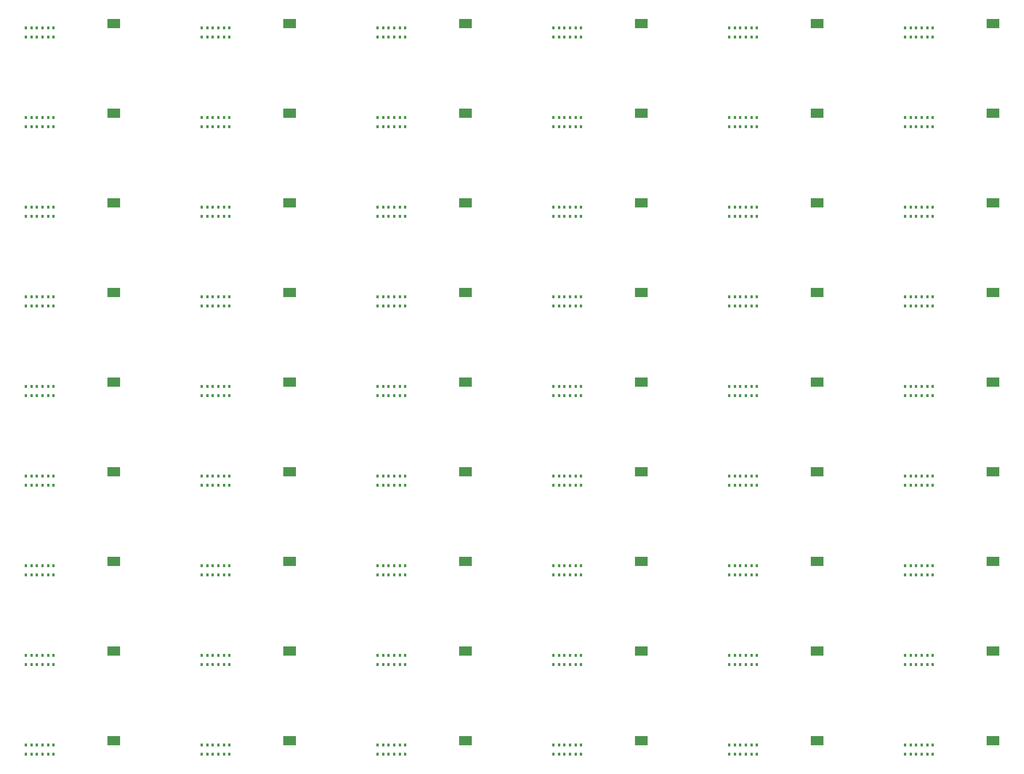
<source format=gbp>
G04 EAGLE Gerber RS-274X export*
G75*
%MOMM*%
%FSLAX34Y34*%
%LPD*%
%INSolderpaste Bottom*%
%IPPOS*%
%AMOC8*
5,1,8,0,0,1.08239X$1,22.5*%
G01*
%ADD10C,0.101500*%
%ADD11R,1.879600X1.473200*%


D10*
X148563Y58635D02*
X148563Y54649D01*
X146077Y54649D01*
X146077Y58635D01*
X148563Y58635D01*
X148563Y55613D02*
X146077Y55613D01*
X146077Y56577D02*
X148563Y56577D01*
X148563Y57541D02*
X146077Y57541D01*
X146077Y58505D02*
X148563Y58505D01*
X140363Y58635D02*
X140363Y54649D01*
X137877Y54649D01*
X137877Y58635D01*
X140363Y58635D01*
X140363Y55613D02*
X137877Y55613D01*
X137877Y56577D02*
X140363Y56577D01*
X140363Y57541D02*
X137877Y57541D01*
X137877Y58505D02*
X140363Y58505D01*
X132163Y58635D02*
X132163Y54649D01*
X129677Y54649D01*
X129677Y58635D01*
X132163Y58635D01*
X132163Y55613D02*
X129677Y55613D01*
X129677Y56577D02*
X132163Y56577D01*
X132163Y57541D02*
X129677Y57541D01*
X129677Y58505D02*
X132163Y58505D01*
X123963Y58635D02*
X123963Y54649D01*
X121477Y54649D01*
X121477Y58635D01*
X123963Y58635D01*
X123963Y55613D02*
X121477Y55613D01*
X121477Y56577D02*
X123963Y56577D01*
X123963Y57541D02*
X121477Y57541D01*
X121477Y58505D02*
X123963Y58505D01*
X115763Y58635D02*
X115763Y54649D01*
X113277Y54649D01*
X113277Y58635D01*
X115763Y58635D01*
X115763Y55613D02*
X113277Y55613D01*
X113277Y56577D02*
X115763Y56577D01*
X115763Y57541D02*
X113277Y57541D01*
X113277Y58505D02*
X115763Y58505D01*
X107563Y58635D02*
X107563Y54649D01*
X105077Y54649D01*
X105077Y58635D01*
X107563Y58635D01*
X107563Y55613D02*
X105077Y55613D01*
X105077Y56577D02*
X107563Y56577D01*
X107563Y57541D02*
X105077Y57541D01*
X105077Y58505D02*
X107563Y58505D01*
X107563Y68149D02*
X107563Y72135D01*
X107563Y68149D02*
X105077Y68149D01*
X105077Y72135D01*
X107563Y72135D01*
X107563Y69113D02*
X105077Y69113D01*
X105077Y70077D02*
X107563Y70077D01*
X107563Y71041D02*
X105077Y71041D01*
X105077Y72005D02*
X107563Y72005D01*
X115763Y72135D02*
X115763Y68149D01*
X113277Y68149D01*
X113277Y72135D01*
X115763Y72135D01*
X115763Y69113D02*
X113277Y69113D01*
X113277Y70077D02*
X115763Y70077D01*
X115763Y71041D02*
X113277Y71041D01*
X113277Y72005D02*
X115763Y72005D01*
X123963Y72135D02*
X123963Y68149D01*
X121477Y68149D01*
X121477Y72135D01*
X123963Y72135D01*
X123963Y69113D02*
X121477Y69113D01*
X121477Y70077D02*
X123963Y70077D01*
X123963Y71041D02*
X121477Y71041D01*
X121477Y72005D02*
X123963Y72005D01*
X132163Y72135D02*
X132163Y68149D01*
X129677Y68149D01*
X129677Y72135D01*
X132163Y72135D01*
X132163Y69113D02*
X129677Y69113D01*
X129677Y70077D02*
X132163Y70077D01*
X132163Y71041D02*
X129677Y71041D01*
X129677Y72005D02*
X132163Y72005D01*
X140363Y72135D02*
X140363Y68149D01*
X137877Y68149D01*
X137877Y72135D01*
X140363Y72135D01*
X140363Y69113D02*
X137877Y69113D01*
X137877Y70077D02*
X140363Y70077D01*
X140363Y71041D02*
X137877Y71041D01*
X137877Y72005D02*
X140363Y72005D01*
X148563Y72135D02*
X148563Y68149D01*
X146077Y68149D01*
X146077Y72135D01*
X148563Y72135D01*
X148563Y69113D02*
X146077Y69113D01*
X146077Y70077D02*
X148563Y70077D01*
X148563Y71041D02*
X146077Y71041D01*
X146077Y72005D02*
X148563Y72005D01*
D11*
X236474Y76200D03*
D10*
X407643Y58635D02*
X407643Y54649D01*
X405157Y54649D01*
X405157Y58635D01*
X407643Y58635D01*
X407643Y55613D02*
X405157Y55613D01*
X405157Y56577D02*
X407643Y56577D01*
X407643Y57541D02*
X405157Y57541D01*
X405157Y58505D02*
X407643Y58505D01*
X399443Y58635D02*
X399443Y54649D01*
X396957Y54649D01*
X396957Y58635D01*
X399443Y58635D01*
X399443Y55613D02*
X396957Y55613D01*
X396957Y56577D02*
X399443Y56577D01*
X399443Y57541D02*
X396957Y57541D01*
X396957Y58505D02*
X399443Y58505D01*
X391243Y58635D02*
X391243Y54649D01*
X388757Y54649D01*
X388757Y58635D01*
X391243Y58635D01*
X391243Y55613D02*
X388757Y55613D01*
X388757Y56577D02*
X391243Y56577D01*
X391243Y57541D02*
X388757Y57541D01*
X388757Y58505D02*
X391243Y58505D01*
X383043Y58635D02*
X383043Y54649D01*
X380557Y54649D01*
X380557Y58635D01*
X383043Y58635D01*
X383043Y55613D02*
X380557Y55613D01*
X380557Y56577D02*
X383043Y56577D01*
X383043Y57541D02*
X380557Y57541D01*
X380557Y58505D02*
X383043Y58505D01*
X374843Y58635D02*
X374843Y54649D01*
X372357Y54649D01*
X372357Y58635D01*
X374843Y58635D01*
X374843Y55613D02*
X372357Y55613D01*
X372357Y56577D02*
X374843Y56577D01*
X374843Y57541D02*
X372357Y57541D01*
X372357Y58505D02*
X374843Y58505D01*
X366643Y58635D02*
X366643Y54649D01*
X364157Y54649D01*
X364157Y58635D01*
X366643Y58635D01*
X366643Y55613D02*
X364157Y55613D01*
X364157Y56577D02*
X366643Y56577D01*
X366643Y57541D02*
X364157Y57541D01*
X364157Y58505D02*
X366643Y58505D01*
X366643Y68149D02*
X366643Y72135D01*
X366643Y68149D02*
X364157Y68149D01*
X364157Y72135D01*
X366643Y72135D01*
X366643Y69113D02*
X364157Y69113D01*
X364157Y70077D02*
X366643Y70077D01*
X366643Y71041D02*
X364157Y71041D01*
X364157Y72005D02*
X366643Y72005D01*
X374843Y72135D02*
X374843Y68149D01*
X372357Y68149D01*
X372357Y72135D01*
X374843Y72135D01*
X374843Y69113D02*
X372357Y69113D01*
X372357Y70077D02*
X374843Y70077D01*
X374843Y71041D02*
X372357Y71041D01*
X372357Y72005D02*
X374843Y72005D01*
X383043Y72135D02*
X383043Y68149D01*
X380557Y68149D01*
X380557Y72135D01*
X383043Y72135D01*
X383043Y69113D02*
X380557Y69113D01*
X380557Y70077D02*
X383043Y70077D01*
X383043Y71041D02*
X380557Y71041D01*
X380557Y72005D02*
X383043Y72005D01*
X391243Y72135D02*
X391243Y68149D01*
X388757Y68149D01*
X388757Y72135D01*
X391243Y72135D01*
X391243Y69113D02*
X388757Y69113D01*
X388757Y70077D02*
X391243Y70077D01*
X391243Y71041D02*
X388757Y71041D01*
X388757Y72005D02*
X391243Y72005D01*
X399443Y72135D02*
X399443Y68149D01*
X396957Y68149D01*
X396957Y72135D01*
X399443Y72135D01*
X399443Y69113D02*
X396957Y69113D01*
X396957Y70077D02*
X399443Y70077D01*
X399443Y71041D02*
X396957Y71041D01*
X396957Y72005D02*
X399443Y72005D01*
X407643Y72135D02*
X407643Y68149D01*
X405157Y68149D01*
X405157Y72135D01*
X407643Y72135D01*
X407643Y69113D02*
X405157Y69113D01*
X405157Y70077D02*
X407643Y70077D01*
X407643Y71041D02*
X405157Y71041D01*
X405157Y72005D02*
X407643Y72005D01*
D11*
X495554Y76200D03*
D10*
X666723Y58635D02*
X666723Y54649D01*
X664237Y54649D01*
X664237Y58635D01*
X666723Y58635D01*
X666723Y55613D02*
X664237Y55613D01*
X664237Y56577D02*
X666723Y56577D01*
X666723Y57541D02*
X664237Y57541D01*
X664237Y58505D02*
X666723Y58505D01*
X658523Y58635D02*
X658523Y54649D01*
X656037Y54649D01*
X656037Y58635D01*
X658523Y58635D01*
X658523Y55613D02*
X656037Y55613D01*
X656037Y56577D02*
X658523Y56577D01*
X658523Y57541D02*
X656037Y57541D01*
X656037Y58505D02*
X658523Y58505D01*
X650323Y58635D02*
X650323Y54649D01*
X647837Y54649D01*
X647837Y58635D01*
X650323Y58635D01*
X650323Y55613D02*
X647837Y55613D01*
X647837Y56577D02*
X650323Y56577D01*
X650323Y57541D02*
X647837Y57541D01*
X647837Y58505D02*
X650323Y58505D01*
X642123Y58635D02*
X642123Y54649D01*
X639637Y54649D01*
X639637Y58635D01*
X642123Y58635D01*
X642123Y55613D02*
X639637Y55613D01*
X639637Y56577D02*
X642123Y56577D01*
X642123Y57541D02*
X639637Y57541D01*
X639637Y58505D02*
X642123Y58505D01*
X633923Y58635D02*
X633923Y54649D01*
X631437Y54649D01*
X631437Y58635D01*
X633923Y58635D01*
X633923Y55613D02*
X631437Y55613D01*
X631437Y56577D02*
X633923Y56577D01*
X633923Y57541D02*
X631437Y57541D01*
X631437Y58505D02*
X633923Y58505D01*
X625723Y58635D02*
X625723Y54649D01*
X623237Y54649D01*
X623237Y58635D01*
X625723Y58635D01*
X625723Y55613D02*
X623237Y55613D01*
X623237Y56577D02*
X625723Y56577D01*
X625723Y57541D02*
X623237Y57541D01*
X623237Y58505D02*
X625723Y58505D01*
X625723Y68149D02*
X625723Y72135D01*
X625723Y68149D02*
X623237Y68149D01*
X623237Y72135D01*
X625723Y72135D01*
X625723Y69113D02*
X623237Y69113D01*
X623237Y70077D02*
X625723Y70077D01*
X625723Y71041D02*
X623237Y71041D01*
X623237Y72005D02*
X625723Y72005D01*
X633923Y72135D02*
X633923Y68149D01*
X631437Y68149D01*
X631437Y72135D01*
X633923Y72135D01*
X633923Y69113D02*
X631437Y69113D01*
X631437Y70077D02*
X633923Y70077D01*
X633923Y71041D02*
X631437Y71041D01*
X631437Y72005D02*
X633923Y72005D01*
X642123Y72135D02*
X642123Y68149D01*
X639637Y68149D01*
X639637Y72135D01*
X642123Y72135D01*
X642123Y69113D02*
X639637Y69113D01*
X639637Y70077D02*
X642123Y70077D01*
X642123Y71041D02*
X639637Y71041D01*
X639637Y72005D02*
X642123Y72005D01*
X650323Y72135D02*
X650323Y68149D01*
X647837Y68149D01*
X647837Y72135D01*
X650323Y72135D01*
X650323Y69113D02*
X647837Y69113D01*
X647837Y70077D02*
X650323Y70077D01*
X650323Y71041D02*
X647837Y71041D01*
X647837Y72005D02*
X650323Y72005D01*
X658523Y72135D02*
X658523Y68149D01*
X656037Y68149D01*
X656037Y72135D01*
X658523Y72135D01*
X658523Y69113D02*
X656037Y69113D01*
X656037Y70077D02*
X658523Y70077D01*
X658523Y71041D02*
X656037Y71041D01*
X656037Y72005D02*
X658523Y72005D01*
X666723Y72135D02*
X666723Y68149D01*
X664237Y68149D01*
X664237Y72135D01*
X666723Y72135D01*
X666723Y69113D02*
X664237Y69113D01*
X664237Y70077D02*
X666723Y70077D01*
X666723Y71041D02*
X664237Y71041D01*
X664237Y72005D02*
X666723Y72005D01*
D11*
X754634Y76200D03*
D10*
X925803Y58635D02*
X925803Y54649D01*
X923317Y54649D01*
X923317Y58635D01*
X925803Y58635D01*
X925803Y55613D02*
X923317Y55613D01*
X923317Y56577D02*
X925803Y56577D01*
X925803Y57541D02*
X923317Y57541D01*
X923317Y58505D02*
X925803Y58505D01*
X917603Y58635D02*
X917603Y54649D01*
X915117Y54649D01*
X915117Y58635D01*
X917603Y58635D01*
X917603Y55613D02*
X915117Y55613D01*
X915117Y56577D02*
X917603Y56577D01*
X917603Y57541D02*
X915117Y57541D01*
X915117Y58505D02*
X917603Y58505D01*
X909403Y58635D02*
X909403Y54649D01*
X906917Y54649D01*
X906917Y58635D01*
X909403Y58635D01*
X909403Y55613D02*
X906917Y55613D01*
X906917Y56577D02*
X909403Y56577D01*
X909403Y57541D02*
X906917Y57541D01*
X906917Y58505D02*
X909403Y58505D01*
X901203Y58635D02*
X901203Y54649D01*
X898717Y54649D01*
X898717Y58635D01*
X901203Y58635D01*
X901203Y55613D02*
X898717Y55613D01*
X898717Y56577D02*
X901203Y56577D01*
X901203Y57541D02*
X898717Y57541D01*
X898717Y58505D02*
X901203Y58505D01*
X893003Y58635D02*
X893003Y54649D01*
X890517Y54649D01*
X890517Y58635D01*
X893003Y58635D01*
X893003Y55613D02*
X890517Y55613D01*
X890517Y56577D02*
X893003Y56577D01*
X893003Y57541D02*
X890517Y57541D01*
X890517Y58505D02*
X893003Y58505D01*
X884803Y58635D02*
X884803Y54649D01*
X882317Y54649D01*
X882317Y58635D01*
X884803Y58635D01*
X884803Y55613D02*
X882317Y55613D01*
X882317Y56577D02*
X884803Y56577D01*
X884803Y57541D02*
X882317Y57541D01*
X882317Y58505D02*
X884803Y58505D01*
X884803Y68149D02*
X884803Y72135D01*
X884803Y68149D02*
X882317Y68149D01*
X882317Y72135D01*
X884803Y72135D01*
X884803Y69113D02*
X882317Y69113D01*
X882317Y70077D02*
X884803Y70077D01*
X884803Y71041D02*
X882317Y71041D01*
X882317Y72005D02*
X884803Y72005D01*
X893003Y72135D02*
X893003Y68149D01*
X890517Y68149D01*
X890517Y72135D01*
X893003Y72135D01*
X893003Y69113D02*
X890517Y69113D01*
X890517Y70077D02*
X893003Y70077D01*
X893003Y71041D02*
X890517Y71041D01*
X890517Y72005D02*
X893003Y72005D01*
X901203Y72135D02*
X901203Y68149D01*
X898717Y68149D01*
X898717Y72135D01*
X901203Y72135D01*
X901203Y69113D02*
X898717Y69113D01*
X898717Y70077D02*
X901203Y70077D01*
X901203Y71041D02*
X898717Y71041D01*
X898717Y72005D02*
X901203Y72005D01*
X909403Y72135D02*
X909403Y68149D01*
X906917Y68149D01*
X906917Y72135D01*
X909403Y72135D01*
X909403Y69113D02*
X906917Y69113D01*
X906917Y70077D02*
X909403Y70077D01*
X909403Y71041D02*
X906917Y71041D01*
X906917Y72005D02*
X909403Y72005D01*
X917603Y72135D02*
X917603Y68149D01*
X915117Y68149D01*
X915117Y72135D01*
X917603Y72135D01*
X917603Y69113D02*
X915117Y69113D01*
X915117Y70077D02*
X917603Y70077D01*
X917603Y71041D02*
X915117Y71041D01*
X915117Y72005D02*
X917603Y72005D01*
X925803Y72135D02*
X925803Y68149D01*
X923317Y68149D01*
X923317Y72135D01*
X925803Y72135D01*
X925803Y69113D02*
X923317Y69113D01*
X923317Y70077D02*
X925803Y70077D01*
X925803Y71041D02*
X923317Y71041D01*
X923317Y72005D02*
X925803Y72005D01*
D11*
X1013714Y76200D03*
D10*
X1184883Y58635D02*
X1184883Y54649D01*
X1182397Y54649D01*
X1182397Y58635D01*
X1184883Y58635D01*
X1184883Y55613D02*
X1182397Y55613D01*
X1182397Y56577D02*
X1184883Y56577D01*
X1184883Y57541D02*
X1182397Y57541D01*
X1182397Y58505D02*
X1184883Y58505D01*
X1176683Y58635D02*
X1176683Y54649D01*
X1174197Y54649D01*
X1174197Y58635D01*
X1176683Y58635D01*
X1176683Y55613D02*
X1174197Y55613D01*
X1174197Y56577D02*
X1176683Y56577D01*
X1176683Y57541D02*
X1174197Y57541D01*
X1174197Y58505D02*
X1176683Y58505D01*
X1168483Y58635D02*
X1168483Y54649D01*
X1165997Y54649D01*
X1165997Y58635D01*
X1168483Y58635D01*
X1168483Y55613D02*
X1165997Y55613D01*
X1165997Y56577D02*
X1168483Y56577D01*
X1168483Y57541D02*
X1165997Y57541D01*
X1165997Y58505D02*
X1168483Y58505D01*
X1160283Y58635D02*
X1160283Y54649D01*
X1157797Y54649D01*
X1157797Y58635D01*
X1160283Y58635D01*
X1160283Y55613D02*
X1157797Y55613D01*
X1157797Y56577D02*
X1160283Y56577D01*
X1160283Y57541D02*
X1157797Y57541D01*
X1157797Y58505D02*
X1160283Y58505D01*
X1152083Y58635D02*
X1152083Y54649D01*
X1149597Y54649D01*
X1149597Y58635D01*
X1152083Y58635D01*
X1152083Y55613D02*
X1149597Y55613D01*
X1149597Y56577D02*
X1152083Y56577D01*
X1152083Y57541D02*
X1149597Y57541D01*
X1149597Y58505D02*
X1152083Y58505D01*
X1143883Y58635D02*
X1143883Y54649D01*
X1141397Y54649D01*
X1141397Y58635D01*
X1143883Y58635D01*
X1143883Y55613D02*
X1141397Y55613D01*
X1141397Y56577D02*
X1143883Y56577D01*
X1143883Y57541D02*
X1141397Y57541D01*
X1141397Y58505D02*
X1143883Y58505D01*
X1143883Y68149D02*
X1143883Y72135D01*
X1143883Y68149D02*
X1141397Y68149D01*
X1141397Y72135D01*
X1143883Y72135D01*
X1143883Y69113D02*
X1141397Y69113D01*
X1141397Y70077D02*
X1143883Y70077D01*
X1143883Y71041D02*
X1141397Y71041D01*
X1141397Y72005D02*
X1143883Y72005D01*
X1152083Y72135D02*
X1152083Y68149D01*
X1149597Y68149D01*
X1149597Y72135D01*
X1152083Y72135D01*
X1152083Y69113D02*
X1149597Y69113D01*
X1149597Y70077D02*
X1152083Y70077D01*
X1152083Y71041D02*
X1149597Y71041D01*
X1149597Y72005D02*
X1152083Y72005D01*
X1160283Y72135D02*
X1160283Y68149D01*
X1157797Y68149D01*
X1157797Y72135D01*
X1160283Y72135D01*
X1160283Y69113D02*
X1157797Y69113D01*
X1157797Y70077D02*
X1160283Y70077D01*
X1160283Y71041D02*
X1157797Y71041D01*
X1157797Y72005D02*
X1160283Y72005D01*
X1168483Y72135D02*
X1168483Y68149D01*
X1165997Y68149D01*
X1165997Y72135D01*
X1168483Y72135D01*
X1168483Y69113D02*
X1165997Y69113D01*
X1165997Y70077D02*
X1168483Y70077D01*
X1168483Y71041D02*
X1165997Y71041D01*
X1165997Y72005D02*
X1168483Y72005D01*
X1176683Y72135D02*
X1176683Y68149D01*
X1174197Y68149D01*
X1174197Y72135D01*
X1176683Y72135D01*
X1176683Y69113D02*
X1174197Y69113D01*
X1174197Y70077D02*
X1176683Y70077D01*
X1176683Y71041D02*
X1174197Y71041D01*
X1174197Y72005D02*
X1176683Y72005D01*
X1184883Y72135D02*
X1184883Y68149D01*
X1182397Y68149D01*
X1182397Y72135D01*
X1184883Y72135D01*
X1184883Y69113D02*
X1182397Y69113D01*
X1182397Y70077D02*
X1184883Y70077D01*
X1184883Y71041D02*
X1182397Y71041D01*
X1182397Y72005D02*
X1184883Y72005D01*
D11*
X1272794Y76200D03*
D10*
X1443963Y58635D02*
X1443963Y54649D01*
X1441477Y54649D01*
X1441477Y58635D01*
X1443963Y58635D01*
X1443963Y55613D02*
X1441477Y55613D01*
X1441477Y56577D02*
X1443963Y56577D01*
X1443963Y57541D02*
X1441477Y57541D01*
X1441477Y58505D02*
X1443963Y58505D01*
X1435763Y58635D02*
X1435763Y54649D01*
X1433277Y54649D01*
X1433277Y58635D01*
X1435763Y58635D01*
X1435763Y55613D02*
X1433277Y55613D01*
X1433277Y56577D02*
X1435763Y56577D01*
X1435763Y57541D02*
X1433277Y57541D01*
X1433277Y58505D02*
X1435763Y58505D01*
X1427563Y58635D02*
X1427563Y54649D01*
X1425077Y54649D01*
X1425077Y58635D01*
X1427563Y58635D01*
X1427563Y55613D02*
X1425077Y55613D01*
X1425077Y56577D02*
X1427563Y56577D01*
X1427563Y57541D02*
X1425077Y57541D01*
X1425077Y58505D02*
X1427563Y58505D01*
X1419363Y58635D02*
X1419363Y54649D01*
X1416877Y54649D01*
X1416877Y58635D01*
X1419363Y58635D01*
X1419363Y55613D02*
X1416877Y55613D01*
X1416877Y56577D02*
X1419363Y56577D01*
X1419363Y57541D02*
X1416877Y57541D01*
X1416877Y58505D02*
X1419363Y58505D01*
X1411163Y58635D02*
X1411163Y54649D01*
X1408677Y54649D01*
X1408677Y58635D01*
X1411163Y58635D01*
X1411163Y55613D02*
X1408677Y55613D01*
X1408677Y56577D02*
X1411163Y56577D01*
X1411163Y57541D02*
X1408677Y57541D01*
X1408677Y58505D02*
X1411163Y58505D01*
X1402963Y58635D02*
X1402963Y54649D01*
X1400477Y54649D01*
X1400477Y58635D01*
X1402963Y58635D01*
X1402963Y55613D02*
X1400477Y55613D01*
X1400477Y56577D02*
X1402963Y56577D01*
X1402963Y57541D02*
X1400477Y57541D01*
X1400477Y58505D02*
X1402963Y58505D01*
X1402963Y68149D02*
X1402963Y72135D01*
X1402963Y68149D02*
X1400477Y68149D01*
X1400477Y72135D01*
X1402963Y72135D01*
X1402963Y69113D02*
X1400477Y69113D01*
X1400477Y70077D02*
X1402963Y70077D01*
X1402963Y71041D02*
X1400477Y71041D01*
X1400477Y72005D02*
X1402963Y72005D01*
X1411163Y72135D02*
X1411163Y68149D01*
X1408677Y68149D01*
X1408677Y72135D01*
X1411163Y72135D01*
X1411163Y69113D02*
X1408677Y69113D01*
X1408677Y70077D02*
X1411163Y70077D01*
X1411163Y71041D02*
X1408677Y71041D01*
X1408677Y72005D02*
X1411163Y72005D01*
X1419363Y72135D02*
X1419363Y68149D01*
X1416877Y68149D01*
X1416877Y72135D01*
X1419363Y72135D01*
X1419363Y69113D02*
X1416877Y69113D01*
X1416877Y70077D02*
X1419363Y70077D01*
X1419363Y71041D02*
X1416877Y71041D01*
X1416877Y72005D02*
X1419363Y72005D01*
X1427563Y72135D02*
X1427563Y68149D01*
X1425077Y68149D01*
X1425077Y72135D01*
X1427563Y72135D01*
X1427563Y69113D02*
X1425077Y69113D01*
X1425077Y70077D02*
X1427563Y70077D01*
X1427563Y71041D02*
X1425077Y71041D01*
X1425077Y72005D02*
X1427563Y72005D01*
X1435763Y72135D02*
X1435763Y68149D01*
X1433277Y68149D01*
X1433277Y72135D01*
X1435763Y72135D01*
X1435763Y69113D02*
X1433277Y69113D01*
X1433277Y70077D02*
X1435763Y70077D01*
X1435763Y71041D02*
X1433277Y71041D01*
X1433277Y72005D02*
X1435763Y72005D01*
X1443963Y72135D02*
X1443963Y68149D01*
X1441477Y68149D01*
X1441477Y72135D01*
X1443963Y72135D01*
X1443963Y69113D02*
X1441477Y69113D01*
X1441477Y70077D02*
X1443963Y70077D01*
X1443963Y71041D02*
X1441477Y71041D01*
X1441477Y72005D02*
X1443963Y72005D01*
D11*
X1531874Y76200D03*
D10*
X148563Y186729D02*
X148563Y190715D01*
X148563Y186729D02*
X146077Y186729D01*
X146077Y190715D01*
X148563Y190715D01*
X148563Y187693D02*
X146077Y187693D01*
X146077Y188657D02*
X148563Y188657D01*
X148563Y189621D02*
X146077Y189621D01*
X146077Y190585D02*
X148563Y190585D01*
X140363Y190715D02*
X140363Y186729D01*
X137877Y186729D01*
X137877Y190715D01*
X140363Y190715D01*
X140363Y187693D02*
X137877Y187693D01*
X137877Y188657D02*
X140363Y188657D01*
X140363Y189621D02*
X137877Y189621D01*
X137877Y190585D02*
X140363Y190585D01*
X132163Y190715D02*
X132163Y186729D01*
X129677Y186729D01*
X129677Y190715D01*
X132163Y190715D01*
X132163Y187693D02*
X129677Y187693D01*
X129677Y188657D02*
X132163Y188657D01*
X132163Y189621D02*
X129677Y189621D01*
X129677Y190585D02*
X132163Y190585D01*
X123963Y190715D02*
X123963Y186729D01*
X121477Y186729D01*
X121477Y190715D01*
X123963Y190715D01*
X123963Y187693D02*
X121477Y187693D01*
X121477Y188657D02*
X123963Y188657D01*
X123963Y189621D02*
X121477Y189621D01*
X121477Y190585D02*
X123963Y190585D01*
X115763Y190715D02*
X115763Y186729D01*
X113277Y186729D01*
X113277Y190715D01*
X115763Y190715D01*
X115763Y187693D02*
X113277Y187693D01*
X113277Y188657D02*
X115763Y188657D01*
X115763Y189621D02*
X113277Y189621D01*
X113277Y190585D02*
X115763Y190585D01*
X107563Y190715D02*
X107563Y186729D01*
X105077Y186729D01*
X105077Y190715D01*
X107563Y190715D01*
X107563Y187693D02*
X105077Y187693D01*
X105077Y188657D02*
X107563Y188657D01*
X107563Y189621D02*
X105077Y189621D01*
X105077Y190585D02*
X107563Y190585D01*
X107563Y200229D02*
X107563Y204215D01*
X107563Y200229D02*
X105077Y200229D01*
X105077Y204215D01*
X107563Y204215D01*
X107563Y201193D02*
X105077Y201193D01*
X105077Y202157D02*
X107563Y202157D01*
X107563Y203121D02*
X105077Y203121D01*
X105077Y204085D02*
X107563Y204085D01*
X115763Y204215D02*
X115763Y200229D01*
X113277Y200229D01*
X113277Y204215D01*
X115763Y204215D01*
X115763Y201193D02*
X113277Y201193D01*
X113277Y202157D02*
X115763Y202157D01*
X115763Y203121D02*
X113277Y203121D01*
X113277Y204085D02*
X115763Y204085D01*
X123963Y204215D02*
X123963Y200229D01*
X121477Y200229D01*
X121477Y204215D01*
X123963Y204215D01*
X123963Y201193D02*
X121477Y201193D01*
X121477Y202157D02*
X123963Y202157D01*
X123963Y203121D02*
X121477Y203121D01*
X121477Y204085D02*
X123963Y204085D01*
X132163Y204215D02*
X132163Y200229D01*
X129677Y200229D01*
X129677Y204215D01*
X132163Y204215D01*
X132163Y201193D02*
X129677Y201193D01*
X129677Y202157D02*
X132163Y202157D01*
X132163Y203121D02*
X129677Y203121D01*
X129677Y204085D02*
X132163Y204085D01*
X140363Y204215D02*
X140363Y200229D01*
X137877Y200229D01*
X137877Y204215D01*
X140363Y204215D01*
X140363Y201193D02*
X137877Y201193D01*
X137877Y202157D02*
X140363Y202157D01*
X140363Y203121D02*
X137877Y203121D01*
X137877Y204085D02*
X140363Y204085D01*
X148563Y204215D02*
X148563Y200229D01*
X146077Y200229D01*
X146077Y204215D01*
X148563Y204215D01*
X148563Y201193D02*
X146077Y201193D01*
X146077Y202157D02*
X148563Y202157D01*
X148563Y203121D02*
X146077Y203121D01*
X146077Y204085D02*
X148563Y204085D01*
D11*
X236474Y208280D03*
D10*
X407643Y190715D02*
X407643Y186729D01*
X405157Y186729D01*
X405157Y190715D01*
X407643Y190715D01*
X407643Y187693D02*
X405157Y187693D01*
X405157Y188657D02*
X407643Y188657D01*
X407643Y189621D02*
X405157Y189621D01*
X405157Y190585D02*
X407643Y190585D01*
X399443Y190715D02*
X399443Y186729D01*
X396957Y186729D01*
X396957Y190715D01*
X399443Y190715D01*
X399443Y187693D02*
X396957Y187693D01*
X396957Y188657D02*
X399443Y188657D01*
X399443Y189621D02*
X396957Y189621D01*
X396957Y190585D02*
X399443Y190585D01*
X391243Y190715D02*
X391243Y186729D01*
X388757Y186729D01*
X388757Y190715D01*
X391243Y190715D01*
X391243Y187693D02*
X388757Y187693D01*
X388757Y188657D02*
X391243Y188657D01*
X391243Y189621D02*
X388757Y189621D01*
X388757Y190585D02*
X391243Y190585D01*
X383043Y190715D02*
X383043Y186729D01*
X380557Y186729D01*
X380557Y190715D01*
X383043Y190715D01*
X383043Y187693D02*
X380557Y187693D01*
X380557Y188657D02*
X383043Y188657D01*
X383043Y189621D02*
X380557Y189621D01*
X380557Y190585D02*
X383043Y190585D01*
X374843Y190715D02*
X374843Y186729D01*
X372357Y186729D01*
X372357Y190715D01*
X374843Y190715D01*
X374843Y187693D02*
X372357Y187693D01*
X372357Y188657D02*
X374843Y188657D01*
X374843Y189621D02*
X372357Y189621D01*
X372357Y190585D02*
X374843Y190585D01*
X366643Y190715D02*
X366643Y186729D01*
X364157Y186729D01*
X364157Y190715D01*
X366643Y190715D01*
X366643Y187693D02*
X364157Y187693D01*
X364157Y188657D02*
X366643Y188657D01*
X366643Y189621D02*
X364157Y189621D01*
X364157Y190585D02*
X366643Y190585D01*
X366643Y200229D02*
X366643Y204215D01*
X366643Y200229D02*
X364157Y200229D01*
X364157Y204215D01*
X366643Y204215D01*
X366643Y201193D02*
X364157Y201193D01*
X364157Y202157D02*
X366643Y202157D01*
X366643Y203121D02*
X364157Y203121D01*
X364157Y204085D02*
X366643Y204085D01*
X374843Y204215D02*
X374843Y200229D01*
X372357Y200229D01*
X372357Y204215D01*
X374843Y204215D01*
X374843Y201193D02*
X372357Y201193D01*
X372357Y202157D02*
X374843Y202157D01*
X374843Y203121D02*
X372357Y203121D01*
X372357Y204085D02*
X374843Y204085D01*
X383043Y204215D02*
X383043Y200229D01*
X380557Y200229D01*
X380557Y204215D01*
X383043Y204215D01*
X383043Y201193D02*
X380557Y201193D01*
X380557Y202157D02*
X383043Y202157D01*
X383043Y203121D02*
X380557Y203121D01*
X380557Y204085D02*
X383043Y204085D01*
X391243Y204215D02*
X391243Y200229D01*
X388757Y200229D01*
X388757Y204215D01*
X391243Y204215D01*
X391243Y201193D02*
X388757Y201193D01*
X388757Y202157D02*
X391243Y202157D01*
X391243Y203121D02*
X388757Y203121D01*
X388757Y204085D02*
X391243Y204085D01*
X399443Y204215D02*
X399443Y200229D01*
X396957Y200229D01*
X396957Y204215D01*
X399443Y204215D01*
X399443Y201193D02*
X396957Y201193D01*
X396957Y202157D02*
X399443Y202157D01*
X399443Y203121D02*
X396957Y203121D01*
X396957Y204085D02*
X399443Y204085D01*
X407643Y204215D02*
X407643Y200229D01*
X405157Y200229D01*
X405157Y204215D01*
X407643Y204215D01*
X407643Y201193D02*
X405157Y201193D01*
X405157Y202157D02*
X407643Y202157D01*
X407643Y203121D02*
X405157Y203121D01*
X405157Y204085D02*
X407643Y204085D01*
D11*
X495554Y208280D03*
D10*
X666723Y190715D02*
X666723Y186729D01*
X664237Y186729D01*
X664237Y190715D01*
X666723Y190715D01*
X666723Y187693D02*
X664237Y187693D01*
X664237Y188657D02*
X666723Y188657D01*
X666723Y189621D02*
X664237Y189621D01*
X664237Y190585D02*
X666723Y190585D01*
X658523Y190715D02*
X658523Y186729D01*
X656037Y186729D01*
X656037Y190715D01*
X658523Y190715D01*
X658523Y187693D02*
X656037Y187693D01*
X656037Y188657D02*
X658523Y188657D01*
X658523Y189621D02*
X656037Y189621D01*
X656037Y190585D02*
X658523Y190585D01*
X650323Y190715D02*
X650323Y186729D01*
X647837Y186729D01*
X647837Y190715D01*
X650323Y190715D01*
X650323Y187693D02*
X647837Y187693D01*
X647837Y188657D02*
X650323Y188657D01*
X650323Y189621D02*
X647837Y189621D01*
X647837Y190585D02*
X650323Y190585D01*
X642123Y190715D02*
X642123Y186729D01*
X639637Y186729D01*
X639637Y190715D01*
X642123Y190715D01*
X642123Y187693D02*
X639637Y187693D01*
X639637Y188657D02*
X642123Y188657D01*
X642123Y189621D02*
X639637Y189621D01*
X639637Y190585D02*
X642123Y190585D01*
X633923Y190715D02*
X633923Y186729D01*
X631437Y186729D01*
X631437Y190715D01*
X633923Y190715D01*
X633923Y187693D02*
X631437Y187693D01*
X631437Y188657D02*
X633923Y188657D01*
X633923Y189621D02*
X631437Y189621D01*
X631437Y190585D02*
X633923Y190585D01*
X625723Y190715D02*
X625723Y186729D01*
X623237Y186729D01*
X623237Y190715D01*
X625723Y190715D01*
X625723Y187693D02*
X623237Y187693D01*
X623237Y188657D02*
X625723Y188657D01*
X625723Y189621D02*
X623237Y189621D01*
X623237Y190585D02*
X625723Y190585D01*
X625723Y200229D02*
X625723Y204215D01*
X625723Y200229D02*
X623237Y200229D01*
X623237Y204215D01*
X625723Y204215D01*
X625723Y201193D02*
X623237Y201193D01*
X623237Y202157D02*
X625723Y202157D01*
X625723Y203121D02*
X623237Y203121D01*
X623237Y204085D02*
X625723Y204085D01*
X633923Y204215D02*
X633923Y200229D01*
X631437Y200229D01*
X631437Y204215D01*
X633923Y204215D01*
X633923Y201193D02*
X631437Y201193D01*
X631437Y202157D02*
X633923Y202157D01*
X633923Y203121D02*
X631437Y203121D01*
X631437Y204085D02*
X633923Y204085D01*
X642123Y204215D02*
X642123Y200229D01*
X639637Y200229D01*
X639637Y204215D01*
X642123Y204215D01*
X642123Y201193D02*
X639637Y201193D01*
X639637Y202157D02*
X642123Y202157D01*
X642123Y203121D02*
X639637Y203121D01*
X639637Y204085D02*
X642123Y204085D01*
X650323Y204215D02*
X650323Y200229D01*
X647837Y200229D01*
X647837Y204215D01*
X650323Y204215D01*
X650323Y201193D02*
X647837Y201193D01*
X647837Y202157D02*
X650323Y202157D01*
X650323Y203121D02*
X647837Y203121D01*
X647837Y204085D02*
X650323Y204085D01*
X658523Y204215D02*
X658523Y200229D01*
X656037Y200229D01*
X656037Y204215D01*
X658523Y204215D01*
X658523Y201193D02*
X656037Y201193D01*
X656037Y202157D02*
X658523Y202157D01*
X658523Y203121D02*
X656037Y203121D01*
X656037Y204085D02*
X658523Y204085D01*
X666723Y204215D02*
X666723Y200229D01*
X664237Y200229D01*
X664237Y204215D01*
X666723Y204215D01*
X666723Y201193D02*
X664237Y201193D01*
X664237Y202157D02*
X666723Y202157D01*
X666723Y203121D02*
X664237Y203121D01*
X664237Y204085D02*
X666723Y204085D01*
D11*
X754634Y208280D03*
D10*
X925803Y190715D02*
X925803Y186729D01*
X923317Y186729D01*
X923317Y190715D01*
X925803Y190715D01*
X925803Y187693D02*
X923317Y187693D01*
X923317Y188657D02*
X925803Y188657D01*
X925803Y189621D02*
X923317Y189621D01*
X923317Y190585D02*
X925803Y190585D01*
X917603Y190715D02*
X917603Y186729D01*
X915117Y186729D01*
X915117Y190715D01*
X917603Y190715D01*
X917603Y187693D02*
X915117Y187693D01*
X915117Y188657D02*
X917603Y188657D01*
X917603Y189621D02*
X915117Y189621D01*
X915117Y190585D02*
X917603Y190585D01*
X909403Y190715D02*
X909403Y186729D01*
X906917Y186729D01*
X906917Y190715D01*
X909403Y190715D01*
X909403Y187693D02*
X906917Y187693D01*
X906917Y188657D02*
X909403Y188657D01*
X909403Y189621D02*
X906917Y189621D01*
X906917Y190585D02*
X909403Y190585D01*
X901203Y190715D02*
X901203Y186729D01*
X898717Y186729D01*
X898717Y190715D01*
X901203Y190715D01*
X901203Y187693D02*
X898717Y187693D01*
X898717Y188657D02*
X901203Y188657D01*
X901203Y189621D02*
X898717Y189621D01*
X898717Y190585D02*
X901203Y190585D01*
X893003Y190715D02*
X893003Y186729D01*
X890517Y186729D01*
X890517Y190715D01*
X893003Y190715D01*
X893003Y187693D02*
X890517Y187693D01*
X890517Y188657D02*
X893003Y188657D01*
X893003Y189621D02*
X890517Y189621D01*
X890517Y190585D02*
X893003Y190585D01*
X884803Y190715D02*
X884803Y186729D01*
X882317Y186729D01*
X882317Y190715D01*
X884803Y190715D01*
X884803Y187693D02*
X882317Y187693D01*
X882317Y188657D02*
X884803Y188657D01*
X884803Y189621D02*
X882317Y189621D01*
X882317Y190585D02*
X884803Y190585D01*
X884803Y200229D02*
X884803Y204215D01*
X884803Y200229D02*
X882317Y200229D01*
X882317Y204215D01*
X884803Y204215D01*
X884803Y201193D02*
X882317Y201193D01*
X882317Y202157D02*
X884803Y202157D01*
X884803Y203121D02*
X882317Y203121D01*
X882317Y204085D02*
X884803Y204085D01*
X893003Y204215D02*
X893003Y200229D01*
X890517Y200229D01*
X890517Y204215D01*
X893003Y204215D01*
X893003Y201193D02*
X890517Y201193D01*
X890517Y202157D02*
X893003Y202157D01*
X893003Y203121D02*
X890517Y203121D01*
X890517Y204085D02*
X893003Y204085D01*
X901203Y204215D02*
X901203Y200229D01*
X898717Y200229D01*
X898717Y204215D01*
X901203Y204215D01*
X901203Y201193D02*
X898717Y201193D01*
X898717Y202157D02*
X901203Y202157D01*
X901203Y203121D02*
X898717Y203121D01*
X898717Y204085D02*
X901203Y204085D01*
X909403Y204215D02*
X909403Y200229D01*
X906917Y200229D01*
X906917Y204215D01*
X909403Y204215D01*
X909403Y201193D02*
X906917Y201193D01*
X906917Y202157D02*
X909403Y202157D01*
X909403Y203121D02*
X906917Y203121D01*
X906917Y204085D02*
X909403Y204085D01*
X917603Y204215D02*
X917603Y200229D01*
X915117Y200229D01*
X915117Y204215D01*
X917603Y204215D01*
X917603Y201193D02*
X915117Y201193D01*
X915117Y202157D02*
X917603Y202157D01*
X917603Y203121D02*
X915117Y203121D01*
X915117Y204085D02*
X917603Y204085D01*
X925803Y204215D02*
X925803Y200229D01*
X923317Y200229D01*
X923317Y204215D01*
X925803Y204215D01*
X925803Y201193D02*
X923317Y201193D01*
X923317Y202157D02*
X925803Y202157D01*
X925803Y203121D02*
X923317Y203121D01*
X923317Y204085D02*
X925803Y204085D01*
D11*
X1013714Y208280D03*
D10*
X1184883Y190715D02*
X1184883Y186729D01*
X1182397Y186729D01*
X1182397Y190715D01*
X1184883Y190715D01*
X1184883Y187693D02*
X1182397Y187693D01*
X1182397Y188657D02*
X1184883Y188657D01*
X1184883Y189621D02*
X1182397Y189621D01*
X1182397Y190585D02*
X1184883Y190585D01*
X1176683Y190715D02*
X1176683Y186729D01*
X1174197Y186729D01*
X1174197Y190715D01*
X1176683Y190715D01*
X1176683Y187693D02*
X1174197Y187693D01*
X1174197Y188657D02*
X1176683Y188657D01*
X1176683Y189621D02*
X1174197Y189621D01*
X1174197Y190585D02*
X1176683Y190585D01*
X1168483Y190715D02*
X1168483Y186729D01*
X1165997Y186729D01*
X1165997Y190715D01*
X1168483Y190715D01*
X1168483Y187693D02*
X1165997Y187693D01*
X1165997Y188657D02*
X1168483Y188657D01*
X1168483Y189621D02*
X1165997Y189621D01*
X1165997Y190585D02*
X1168483Y190585D01*
X1160283Y190715D02*
X1160283Y186729D01*
X1157797Y186729D01*
X1157797Y190715D01*
X1160283Y190715D01*
X1160283Y187693D02*
X1157797Y187693D01*
X1157797Y188657D02*
X1160283Y188657D01*
X1160283Y189621D02*
X1157797Y189621D01*
X1157797Y190585D02*
X1160283Y190585D01*
X1152083Y190715D02*
X1152083Y186729D01*
X1149597Y186729D01*
X1149597Y190715D01*
X1152083Y190715D01*
X1152083Y187693D02*
X1149597Y187693D01*
X1149597Y188657D02*
X1152083Y188657D01*
X1152083Y189621D02*
X1149597Y189621D01*
X1149597Y190585D02*
X1152083Y190585D01*
X1143883Y190715D02*
X1143883Y186729D01*
X1141397Y186729D01*
X1141397Y190715D01*
X1143883Y190715D01*
X1143883Y187693D02*
X1141397Y187693D01*
X1141397Y188657D02*
X1143883Y188657D01*
X1143883Y189621D02*
X1141397Y189621D01*
X1141397Y190585D02*
X1143883Y190585D01*
X1143883Y200229D02*
X1143883Y204215D01*
X1143883Y200229D02*
X1141397Y200229D01*
X1141397Y204215D01*
X1143883Y204215D01*
X1143883Y201193D02*
X1141397Y201193D01*
X1141397Y202157D02*
X1143883Y202157D01*
X1143883Y203121D02*
X1141397Y203121D01*
X1141397Y204085D02*
X1143883Y204085D01*
X1152083Y204215D02*
X1152083Y200229D01*
X1149597Y200229D01*
X1149597Y204215D01*
X1152083Y204215D01*
X1152083Y201193D02*
X1149597Y201193D01*
X1149597Y202157D02*
X1152083Y202157D01*
X1152083Y203121D02*
X1149597Y203121D01*
X1149597Y204085D02*
X1152083Y204085D01*
X1160283Y204215D02*
X1160283Y200229D01*
X1157797Y200229D01*
X1157797Y204215D01*
X1160283Y204215D01*
X1160283Y201193D02*
X1157797Y201193D01*
X1157797Y202157D02*
X1160283Y202157D01*
X1160283Y203121D02*
X1157797Y203121D01*
X1157797Y204085D02*
X1160283Y204085D01*
X1168483Y204215D02*
X1168483Y200229D01*
X1165997Y200229D01*
X1165997Y204215D01*
X1168483Y204215D01*
X1168483Y201193D02*
X1165997Y201193D01*
X1165997Y202157D02*
X1168483Y202157D01*
X1168483Y203121D02*
X1165997Y203121D01*
X1165997Y204085D02*
X1168483Y204085D01*
X1176683Y204215D02*
X1176683Y200229D01*
X1174197Y200229D01*
X1174197Y204215D01*
X1176683Y204215D01*
X1176683Y201193D02*
X1174197Y201193D01*
X1174197Y202157D02*
X1176683Y202157D01*
X1176683Y203121D02*
X1174197Y203121D01*
X1174197Y204085D02*
X1176683Y204085D01*
X1184883Y204215D02*
X1184883Y200229D01*
X1182397Y200229D01*
X1182397Y204215D01*
X1184883Y204215D01*
X1184883Y201193D02*
X1182397Y201193D01*
X1182397Y202157D02*
X1184883Y202157D01*
X1184883Y203121D02*
X1182397Y203121D01*
X1182397Y204085D02*
X1184883Y204085D01*
D11*
X1272794Y208280D03*
D10*
X1443963Y190715D02*
X1443963Y186729D01*
X1441477Y186729D01*
X1441477Y190715D01*
X1443963Y190715D01*
X1443963Y187693D02*
X1441477Y187693D01*
X1441477Y188657D02*
X1443963Y188657D01*
X1443963Y189621D02*
X1441477Y189621D01*
X1441477Y190585D02*
X1443963Y190585D01*
X1435763Y190715D02*
X1435763Y186729D01*
X1433277Y186729D01*
X1433277Y190715D01*
X1435763Y190715D01*
X1435763Y187693D02*
X1433277Y187693D01*
X1433277Y188657D02*
X1435763Y188657D01*
X1435763Y189621D02*
X1433277Y189621D01*
X1433277Y190585D02*
X1435763Y190585D01*
X1427563Y190715D02*
X1427563Y186729D01*
X1425077Y186729D01*
X1425077Y190715D01*
X1427563Y190715D01*
X1427563Y187693D02*
X1425077Y187693D01*
X1425077Y188657D02*
X1427563Y188657D01*
X1427563Y189621D02*
X1425077Y189621D01*
X1425077Y190585D02*
X1427563Y190585D01*
X1419363Y190715D02*
X1419363Y186729D01*
X1416877Y186729D01*
X1416877Y190715D01*
X1419363Y190715D01*
X1419363Y187693D02*
X1416877Y187693D01*
X1416877Y188657D02*
X1419363Y188657D01*
X1419363Y189621D02*
X1416877Y189621D01*
X1416877Y190585D02*
X1419363Y190585D01*
X1411163Y190715D02*
X1411163Y186729D01*
X1408677Y186729D01*
X1408677Y190715D01*
X1411163Y190715D01*
X1411163Y187693D02*
X1408677Y187693D01*
X1408677Y188657D02*
X1411163Y188657D01*
X1411163Y189621D02*
X1408677Y189621D01*
X1408677Y190585D02*
X1411163Y190585D01*
X1402963Y190715D02*
X1402963Y186729D01*
X1400477Y186729D01*
X1400477Y190715D01*
X1402963Y190715D01*
X1402963Y187693D02*
X1400477Y187693D01*
X1400477Y188657D02*
X1402963Y188657D01*
X1402963Y189621D02*
X1400477Y189621D01*
X1400477Y190585D02*
X1402963Y190585D01*
X1402963Y200229D02*
X1402963Y204215D01*
X1402963Y200229D02*
X1400477Y200229D01*
X1400477Y204215D01*
X1402963Y204215D01*
X1402963Y201193D02*
X1400477Y201193D01*
X1400477Y202157D02*
X1402963Y202157D01*
X1402963Y203121D02*
X1400477Y203121D01*
X1400477Y204085D02*
X1402963Y204085D01*
X1411163Y204215D02*
X1411163Y200229D01*
X1408677Y200229D01*
X1408677Y204215D01*
X1411163Y204215D01*
X1411163Y201193D02*
X1408677Y201193D01*
X1408677Y202157D02*
X1411163Y202157D01*
X1411163Y203121D02*
X1408677Y203121D01*
X1408677Y204085D02*
X1411163Y204085D01*
X1419363Y204215D02*
X1419363Y200229D01*
X1416877Y200229D01*
X1416877Y204215D01*
X1419363Y204215D01*
X1419363Y201193D02*
X1416877Y201193D01*
X1416877Y202157D02*
X1419363Y202157D01*
X1419363Y203121D02*
X1416877Y203121D01*
X1416877Y204085D02*
X1419363Y204085D01*
X1427563Y204215D02*
X1427563Y200229D01*
X1425077Y200229D01*
X1425077Y204215D01*
X1427563Y204215D01*
X1427563Y201193D02*
X1425077Y201193D01*
X1425077Y202157D02*
X1427563Y202157D01*
X1427563Y203121D02*
X1425077Y203121D01*
X1425077Y204085D02*
X1427563Y204085D01*
X1435763Y204215D02*
X1435763Y200229D01*
X1433277Y200229D01*
X1433277Y204215D01*
X1435763Y204215D01*
X1435763Y201193D02*
X1433277Y201193D01*
X1433277Y202157D02*
X1435763Y202157D01*
X1435763Y203121D02*
X1433277Y203121D01*
X1433277Y204085D02*
X1435763Y204085D01*
X1443963Y204215D02*
X1443963Y200229D01*
X1441477Y200229D01*
X1441477Y204215D01*
X1443963Y204215D01*
X1443963Y201193D02*
X1441477Y201193D01*
X1441477Y202157D02*
X1443963Y202157D01*
X1443963Y203121D02*
X1441477Y203121D01*
X1441477Y204085D02*
X1443963Y204085D01*
D11*
X1531874Y208280D03*
D10*
X148563Y318809D02*
X148563Y322795D01*
X148563Y318809D02*
X146077Y318809D01*
X146077Y322795D01*
X148563Y322795D01*
X148563Y319773D02*
X146077Y319773D01*
X146077Y320737D02*
X148563Y320737D01*
X148563Y321701D02*
X146077Y321701D01*
X146077Y322665D02*
X148563Y322665D01*
X140363Y322795D02*
X140363Y318809D01*
X137877Y318809D01*
X137877Y322795D01*
X140363Y322795D01*
X140363Y319773D02*
X137877Y319773D01*
X137877Y320737D02*
X140363Y320737D01*
X140363Y321701D02*
X137877Y321701D01*
X137877Y322665D02*
X140363Y322665D01*
X132163Y322795D02*
X132163Y318809D01*
X129677Y318809D01*
X129677Y322795D01*
X132163Y322795D01*
X132163Y319773D02*
X129677Y319773D01*
X129677Y320737D02*
X132163Y320737D01*
X132163Y321701D02*
X129677Y321701D01*
X129677Y322665D02*
X132163Y322665D01*
X123963Y322795D02*
X123963Y318809D01*
X121477Y318809D01*
X121477Y322795D01*
X123963Y322795D01*
X123963Y319773D02*
X121477Y319773D01*
X121477Y320737D02*
X123963Y320737D01*
X123963Y321701D02*
X121477Y321701D01*
X121477Y322665D02*
X123963Y322665D01*
X115763Y322795D02*
X115763Y318809D01*
X113277Y318809D01*
X113277Y322795D01*
X115763Y322795D01*
X115763Y319773D02*
X113277Y319773D01*
X113277Y320737D02*
X115763Y320737D01*
X115763Y321701D02*
X113277Y321701D01*
X113277Y322665D02*
X115763Y322665D01*
X107563Y322795D02*
X107563Y318809D01*
X105077Y318809D01*
X105077Y322795D01*
X107563Y322795D01*
X107563Y319773D02*
X105077Y319773D01*
X105077Y320737D02*
X107563Y320737D01*
X107563Y321701D02*
X105077Y321701D01*
X105077Y322665D02*
X107563Y322665D01*
X107563Y332309D02*
X107563Y336295D01*
X107563Y332309D02*
X105077Y332309D01*
X105077Y336295D01*
X107563Y336295D01*
X107563Y333273D02*
X105077Y333273D01*
X105077Y334237D02*
X107563Y334237D01*
X107563Y335201D02*
X105077Y335201D01*
X105077Y336165D02*
X107563Y336165D01*
X115763Y336295D02*
X115763Y332309D01*
X113277Y332309D01*
X113277Y336295D01*
X115763Y336295D01*
X115763Y333273D02*
X113277Y333273D01*
X113277Y334237D02*
X115763Y334237D01*
X115763Y335201D02*
X113277Y335201D01*
X113277Y336165D02*
X115763Y336165D01*
X123963Y336295D02*
X123963Y332309D01*
X121477Y332309D01*
X121477Y336295D01*
X123963Y336295D01*
X123963Y333273D02*
X121477Y333273D01*
X121477Y334237D02*
X123963Y334237D01*
X123963Y335201D02*
X121477Y335201D01*
X121477Y336165D02*
X123963Y336165D01*
X132163Y336295D02*
X132163Y332309D01*
X129677Y332309D01*
X129677Y336295D01*
X132163Y336295D01*
X132163Y333273D02*
X129677Y333273D01*
X129677Y334237D02*
X132163Y334237D01*
X132163Y335201D02*
X129677Y335201D01*
X129677Y336165D02*
X132163Y336165D01*
X140363Y336295D02*
X140363Y332309D01*
X137877Y332309D01*
X137877Y336295D01*
X140363Y336295D01*
X140363Y333273D02*
X137877Y333273D01*
X137877Y334237D02*
X140363Y334237D01*
X140363Y335201D02*
X137877Y335201D01*
X137877Y336165D02*
X140363Y336165D01*
X148563Y336295D02*
X148563Y332309D01*
X146077Y332309D01*
X146077Y336295D01*
X148563Y336295D01*
X148563Y333273D02*
X146077Y333273D01*
X146077Y334237D02*
X148563Y334237D01*
X148563Y335201D02*
X146077Y335201D01*
X146077Y336165D02*
X148563Y336165D01*
D11*
X236474Y340360D03*
D10*
X407643Y322795D02*
X407643Y318809D01*
X405157Y318809D01*
X405157Y322795D01*
X407643Y322795D01*
X407643Y319773D02*
X405157Y319773D01*
X405157Y320737D02*
X407643Y320737D01*
X407643Y321701D02*
X405157Y321701D01*
X405157Y322665D02*
X407643Y322665D01*
X399443Y322795D02*
X399443Y318809D01*
X396957Y318809D01*
X396957Y322795D01*
X399443Y322795D01*
X399443Y319773D02*
X396957Y319773D01*
X396957Y320737D02*
X399443Y320737D01*
X399443Y321701D02*
X396957Y321701D01*
X396957Y322665D02*
X399443Y322665D01*
X391243Y322795D02*
X391243Y318809D01*
X388757Y318809D01*
X388757Y322795D01*
X391243Y322795D01*
X391243Y319773D02*
X388757Y319773D01*
X388757Y320737D02*
X391243Y320737D01*
X391243Y321701D02*
X388757Y321701D01*
X388757Y322665D02*
X391243Y322665D01*
X383043Y322795D02*
X383043Y318809D01*
X380557Y318809D01*
X380557Y322795D01*
X383043Y322795D01*
X383043Y319773D02*
X380557Y319773D01*
X380557Y320737D02*
X383043Y320737D01*
X383043Y321701D02*
X380557Y321701D01*
X380557Y322665D02*
X383043Y322665D01*
X374843Y322795D02*
X374843Y318809D01*
X372357Y318809D01*
X372357Y322795D01*
X374843Y322795D01*
X374843Y319773D02*
X372357Y319773D01*
X372357Y320737D02*
X374843Y320737D01*
X374843Y321701D02*
X372357Y321701D01*
X372357Y322665D02*
X374843Y322665D01*
X366643Y322795D02*
X366643Y318809D01*
X364157Y318809D01*
X364157Y322795D01*
X366643Y322795D01*
X366643Y319773D02*
X364157Y319773D01*
X364157Y320737D02*
X366643Y320737D01*
X366643Y321701D02*
X364157Y321701D01*
X364157Y322665D02*
X366643Y322665D01*
X366643Y332309D02*
X366643Y336295D01*
X366643Y332309D02*
X364157Y332309D01*
X364157Y336295D01*
X366643Y336295D01*
X366643Y333273D02*
X364157Y333273D01*
X364157Y334237D02*
X366643Y334237D01*
X366643Y335201D02*
X364157Y335201D01*
X364157Y336165D02*
X366643Y336165D01*
X374843Y336295D02*
X374843Y332309D01*
X372357Y332309D01*
X372357Y336295D01*
X374843Y336295D01*
X374843Y333273D02*
X372357Y333273D01*
X372357Y334237D02*
X374843Y334237D01*
X374843Y335201D02*
X372357Y335201D01*
X372357Y336165D02*
X374843Y336165D01*
X383043Y336295D02*
X383043Y332309D01*
X380557Y332309D01*
X380557Y336295D01*
X383043Y336295D01*
X383043Y333273D02*
X380557Y333273D01*
X380557Y334237D02*
X383043Y334237D01*
X383043Y335201D02*
X380557Y335201D01*
X380557Y336165D02*
X383043Y336165D01*
X391243Y336295D02*
X391243Y332309D01*
X388757Y332309D01*
X388757Y336295D01*
X391243Y336295D01*
X391243Y333273D02*
X388757Y333273D01*
X388757Y334237D02*
X391243Y334237D01*
X391243Y335201D02*
X388757Y335201D01*
X388757Y336165D02*
X391243Y336165D01*
X399443Y336295D02*
X399443Y332309D01*
X396957Y332309D01*
X396957Y336295D01*
X399443Y336295D01*
X399443Y333273D02*
X396957Y333273D01*
X396957Y334237D02*
X399443Y334237D01*
X399443Y335201D02*
X396957Y335201D01*
X396957Y336165D02*
X399443Y336165D01*
X407643Y336295D02*
X407643Y332309D01*
X405157Y332309D01*
X405157Y336295D01*
X407643Y336295D01*
X407643Y333273D02*
X405157Y333273D01*
X405157Y334237D02*
X407643Y334237D01*
X407643Y335201D02*
X405157Y335201D01*
X405157Y336165D02*
X407643Y336165D01*
D11*
X495554Y340360D03*
D10*
X666723Y322795D02*
X666723Y318809D01*
X664237Y318809D01*
X664237Y322795D01*
X666723Y322795D01*
X666723Y319773D02*
X664237Y319773D01*
X664237Y320737D02*
X666723Y320737D01*
X666723Y321701D02*
X664237Y321701D01*
X664237Y322665D02*
X666723Y322665D01*
X658523Y322795D02*
X658523Y318809D01*
X656037Y318809D01*
X656037Y322795D01*
X658523Y322795D01*
X658523Y319773D02*
X656037Y319773D01*
X656037Y320737D02*
X658523Y320737D01*
X658523Y321701D02*
X656037Y321701D01*
X656037Y322665D02*
X658523Y322665D01*
X650323Y322795D02*
X650323Y318809D01*
X647837Y318809D01*
X647837Y322795D01*
X650323Y322795D01*
X650323Y319773D02*
X647837Y319773D01*
X647837Y320737D02*
X650323Y320737D01*
X650323Y321701D02*
X647837Y321701D01*
X647837Y322665D02*
X650323Y322665D01*
X642123Y322795D02*
X642123Y318809D01*
X639637Y318809D01*
X639637Y322795D01*
X642123Y322795D01*
X642123Y319773D02*
X639637Y319773D01*
X639637Y320737D02*
X642123Y320737D01*
X642123Y321701D02*
X639637Y321701D01*
X639637Y322665D02*
X642123Y322665D01*
X633923Y322795D02*
X633923Y318809D01*
X631437Y318809D01*
X631437Y322795D01*
X633923Y322795D01*
X633923Y319773D02*
X631437Y319773D01*
X631437Y320737D02*
X633923Y320737D01*
X633923Y321701D02*
X631437Y321701D01*
X631437Y322665D02*
X633923Y322665D01*
X625723Y322795D02*
X625723Y318809D01*
X623237Y318809D01*
X623237Y322795D01*
X625723Y322795D01*
X625723Y319773D02*
X623237Y319773D01*
X623237Y320737D02*
X625723Y320737D01*
X625723Y321701D02*
X623237Y321701D01*
X623237Y322665D02*
X625723Y322665D01*
X625723Y332309D02*
X625723Y336295D01*
X625723Y332309D02*
X623237Y332309D01*
X623237Y336295D01*
X625723Y336295D01*
X625723Y333273D02*
X623237Y333273D01*
X623237Y334237D02*
X625723Y334237D01*
X625723Y335201D02*
X623237Y335201D01*
X623237Y336165D02*
X625723Y336165D01*
X633923Y336295D02*
X633923Y332309D01*
X631437Y332309D01*
X631437Y336295D01*
X633923Y336295D01*
X633923Y333273D02*
X631437Y333273D01*
X631437Y334237D02*
X633923Y334237D01*
X633923Y335201D02*
X631437Y335201D01*
X631437Y336165D02*
X633923Y336165D01*
X642123Y336295D02*
X642123Y332309D01*
X639637Y332309D01*
X639637Y336295D01*
X642123Y336295D01*
X642123Y333273D02*
X639637Y333273D01*
X639637Y334237D02*
X642123Y334237D01*
X642123Y335201D02*
X639637Y335201D01*
X639637Y336165D02*
X642123Y336165D01*
X650323Y336295D02*
X650323Y332309D01*
X647837Y332309D01*
X647837Y336295D01*
X650323Y336295D01*
X650323Y333273D02*
X647837Y333273D01*
X647837Y334237D02*
X650323Y334237D01*
X650323Y335201D02*
X647837Y335201D01*
X647837Y336165D02*
X650323Y336165D01*
X658523Y336295D02*
X658523Y332309D01*
X656037Y332309D01*
X656037Y336295D01*
X658523Y336295D01*
X658523Y333273D02*
X656037Y333273D01*
X656037Y334237D02*
X658523Y334237D01*
X658523Y335201D02*
X656037Y335201D01*
X656037Y336165D02*
X658523Y336165D01*
X666723Y336295D02*
X666723Y332309D01*
X664237Y332309D01*
X664237Y336295D01*
X666723Y336295D01*
X666723Y333273D02*
X664237Y333273D01*
X664237Y334237D02*
X666723Y334237D01*
X666723Y335201D02*
X664237Y335201D01*
X664237Y336165D02*
X666723Y336165D01*
D11*
X754634Y340360D03*
D10*
X925803Y322795D02*
X925803Y318809D01*
X923317Y318809D01*
X923317Y322795D01*
X925803Y322795D01*
X925803Y319773D02*
X923317Y319773D01*
X923317Y320737D02*
X925803Y320737D01*
X925803Y321701D02*
X923317Y321701D01*
X923317Y322665D02*
X925803Y322665D01*
X917603Y322795D02*
X917603Y318809D01*
X915117Y318809D01*
X915117Y322795D01*
X917603Y322795D01*
X917603Y319773D02*
X915117Y319773D01*
X915117Y320737D02*
X917603Y320737D01*
X917603Y321701D02*
X915117Y321701D01*
X915117Y322665D02*
X917603Y322665D01*
X909403Y322795D02*
X909403Y318809D01*
X906917Y318809D01*
X906917Y322795D01*
X909403Y322795D01*
X909403Y319773D02*
X906917Y319773D01*
X906917Y320737D02*
X909403Y320737D01*
X909403Y321701D02*
X906917Y321701D01*
X906917Y322665D02*
X909403Y322665D01*
X901203Y322795D02*
X901203Y318809D01*
X898717Y318809D01*
X898717Y322795D01*
X901203Y322795D01*
X901203Y319773D02*
X898717Y319773D01*
X898717Y320737D02*
X901203Y320737D01*
X901203Y321701D02*
X898717Y321701D01*
X898717Y322665D02*
X901203Y322665D01*
X893003Y322795D02*
X893003Y318809D01*
X890517Y318809D01*
X890517Y322795D01*
X893003Y322795D01*
X893003Y319773D02*
X890517Y319773D01*
X890517Y320737D02*
X893003Y320737D01*
X893003Y321701D02*
X890517Y321701D01*
X890517Y322665D02*
X893003Y322665D01*
X884803Y322795D02*
X884803Y318809D01*
X882317Y318809D01*
X882317Y322795D01*
X884803Y322795D01*
X884803Y319773D02*
X882317Y319773D01*
X882317Y320737D02*
X884803Y320737D01*
X884803Y321701D02*
X882317Y321701D01*
X882317Y322665D02*
X884803Y322665D01*
X884803Y332309D02*
X884803Y336295D01*
X884803Y332309D02*
X882317Y332309D01*
X882317Y336295D01*
X884803Y336295D01*
X884803Y333273D02*
X882317Y333273D01*
X882317Y334237D02*
X884803Y334237D01*
X884803Y335201D02*
X882317Y335201D01*
X882317Y336165D02*
X884803Y336165D01*
X893003Y336295D02*
X893003Y332309D01*
X890517Y332309D01*
X890517Y336295D01*
X893003Y336295D01*
X893003Y333273D02*
X890517Y333273D01*
X890517Y334237D02*
X893003Y334237D01*
X893003Y335201D02*
X890517Y335201D01*
X890517Y336165D02*
X893003Y336165D01*
X901203Y336295D02*
X901203Y332309D01*
X898717Y332309D01*
X898717Y336295D01*
X901203Y336295D01*
X901203Y333273D02*
X898717Y333273D01*
X898717Y334237D02*
X901203Y334237D01*
X901203Y335201D02*
X898717Y335201D01*
X898717Y336165D02*
X901203Y336165D01*
X909403Y336295D02*
X909403Y332309D01*
X906917Y332309D01*
X906917Y336295D01*
X909403Y336295D01*
X909403Y333273D02*
X906917Y333273D01*
X906917Y334237D02*
X909403Y334237D01*
X909403Y335201D02*
X906917Y335201D01*
X906917Y336165D02*
X909403Y336165D01*
X917603Y336295D02*
X917603Y332309D01*
X915117Y332309D01*
X915117Y336295D01*
X917603Y336295D01*
X917603Y333273D02*
X915117Y333273D01*
X915117Y334237D02*
X917603Y334237D01*
X917603Y335201D02*
X915117Y335201D01*
X915117Y336165D02*
X917603Y336165D01*
X925803Y336295D02*
X925803Y332309D01*
X923317Y332309D01*
X923317Y336295D01*
X925803Y336295D01*
X925803Y333273D02*
X923317Y333273D01*
X923317Y334237D02*
X925803Y334237D01*
X925803Y335201D02*
X923317Y335201D01*
X923317Y336165D02*
X925803Y336165D01*
D11*
X1013714Y340360D03*
D10*
X1184883Y322795D02*
X1184883Y318809D01*
X1182397Y318809D01*
X1182397Y322795D01*
X1184883Y322795D01*
X1184883Y319773D02*
X1182397Y319773D01*
X1182397Y320737D02*
X1184883Y320737D01*
X1184883Y321701D02*
X1182397Y321701D01*
X1182397Y322665D02*
X1184883Y322665D01*
X1176683Y322795D02*
X1176683Y318809D01*
X1174197Y318809D01*
X1174197Y322795D01*
X1176683Y322795D01*
X1176683Y319773D02*
X1174197Y319773D01*
X1174197Y320737D02*
X1176683Y320737D01*
X1176683Y321701D02*
X1174197Y321701D01*
X1174197Y322665D02*
X1176683Y322665D01*
X1168483Y322795D02*
X1168483Y318809D01*
X1165997Y318809D01*
X1165997Y322795D01*
X1168483Y322795D01*
X1168483Y319773D02*
X1165997Y319773D01*
X1165997Y320737D02*
X1168483Y320737D01*
X1168483Y321701D02*
X1165997Y321701D01*
X1165997Y322665D02*
X1168483Y322665D01*
X1160283Y322795D02*
X1160283Y318809D01*
X1157797Y318809D01*
X1157797Y322795D01*
X1160283Y322795D01*
X1160283Y319773D02*
X1157797Y319773D01*
X1157797Y320737D02*
X1160283Y320737D01*
X1160283Y321701D02*
X1157797Y321701D01*
X1157797Y322665D02*
X1160283Y322665D01*
X1152083Y322795D02*
X1152083Y318809D01*
X1149597Y318809D01*
X1149597Y322795D01*
X1152083Y322795D01*
X1152083Y319773D02*
X1149597Y319773D01*
X1149597Y320737D02*
X1152083Y320737D01*
X1152083Y321701D02*
X1149597Y321701D01*
X1149597Y322665D02*
X1152083Y322665D01*
X1143883Y322795D02*
X1143883Y318809D01*
X1141397Y318809D01*
X1141397Y322795D01*
X1143883Y322795D01*
X1143883Y319773D02*
X1141397Y319773D01*
X1141397Y320737D02*
X1143883Y320737D01*
X1143883Y321701D02*
X1141397Y321701D01*
X1141397Y322665D02*
X1143883Y322665D01*
X1143883Y332309D02*
X1143883Y336295D01*
X1143883Y332309D02*
X1141397Y332309D01*
X1141397Y336295D01*
X1143883Y336295D01*
X1143883Y333273D02*
X1141397Y333273D01*
X1141397Y334237D02*
X1143883Y334237D01*
X1143883Y335201D02*
X1141397Y335201D01*
X1141397Y336165D02*
X1143883Y336165D01*
X1152083Y336295D02*
X1152083Y332309D01*
X1149597Y332309D01*
X1149597Y336295D01*
X1152083Y336295D01*
X1152083Y333273D02*
X1149597Y333273D01*
X1149597Y334237D02*
X1152083Y334237D01*
X1152083Y335201D02*
X1149597Y335201D01*
X1149597Y336165D02*
X1152083Y336165D01*
X1160283Y336295D02*
X1160283Y332309D01*
X1157797Y332309D01*
X1157797Y336295D01*
X1160283Y336295D01*
X1160283Y333273D02*
X1157797Y333273D01*
X1157797Y334237D02*
X1160283Y334237D01*
X1160283Y335201D02*
X1157797Y335201D01*
X1157797Y336165D02*
X1160283Y336165D01*
X1168483Y336295D02*
X1168483Y332309D01*
X1165997Y332309D01*
X1165997Y336295D01*
X1168483Y336295D01*
X1168483Y333273D02*
X1165997Y333273D01*
X1165997Y334237D02*
X1168483Y334237D01*
X1168483Y335201D02*
X1165997Y335201D01*
X1165997Y336165D02*
X1168483Y336165D01*
X1176683Y336295D02*
X1176683Y332309D01*
X1174197Y332309D01*
X1174197Y336295D01*
X1176683Y336295D01*
X1176683Y333273D02*
X1174197Y333273D01*
X1174197Y334237D02*
X1176683Y334237D01*
X1176683Y335201D02*
X1174197Y335201D01*
X1174197Y336165D02*
X1176683Y336165D01*
X1184883Y336295D02*
X1184883Y332309D01*
X1182397Y332309D01*
X1182397Y336295D01*
X1184883Y336295D01*
X1184883Y333273D02*
X1182397Y333273D01*
X1182397Y334237D02*
X1184883Y334237D01*
X1184883Y335201D02*
X1182397Y335201D01*
X1182397Y336165D02*
X1184883Y336165D01*
D11*
X1272794Y340360D03*
D10*
X1443963Y322795D02*
X1443963Y318809D01*
X1441477Y318809D01*
X1441477Y322795D01*
X1443963Y322795D01*
X1443963Y319773D02*
X1441477Y319773D01*
X1441477Y320737D02*
X1443963Y320737D01*
X1443963Y321701D02*
X1441477Y321701D01*
X1441477Y322665D02*
X1443963Y322665D01*
X1435763Y322795D02*
X1435763Y318809D01*
X1433277Y318809D01*
X1433277Y322795D01*
X1435763Y322795D01*
X1435763Y319773D02*
X1433277Y319773D01*
X1433277Y320737D02*
X1435763Y320737D01*
X1435763Y321701D02*
X1433277Y321701D01*
X1433277Y322665D02*
X1435763Y322665D01*
X1427563Y322795D02*
X1427563Y318809D01*
X1425077Y318809D01*
X1425077Y322795D01*
X1427563Y322795D01*
X1427563Y319773D02*
X1425077Y319773D01*
X1425077Y320737D02*
X1427563Y320737D01*
X1427563Y321701D02*
X1425077Y321701D01*
X1425077Y322665D02*
X1427563Y322665D01*
X1419363Y322795D02*
X1419363Y318809D01*
X1416877Y318809D01*
X1416877Y322795D01*
X1419363Y322795D01*
X1419363Y319773D02*
X1416877Y319773D01*
X1416877Y320737D02*
X1419363Y320737D01*
X1419363Y321701D02*
X1416877Y321701D01*
X1416877Y322665D02*
X1419363Y322665D01*
X1411163Y322795D02*
X1411163Y318809D01*
X1408677Y318809D01*
X1408677Y322795D01*
X1411163Y322795D01*
X1411163Y319773D02*
X1408677Y319773D01*
X1408677Y320737D02*
X1411163Y320737D01*
X1411163Y321701D02*
X1408677Y321701D01*
X1408677Y322665D02*
X1411163Y322665D01*
X1402963Y322795D02*
X1402963Y318809D01*
X1400477Y318809D01*
X1400477Y322795D01*
X1402963Y322795D01*
X1402963Y319773D02*
X1400477Y319773D01*
X1400477Y320737D02*
X1402963Y320737D01*
X1402963Y321701D02*
X1400477Y321701D01*
X1400477Y322665D02*
X1402963Y322665D01*
X1402963Y332309D02*
X1402963Y336295D01*
X1402963Y332309D02*
X1400477Y332309D01*
X1400477Y336295D01*
X1402963Y336295D01*
X1402963Y333273D02*
X1400477Y333273D01*
X1400477Y334237D02*
X1402963Y334237D01*
X1402963Y335201D02*
X1400477Y335201D01*
X1400477Y336165D02*
X1402963Y336165D01*
X1411163Y336295D02*
X1411163Y332309D01*
X1408677Y332309D01*
X1408677Y336295D01*
X1411163Y336295D01*
X1411163Y333273D02*
X1408677Y333273D01*
X1408677Y334237D02*
X1411163Y334237D01*
X1411163Y335201D02*
X1408677Y335201D01*
X1408677Y336165D02*
X1411163Y336165D01*
X1419363Y336295D02*
X1419363Y332309D01*
X1416877Y332309D01*
X1416877Y336295D01*
X1419363Y336295D01*
X1419363Y333273D02*
X1416877Y333273D01*
X1416877Y334237D02*
X1419363Y334237D01*
X1419363Y335201D02*
X1416877Y335201D01*
X1416877Y336165D02*
X1419363Y336165D01*
X1427563Y336295D02*
X1427563Y332309D01*
X1425077Y332309D01*
X1425077Y336295D01*
X1427563Y336295D01*
X1427563Y333273D02*
X1425077Y333273D01*
X1425077Y334237D02*
X1427563Y334237D01*
X1427563Y335201D02*
X1425077Y335201D01*
X1425077Y336165D02*
X1427563Y336165D01*
X1435763Y336295D02*
X1435763Y332309D01*
X1433277Y332309D01*
X1433277Y336295D01*
X1435763Y336295D01*
X1435763Y333273D02*
X1433277Y333273D01*
X1433277Y334237D02*
X1435763Y334237D01*
X1435763Y335201D02*
X1433277Y335201D01*
X1433277Y336165D02*
X1435763Y336165D01*
X1443963Y336295D02*
X1443963Y332309D01*
X1441477Y332309D01*
X1441477Y336295D01*
X1443963Y336295D01*
X1443963Y333273D02*
X1441477Y333273D01*
X1441477Y334237D02*
X1443963Y334237D01*
X1443963Y335201D02*
X1441477Y335201D01*
X1441477Y336165D02*
X1443963Y336165D01*
D11*
X1531874Y340360D03*
D10*
X148563Y450889D02*
X148563Y454875D01*
X148563Y450889D02*
X146077Y450889D01*
X146077Y454875D01*
X148563Y454875D01*
X148563Y451853D02*
X146077Y451853D01*
X146077Y452817D02*
X148563Y452817D01*
X148563Y453781D02*
X146077Y453781D01*
X146077Y454745D02*
X148563Y454745D01*
X140363Y454875D02*
X140363Y450889D01*
X137877Y450889D01*
X137877Y454875D01*
X140363Y454875D01*
X140363Y451853D02*
X137877Y451853D01*
X137877Y452817D02*
X140363Y452817D01*
X140363Y453781D02*
X137877Y453781D01*
X137877Y454745D02*
X140363Y454745D01*
X132163Y454875D02*
X132163Y450889D01*
X129677Y450889D01*
X129677Y454875D01*
X132163Y454875D01*
X132163Y451853D02*
X129677Y451853D01*
X129677Y452817D02*
X132163Y452817D01*
X132163Y453781D02*
X129677Y453781D01*
X129677Y454745D02*
X132163Y454745D01*
X123963Y454875D02*
X123963Y450889D01*
X121477Y450889D01*
X121477Y454875D01*
X123963Y454875D01*
X123963Y451853D02*
X121477Y451853D01*
X121477Y452817D02*
X123963Y452817D01*
X123963Y453781D02*
X121477Y453781D01*
X121477Y454745D02*
X123963Y454745D01*
X115763Y454875D02*
X115763Y450889D01*
X113277Y450889D01*
X113277Y454875D01*
X115763Y454875D01*
X115763Y451853D02*
X113277Y451853D01*
X113277Y452817D02*
X115763Y452817D01*
X115763Y453781D02*
X113277Y453781D01*
X113277Y454745D02*
X115763Y454745D01*
X107563Y454875D02*
X107563Y450889D01*
X105077Y450889D01*
X105077Y454875D01*
X107563Y454875D01*
X107563Y451853D02*
X105077Y451853D01*
X105077Y452817D02*
X107563Y452817D01*
X107563Y453781D02*
X105077Y453781D01*
X105077Y454745D02*
X107563Y454745D01*
X107563Y464389D02*
X107563Y468375D01*
X107563Y464389D02*
X105077Y464389D01*
X105077Y468375D01*
X107563Y468375D01*
X107563Y465353D02*
X105077Y465353D01*
X105077Y466317D02*
X107563Y466317D01*
X107563Y467281D02*
X105077Y467281D01*
X105077Y468245D02*
X107563Y468245D01*
X115763Y468375D02*
X115763Y464389D01*
X113277Y464389D01*
X113277Y468375D01*
X115763Y468375D01*
X115763Y465353D02*
X113277Y465353D01*
X113277Y466317D02*
X115763Y466317D01*
X115763Y467281D02*
X113277Y467281D01*
X113277Y468245D02*
X115763Y468245D01*
X123963Y468375D02*
X123963Y464389D01*
X121477Y464389D01*
X121477Y468375D01*
X123963Y468375D01*
X123963Y465353D02*
X121477Y465353D01*
X121477Y466317D02*
X123963Y466317D01*
X123963Y467281D02*
X121477Y467281D01*
X121477Y468245D02*
X123963Y468245D01*
X132163Y468375D02*
X132163Y464389D01*
X129677Y464389D01*
X129677Y468375D01*
X132163Y468375D01*
X132163Y465353D02*
X129677Y465353D01*
X129677Y466317D02*
X132163Y466317D01*
X132163Y467281D02*
X129677Y467281D01*
X129677Y468245D02*
X132163Y468245D01*
X140363Y468375D02*
X140363Y464389D01*
X137877Y464389D01*
X137877Y468375D01*
X140363Y468375D01*
X140363Y465353D02*
X137877Y465353D01*
X137877Y466317D02*
X140363Y466317D01*
X140363Y467281D02*
X137877Y467281D01*
X137877Y468245D02*
X140363Y468245D01*
X148563Y468375D02*
X148563Y464389D01*
X146077Y464389D01*
X146077Y468375D01*
X148563Y468375D01*
X148563Y465353D02*
X146077Y465353D01*
X146077Y466317D02*
X148563Y466317D01*
X148563Y467281D02*
X146077Y467281D01*
X146077Y468245D02*
X148563Y468245D01*
D11*
X236474Y472440D03*
D10*
X407643Y454875D02*
X407643Y450889D01*
X405157Y450889D01*
X405157Y454875D01*
X407643Y454875D01*
X407643Y451853D02*
X405157Y451853D01*
X405157Y452817D02*
X407643Y452817D01*
X407643Y453781D02*
X405157Y453781D01*
X405157Y454745D02*
X407643Y454745D01*
X399443Y454875D02*
X399443Y450889D01*
X396957Y450889D01*
X396957Y454875D01*
X399443Y454875D01*
X399443Y451853D02*
X396957Y451853D01*
X396957Y452817D02*
X399443Y452817D01*
X399443Y453781D02*
X396957Y453781D01*
X396957Y454745D02*
X399443Y454745D01*
X391243Y454875D02*
X391243Y450889D01*
X388757Y450889D01*
X388757Y454875D01*
X391243Y454875D01*
X391243Y451853D02*
X388757Y451853D01*
X388757Y452817D02*
X391243Y452817D01*
X391243Y453781D02*
X388757Y453781D01*
X388757Y454745D02*
X391243Y454745D01*
X383043Y454875D02*
X383043Y450889D01*
X380557Y450889D01*
X380557Y454875D01*
X383043Y454875D01*
X383043Y451853D02*
X380557Y451853D01*
X380557Y452817D02*
X383043Y452817D01*
X383043Y453781D02*
X380557Y453781D01*
X380557Y454745D02*
X383043Y454745D01*
X374843Y454875D02*
X374843Y450889D01*
X372357Y450889D01*
X372357Y454875D01*
X374843Y454875D01*
X374843Y451853D02*
X372357Y451853D01*
X372357Y452817D02*
X374843Y452817D01*
X374843Y453781D02*
X372357Y453781D01*
X372357Y454745D02*
X374843Y454745D01*
X366643Y454875D02*
X366643Y450889D01*
X364157Y450889D01*
X364157Y454875D01*
X366643Y454875D01*
X366643Y451853D02*
X364157Y451853D01*
X364157Y452817D02*
X366643Y452817D01*
X366643Y453781D02*
X364157Y453781D01*
X364157Y454745D02*
X366643Y454745D01*
X366643Y464389D02*
X366643Y468375D01*
X366643Y464389D02*
X364157Y464389D01*
X364157Y468375D01*
X366643Y468375D01*
X366643Y465353D02*
X364157Y465353D01*
X364157Y466317D02*
X366643Y466317D01*
X366643Y467281D02*
X364157Y467281D01*
X364157Y468245D02*
X366643Y468245D01*
X374843Y468375D02*
X374843Y464389D01*
X372357Y464389D01*
X372357Y468375D01*
X374843Y468375D01*
X374843Y465353D02*
X372357Y465353D01*
X372357Y466317D02*
X374843Y466317D01*
X374843Y467281D02*
X372357Y467281D01*
X372357Y468245D02*
X374843Y468245D01*
X383043Y468375D02*
X383043Y464389D01*
X380557Y464389D01*
X380557Y468375D01*
X383043Y468375D01*
X383043Y465353D02*
X380557Y465353D01*
X380557Y466317D02*
X383043Y466317D01*
X383043Y467281D02*
X380557Y467281D01*
X380557Y468245D02*
X383043Y468245D01*
X391243Y468375D02*
X391243Y464389D01*
X388757Y464389D01*
X388757Y468375D01*
X391243Y468375D01*
X391243Y465353D02*
X388757Y465353D01*
X388757Y466317D02*
X391243Y466317D01*
X391243Y467281D02*
X388757Y467281D01*
X388757Y468245D02*
X391243Y468245D01*
X399443Y468375D02*
X399443Y464389D01*
X396957Y464389D01*
X396957Y468375D01*
X399443Y468375D01*
X399443Y465353D02*
X396957Y465353D01*
X396957Y466317D02*
X399443Y466317D01*
X399443Y467281D02*
X396957Y467281D01*
X396957Y468245D02*
X399443Y468245D01*
X407643Y468375D02*
X407643Y464389D01*
X405157Y464389D01*
X405157Y468375D01*
X407643Y468375D01*
X407643Y465353D02*
X405157Y465353D01*
X405157Y466317D02*
X407643Y466317D01*
X407643Y467281D02*
X405157Y467281D01*
X405157Y468245D02*
X407643Y468245D01*
D11*
X495554Y472440D03*
D10*
X666723Y454875D02*
X666723Y450889D01*
X664237Y450889D01*
X664237Y454875D01*
X666723Y454875D01*
X666723Y451853D02*
X664237Y451853D01*
X664237Y452817D02*
X666723Y452817D01*
X666723Y453781D02*
X664237Y453781D01*
X664237Y454745D02*
X666723Y454745D01*
X658523Y454875D02*
X658523Y450889D01*
X656037Y450889D01*
X656037Y454875D01*
X658523Y454875D01*
X658523Y451853D02*
X656037Y451853D01*
X656037Y452817D02*
X658523Y452817D01*
X658523Y453781D02*
X656037Y453781D01*
X656037Y454745D02*
X658523Y454745D01*
X650323Y454875D02*
X650323Y450889D01*
X647837Y450889D01*
X647837Y454875D01*
X650323Y454875D01*
X650323Y451853D02*
X647837Y451853D01*
X647837Y452817D02*
X650323Y452817D01*
X650323Y453781D02*
X647837Y453781D01*
X647837Y454745D02*
X650323Y454745D01*
X642123Y454875D02*
X642123Y450889D01*
X639637Y450889D01*
X639637Y454875D01*
X642123Y454875D01*
X642123Y451853D02*
X639637Y451853D01*
X639637Y452817D02*
X642123Y452817D01*
X642123Y453781D02*
X639637Y453781D01*
X639637Y454745D02*
X642123Y454745D01*
X633923Y454875D02*
X633923Y450889D01*
X631437Y450889D01*
X631437Y454875D01*
X633923Y454875D01*
X633923Y451853D02*
X631437Y451853D01*
X631437Y452817D02*
X633923Y452817D01*
X633923Y453781D02*
X631437Y453781D01*
X631437Y454745D02*
X633923Y454745D01*
X625723Y454875D02*
X625723Y450889D01*
X623237Y450889D01*
X623237Y454875D01*
X625723Y454875D01*
X625723Y451853D02*
X623237Y451853D01*
X623237Y452817D02*
X625723Y452817D01*
X625723Y453781D02*
X623237Y453781D01*
X623237Y454745D02*
X625723Y454745D01*
X625723Y464389D02*
X625723Y468375D01*
X625723Y464389D02*
X623237Y464389D01*
X623237Y468375D01*
X625723Y468375D01*
X625723Y465353D02*
X623237Y465353D01*
X623237Y466317D02*
X625723Y466317D01*
X625723Y467281D02*
X623237Y467281D01*
X623237Y468245D02*
X625723Y468245D01*
X633923Y468375D02*
X633923Y464389D01*
X631437Y464389D01*
X631437Y468375D01*
X633923Y468375D01*
X633923Y465353D02*
X631437Y465353D01*
X631437Y466317D02*
X633923Y466317D01*
X633923Y467281D02*
X631437Y467281D01*
X631437Y468245D02*
X633923Y468245D01*
X642123Y468375D02*
X642123Y464389D01*
X639637Y464389D01*
X639637Y468375D01*
X642123Y468375D01*
X642123Y465353D02*
X639637Y465353D01*
X639637Y466317D02*
X642123Y466317D01*
X642123Y467281D02*
X639637Y467281D01*
X639637Y468245D02*
X642123Y468245D01*
X650323Y468375D02*
X650323Y464389D01*
X647837Y464389D01*
X647837Y468375D01*
X650323Y468375D01*
X650323Y465353D02*
X647837Y465353D01*
X647837Y466317D02*
X650323Y466317D01*
X650323Y467281D02*
X647837Y467281D01*
X647837Y468245D02*
X650323Y468245D01*
X658523Y468375D02*
X658523Y464389D01*
X656037Y464389D01*
X656037Y468375D01*
X658523Y468375D01*
X658523Y465353D02*
X656037Y465353D01*
X656037Y466317D02*
X658523Y466317D01*
X658523Y467281D02*
X656037Y467281D01*
X656037Y468245D02*
X658523Y468245D01*
X666723Y468375D02*
X666723Y464389D01*
X664237Y464389D01*
X664237Y468375D01*
X666723Y468375D01*
X666723Y465353D02*
X664237Y465353D01*
X664237Y466317D02*
X666723Y466317D01*
X666723Y467281D02*
X664237Y467281D01*
X664237Y468245D02*
X666723Y468245D01*
D11*
X754634Y472440D03*
D10*
X925803Y454875D02*
X925803Y450889D01*
X923317Y450889D01*
X923317Y454875D01*
X925803Y454875D01*
X925803Y451853D02*
X923317Y451853D01*
X923317Y452817D02*
X925803Y452817D01*
X925803Y453781D02*
X923317Y453781D01*
X923317Y454745D02*
X925803Y454745D01*
X917603Y454875D02*
X917603Y450889D01*
X915117Y450889D01*
X915117Y454875D01*
X917603Y454875D01*
X917603Y451853D02*
X915117Y451853D01*
X915117Y452817D02*
X917603Y452817D01*
X917603Y453781D02*
X915117Y453781D01*
X915117Y454745D02*
X917603Y454745D01*
X909403Y454875D02*
X909403Y450889D01*
X906917Y450889D01*
X906917Y454875D01*
X909403Y454875D01*
X909403Y451853D02*
X906917Y451853D01*
X906917Y452817D02*
X909403Y452817D01*
X909403Y453781D02*
X906917Y453781D01*
X906917Y454745D02*
X909403Y454745D01*
X901203Y454875D02*
X901203Y450889D01*
X898717Y450889D01*
X898717Y454875D01*
X901203Y454875D01*
X901203Y451853D02*
X898717Y451853D01*
X898717Y452817D02*
X901203Y452817D01*
X901203Y453781D02*
X898717Y453781D01*
X898717Y454745D02*
X901203Y454745D01*
X893003Y454875D02*
X893003Y450889D01*
X890517Y450889D01*
X890517Y454875D01*
X893003Y454875D01*
X893003Y451853D02*
X890517Y451853D01*
X890517Y452817D02*
X893003Y452817D01*
X893003Y453781D02*
X890517Y453781D01*
X890517Y454745D02*
X893003Y454745D01*
X884803Y454875D02*
X884803Y450889D01*
X882317Y450889D01*
X882317Y454875D01*
X884803Y454875D01*
X884803Y451853D02*
X882317Y451853D01*
X882317Y452817D02*
X884803Y452817D01*
X884803Y453781D02*
X882317Y453781D01*
X882317Y454745D02*
X884803Y454745D01*
X884803Y464389D02*
X884803Y468375D01*
X884803Y464389D02*
X882317Y464389D01*
X882317Y468375D01*
X884803Y468375D01*
X884803Y465353D02*
X882317Y465353D01*
X882317Y466317D02*
X884803Y466317D01*
X884803Y467281D02*
X882317Y467281D01*
X882317Y468245D02*
X884803Y468245D01*
X893003Y468375D02*
X893003Y464389D01*
X890517Y464389D01*
X890517Y468375D01*
X893003Y468375D01*
X893003Y465353D02*
X890517Y465353D01*
X890517Y466317D02*
X893003Y466317D01*
X893003Y467281D02*
X890517Y467281D01*
X890517Y468245D02*
X893003Y468245D01*
X901203Y468375D02*
X901203Y464389D01*
X898717Y464389D01*
X898717Y468375D01*
X901203Y468375D01*
X901203Y465353D02*
X898717Y465353D01*
X898717Y466317D02*
X901203Y466317D01*
X901203Y467281D02*
X898717Y467281D01*
X898717Y468245D02*
X901203Y468245D01*
X909403Y468375D02*
X909403Y464389D01*
X906917Y464389D01*
X906917Y468375D01*
X909403Y468375D01*
X909403Y465353D02*
X906917Y465353D01*
X906917Y466317D02*
X909403Y466317D01*
X909403Y467281D02*
X906917Y467281D01*
X906917Y468245D02*
X909403Y468245D01*
X917603Y468375D02*
X917603Y464389D01*
X915117Y464389D01*
X915117Y468375D01*
X917603Y468375D01*
X917603Y465353D02*
X915117Y465353D01*
X915117Y466317D02*
X917603Y466317D01*
X917603Y467281D02*
X915117Y467281D01*
X915117Y468245D02*
X917603Y468245D01*
X925803Y468375D02*
X925803Y464389D01*
X923317Y464389D01*
X923317Y468375D01*
X925803Y468375D01*
X925803Y465353D02*
X923317Y465353D01*
X923317Y466317D02*
X925803Y466317D01*
X925803Y467281D02*
X923317Y467281D01*
X923317Y468245D02*
X925803Y468245D01*
D11*
X1013714Y472440D03*
D10*
X1184883Y454875D02*
X1184883Y450889D01*
X1182397Y450889D01*
X1182397Y454875D01*
X1184883Y454875D01*
X1184883Y451853D02*
X1182397Y451853D01*
X1182397Y452817D02*
X1184883Y452817D01*
X1184883Y453781D02*
X1182397Y453781D01*
X1182397Y454745D02*
X1184883Y454745D01*
X1176683Y454875D02*
X1176683Y450889D01*
X1174197Y450889D01*
X1174197Y454875D01*
X1176683Y454875D01*
X1176683Y451853D02*
X1174197Y451853D01*
X1174197Y452817D02*
X1176683Y452817D01*
X1176683Y453781D02*
X1174197Y453781D01*
X1174197Y454745D02*
X1176683Y454745D01*
X1168483Y454875D02*
X1168483Y450889D01*
X1165997Y450889D01*
X1165997Y454875D01*
X1168483Y454875D01*
X1168483Y451853D02*
X1165997Y451853D01*
X1165997Y452817D02*
X1168483Y452817D01*
X1168483Y453781D02*
X1165997Y453781D01*
X1165997Y454745D02*
X1168483Y454745D01*
X1160283Y454875D02*
X1160283Y450889D01*
X1157797Y450889D01*
X1157797Y454875D01*
X1160283Y454875D01*
X1160283Y451853D02*
X1157797Y451853D01*
X1157797Y452817D02*
X1160283Y452817D01*
X1160283Y453781D02*
X1157797Y453781D01*
X1157797Y454745D02*
X1160283Y454745D01*
X1152083Y454875D02*
X1152083Y450889D01*
X1149597Y450889D01*
X1149597Y454875D01*
X1152083Y454875D01*
X1152083Y451853D02*
X1149597Y451853D01*
X1149597Y452817D02*
X1152083Y452817D01*
X1152083Y453781D02*
X1149597Y453781D01*
X1149597Y454745D02*
X1152083Y454745D01*
X1143883Y454875D02*
X1143883Y450889D01*
X1141397Y450889D01*
X1141397Y454875D01*
X1143883Y454875D01*
X1143883Y451853D02*
X1141397Y451853D01*
X1141397Y452817D02*
X1143883Y452817D01*
X1143883Y453781D02*
X1141397Y453781D01*
X1141397Y454745D02*
X1143883Y454745D01*
X1143883Y464389D02*
X1143883Y468375D01*
X1143883Y464389D02*
X1141397Y464389D01*
X1141397Y468375D01*
X1143883Y468375D01*
X1143883Y465353D02*
X1141397Y465353D01*
X1141397Y466317D02*
X1143883Y466317D01*
X1143883Y467281D02*
X1141397Y467281D01*
X1141397Y468245D02*
X1143883Y468245D01*
X1152083Y468375D02*
X1152083Y464389D01*
X1149597Y464389D01*
X1149597Y468375D01*
X1152083Y468375D01*
X1152083Y465353D02*
X1149597Y465353D01*
X1149597Y466317D02*
X1152083Y466317D01*
X1152083Y467281D02*
X1149597Y467281D01*
X1149597Y468245D02*
X1152083Y468245D01*
X1160283Y468375D02*
X1160283Y464389D01*
X1157797Y464389D01*
X1157797Y468375D01*
X1160283Y468375D01*
X1160283Y465353D02*
X1157797Y465353D01*
X1157797Y466317D02*
X1160283Y466317D01*
X1160283Y467281D02*
X1157797Y467281D01*
X1157797Y468245D02*
X1160283Y468245D01*
X1168483Y468375D02*
X1168483Y464389D01*
X1165997Y464389D01*
X1165997Y468375D01*
X1168483Y468375D01*
X1168483Y465353D02*
X1165997Y465353D01*
X1165997Y466317D02*
X1168483Y466317D01*
X1168483Y467281D02*
X1165997Y467281D01*
X1165997Y468245D02*
X1168483Y468245D01*
X1176683Y468375D02*
X1176683Y464389D01*
X1174197Y464389D01*
X1174197Y468375D01*
X1176683Y468375D01*
X1176683Y465353D02*
X1174197Y465353D01*
X1174197Y466317D02*
X1176683Y466317D01*
X1176683Y467281D02*
X1174197Y467281D01*
X1174197Y468245D02*
X1176683Y468245D01*
X1184883Y468375D02*
X1184883Y464389D01*
X1182397Y464389D01*
X1182397Y468375D01*
X1184883Y468375D01*
X1184883Y465353D02*
X1182397Y465353D01*
X1182397Y466317D02*
X1184883Y466317D01*
X1184883Y467281D02*
X1182397Y467281D01*
X1182397Y468245D02*
X1184883Y468245D01*
D11*
X1272794Y472440D03*
D10*
X1443963Y454875D02*
X1443963Y450889D01*
X1441477Y450889D01*
X1441477Y454875D01*
X1443963Y454875D01*
X1443963Y451853D02*
X1441477Y451853D01*
X1441477Y452817D02*
X1443963Y452817D01*
X1443963Y453781D02*
X1441477Y453781D01*
X1441477Y454745D02*
X1443963Y454745D01*
X1435763Y454875D02*
X1435763Y450889D01*
X1433277Y450889D01*
X1433277Y454875D01*
X1435763Y454875D01*
X1435763Y451853D02*
X1433277Y451853D01*
X1433277Y452817D02*
X1435763Y452817D01*
X1435763Y453781D02*
X1433277Y453781D01*
X1433277Y454745D02*
X1435763Y454745D01*
X1427563Y454875D02*
X1427563Y450889D01*
X1425077Y450889D01*
X1425077Y454875D01*
X1427563Y454875D01*
X1427563Y451853D02*
X1425077Y451853D01*
X1425077Y452817D02*
X1427563Y452817D01*
X1427563Y453781D02*
X1425077Y453781D01*
X1425077Y454745D02*
X1427563Y454745D01*
X1419363Y454875D02*
X1419363Y450889D01*
X1416877Y450889D01*
X1416877Y454875D01*
X1419363Y454875D01*
X1419363Y451853D02*
X1416877Y451853D01*
X1416877Y452817D02*
X1419363Y452817D01*
X1419363Y453781D02*
X1416877Y453781D01*
X1416877Y454745D02*
X1419363Y454745D01*
X1411163Y454875D02*
X1411163Y450889D01*
X1408677Y450889D01*
X1408677Y454875D01*
X1411163Y454875D01*
X1411163Y451853D02*
X1408677Y451853D01*
X1408677Y452817D02*
X1411163Y452817D01*
X1411163Y453781D02*
X1408677Y453781D01*
X1408677Y454745D02*
X1411163Y454745D01*
X1402963Y454875D02*
X1402963Y450889D01*
X1400477Y450889D01*
X1400477Y454875D01*
X1402963Y454875D01*
X1402963Y451853D02*
X1400477Y451853D01*
X1400477Y452817D02*
X1402963Y452817D01*
X1402963Y453781D02*
X1400477Y453781D01*
X1400477Y454745D02*
X1402963Y454745D01*
X1402963Y464389D02*
X1402963Y468375D01*
X1402963Y464389D02*
X1400477Y464389D01*
X1400477Y468375D01*
X1402963Y468375D01*
X1402963Y465353D02*
X1400477Y465353D01*
X1400477Y466317D02*
X1402963Y466317D01*
X1402963Y467281D02*
X1400477Y467281D01*
X1400477Y468245D02*
X1402963Y468245D01*
X1411163Y468375D02*
X1411163Y464389D01*
X1408677Y464389D01*
X1408677Y468375D01*
X1411163Y468375D01*
X1411163Y465353D02*
X1408677Y465353D01*
X1408677Y466317D02*
X1411163Y466317D01*
X1411163Y467281D02*
X1408677Y467281D01*
X1408677Y468245D02*
X1411163Y468245D01*
X1419363Y468375D02*
X1419363Y464389D01*
X1416877Y464389D01*
X1416877Y468375D01*
X1419363Y468375D01*
X1419363Y465353D02*
X1416877Y465353D01*
X1416877Y466317D02*
X1419363Y466317D01*
X1419363Y467281D02*
X1416877Y467281D01*
X1416877Y468245D02*
X1419363Y468245D01*
X1427563Y468375D02*
X1427563Y464389D01*
X1425077Y464389D01*
X1425077Y468375D01*
X1427563Y468375D01*
X1427563Y465353D02*
X1425077Y465353D01*
X1425077Y466317D02*
X1427563Y466317D01*
X1427563Y467281D02*
X1425077Y467281D01*
X1425077Y468245D02*
X1427563Y468245D01*
X1435763Y468375D02*
X1435763Y464389D01*
X1433277Y464389D01*
X1433277Y468375D01*
X1435763Y468375D01*
X1435763Y465353D02*
X1433277Y465353D01*
X1433277Y466317D02*
X1435763Y466317D01*
X1435763Y467281D02*
X1433277Y467281D01*
X1433277Y468245D02*
X1435763Y468245D01*
X1443963Y468375D02*
X1443963Y464389D01*
X1441477Y464389D01*
X1441477Y468375D01*
X1443963Y468375D01*
X1443963Y465353D02*
X1441477Y465353D01*
X1441477Y466317D02*
X1443963Y466317D01*
X1443963Y467281D02*
X1441477Y467281D01*
X1441477Y468245D02*
X1443963Y468245D01*
D11*
X1531874Y472440D03*
D10*
X148563Y582969D02*
X148563Y586955D01*
X148563Y582969D02*
X146077Y582969D01*
X146077Y586955D01*
X148563Y586955D01*
X148563Y583933D02*
X146077Y583933D01*
X146077Y584897D02*
X148563Y584897D01*
X148563Y585861D02*
X146077Y585861D01*
X146077Y586825D02*
X148563Y586825D01*
X140363Y586955D02*
X140363Y582969D01*
X137877Y582969D01*
X137877Y586955D01*
X140363Y586955D01*
X140363Y583933D02*
X137877Y583933D01*
X137877Y584897D02*
X140363Y584897D01*
X140363Y585861D02*
X137877Y585861D01*
X137877Y586825D02*
X140363Y586825D01*
X132163Y586955D02*
X132163Y582969D01*
X129677Y582969D01*
X129677Y586955D01*
X132163Y586955D01*
X132163Y583933D02*
X129677Y583933D01*
X129677Y584897D02*
X132163Y584897D01*
X132163Y585861D02*
X129677Y585861D01*
X129677Y586825D02*
X132163Y586825D01*
X123963Y586955D02*
X123963Y582969D01*
X121477Y582969D01*
X121477Y586955D01*
X123963Y586955D01*
X123963Y583933D02*
X121477Y583933D01*
X121477Y584897D02*
X123963Y584897D01*
X123963Y585861D02*
X121477Y585861D01*
X121477Y586825D02*
X123963Y586825D01*
X115763Y586955D02*
X115763Y582969D01*
X113277Y582969D01*
X113277Y586955D01*
X115763Y586955D01*
X115763Y583933D02*
X113277Y583933D01*
X113277Y584897D02*
X115763Y584897D01*
X115763Y585861D02*
X113277Y585861D01*
X113277Y586825D02*
X115763Y586825D01*
X107563Y586955D02*
X107563Y582969D01*
X105077Y582969D01*
X105077Y586955D01*
X107563Y586955D01*
X107563Y583933D02*
X105077Y583933D01*
X105077Y584897D02*
X107563Y584897D01*
X107563Y585861D02*
X105077Y585861D01*
X105077Y586825D02*
X107563Y586825D01*
X107563Y596469D02*
X107563Y600455D01*
X107563Y596469D02*
X105077Y596469D01*
X105077Y600455D01*
X107563Y600455D01*
X107563Y597433D02*
X105077Y597433D01*
X105077Y598397D02*
X107563Y598397D01*
X107563Y599361D02*
X105077Y599361D01*
X105077Y600325D02*
X107563Y600325D01*
X115763Y600455D02*
X115763Y596469D01*
X113277Y596469D01*
X113277Y600455D01*
X115763Y600455D01*
X115763Y597433D02*
X113277Y597433D01*
X113277Y598397D02*
X115763Y598397D01*
X115763Y599361D02*
X113277Y599361D01*
X113277Y600325D02*
X115763Y600325D01*
X123963Y600455D02*
X123963Y596469D01*
X121477Y596469D01*
X121477Y600455D01*
X123963Y600455D01*
X123963Y597433D02*
X121477Y597433D01*
X121477Y598397D02*
X123963Y598397D01*
X123963Y599361D02*
X121477Y599361D01*
X121477Y600325D02*
X123963Y600325D01*
X132163Y600455D02*
X132163Y596469D01*
X129677Y596469D01*
X129677Y600455D01*
X132163Y600455D01*
X132163Y597433D02*
X129677Y597433D01*
X129677Y598397D02*
X132163Y598397D01*
X132163Y599361D02*
X129677Y599361D01*
X129677Y600325D02*
X132163Y600325D01*
X140363Y600455D02*
X140363Y596469D01*
X137877Y596469D01*
X137877Y600455D01*
X140363Y600455D01*
X140363Y597433D02*
X137877Y597433D01*
X137877Y598397D02*
X140363Y598397D01*
X140363Y599361D02*
X137877Y599361D01*
X137877Y600325D02*
X140363Y600325D01*
X148563Y600455D02*
X148563Y596469D01*
X146077Y596469D01*
X146077Y600455D01*
X148563Y600455D01*
X148563Y597433D02*
X146077Y597433D01*
X146077Y598397D02*
X148563Y598397D01*
X148563Y599361D02*
X146077Y599361D01*
X146077Y600325D02*
X148563Y600325D01*
D11*
X236474Y604520D03*
D10*
X407643Y586955D02*
X407643Y582969D01*
X405157Y582969D01*
X405157Y586955D01*
X407643Y586955D01*
X407643Y583933D02*
X405157Y583933D01*
X405157Y584897D02*
X407643Y584897D01*
X407643Y585861D02*
X405157Y585861D01*
X405157Y586825D02*
X407643Y586825D01*
X399443Y586955D02*
X399443Y582969D01*
X396957Y582969D01*
X396957Y586955D01*
X399443Y586955D01*
X399443Y583933D02*
X396957Y583933D01*
X396957Y584897D02*
X399443Y584897D01*
X399443Y585861D02*
X396957Y585861D01*
X396957Y586825D02*
X399443Y586825D01*
X391243Y586955D02*
X391243Y582969D01*
X388757Y582969D01*
X388757Y586955D01*
X391243Y586955D01*
X391243Y583933D02*
X388757Y583933D01*
X388757Y584897D02*
X391243Y584897D01*
X391243Y585861D02*
X388757Y585861D01*
X388757Y586825D02*
X391243Y586825D01*
X383043Y586955D02*
X383043Y582969D01*
X380557Y582969D01*
X380557Y586955D01*
X383043Y586955D01*
X383043Y583933D02*
X380557Y583933D01*
X380557Y584897D02*
X383043Y584897D01*
X383043Y585861D02*
X380557Y585861D01*
X380557Y586825D02*
X383043Y586825D01*
X374843Y586955D02*
X374843Y582969D01*
X372357Y582969D01*
X372357Y586955D01*
X374843Y586955D01*
X374843Y583933D02*
X372357Y583933D01*
X372357Y584897D02*
X374843Y584897D01*
X374843Y585861D02*
X372357Y585861D01*
X372357Y586825D02*
X374843Y586825D01*
X366643Y586955D02*
X366643Y582969D01*
X364157Y582969D01*
X364157Y586955D01*
X366643Y586955D01*
X366643Y583933D02*
X364157Y583933D01*
X364157Y584897D02*
X366643Y584897D01*
X366643Y585861D02*
X364157Y585861D01*
X364157Y586825D02*
X366643Y586825D01*
X366643Y596469D02*
X366643Y600455D01*
X366643Y596469D02*
X364157Y596469D01*
X364157Y600455D01*
X366643Y600455D01*
X366643Y597433D02*
X364157Y597433D01*
X364157Y598397D02*
X366643Y598397D01*
X366643Y599361D02*
X364157Y599361D01*
X364157Y600325D02*
X366643Y600325D01*
X374843Y600455D02*
X374843Y596469D01*
X372357Y596469D01*
X372357Y600455D01*
X374843Y600455D01*
X374843Y597433D02*
X372357Y597433D01*
X372357Y598397D02*
X374843Y598397D01*
X374843Y599361D02*
X372357Y599361D01*
X372357Y600325D02*
X374843Y600325D01*
X383043Y600455D02*
X383043Y596469D01*
X380557Y596469D01*
X380557Y600455D01*
X383043Y600455D01*
X383043Y597433D02*
X380557Y597433D01*
X380557Y598397D02*
X383043Y598397D01*
X383043Y599361D02*
X380557Y599361D01*
X380557Y600325D02*
X383043Y600325D01*
X391243Y600455D02*
X391243Y596469D01*
X388757Y596469D01*
X388757Y600455D01*
X391243Y600455D01*
X391243Y597433D02*
X388757Y597433D01*
X388757Y598397D02*
X391243Y598397D01*
X391243Y599361D02*
X388757Y599361D01*
X388757Y600325D02*
X391243Y600325D01*
X399443Y600455D02*
X399443Y596469D01*
X396957Y596469D01*
X396957Y600455D01*
X399443Y600455D01*
X399443Y597433D02*
X396957Y597433D01*
X396957Y598397D02*
X399443Y598397D01*
X399443Y599361D02*
X396957Y599361D01*
X396957Y600325D02*
X399443Y600325D01*
X407643Y600455D02*
X407643Y596469D01*
X405157Y596469D01*
X405157Y600455D01*
X407643Y600455D01*
X407643Y597433D02*
X405157Y597433D01*
X405157Y598397D02*
X407643Y598397D01*
X407643Y599361D02*
X405157Y599361D01*
X405157Y600325D02*
X407643Y600325D01*
D11*
X495554Y604520D03*
D10*
X666723Y586955D02*
X666723Y582969D01*
X664237Y582969D01*
X664237Y586955D01*
X666723Y586955D01*
X666723Y583933D02*
X664237Y583933D01*
X664237Y584897D02*
X666723Y584897D01*
X666723Y585861D02*
X664237Y585861D01*
X664237Y586825D02*
X666723Y586825D01*
X658523Y586955D02*
X658523Y582969D01*
X656037Y582969D01*
X656037Y586955D01*
X658523Y586955D01*
X658523Y583933D02*
X656037Y583933D01*
X656037Y584897D02*
X658523Y584897D01*
X658523Y585861D02*
X656037Y585861D01*
X656037Y586825D02*
X658523Y586825D01*
X650323Y586955D02*
X650323Y582969D01*
X647837Y582969D01*
X647837Y586955D01*
X650323Y586955D01*
X650323Y583933D02*
X647837Y583933D01*
X647837Y584897D02*
X650323Y584897D01*
X650323Y585861D02*
X647837Y585861D01*
X647837Y586825D02*
X650323Y586825D01*
X642123Y586955D02*
X642123Y582969D01*
X639637Y582969D01*
X639637Y586955D01*
X642123Y586955D01*
X642123Y583933D02*
X639637Y583933D01*
X639637Y584897D02*
X642123Y584897D01*
X642123Y585861D02*
X639637Y585861D01*
X639637Y586825D02*
X642123Y586825D01*
X633923Y586955D02*
X633923Y582969D01*
X631437Y582969D01*
X631437Y586955D01*
X633923Y586955D01*
X633923Y583933D02*
X631437Y583933D01*
X631437Y584897D02*
X633923Y584897D01*
X633923Y585861D02*
X631437Y585861D01*
X631437Y586825D02*
X633923Y586825D01*
X625723Y586955D02*
X625723Y582969D01*
X623237Y582969D01*
X623237Y586955D01*
X625723Y586955D01*
X625723Y583933D02*
X623237Y583933D01*
X623237Y584897D02*
X625723Y584897D01*
X625723Y585861D02*
X623237Y585861D01*
X623237Y586825D02*
X625723Y586825D01*
X625723Y596469D02*
X625723Y600455D01*
X625723Y596469D02*
X623237Y596469D01*
X623237Y600455D01*
X625723Y600455D01*
X625723Y597433D02*
X623237Y597433D01*
X623237Y598397D02*
X625723Y598397D01*
X625723Y599361D02*
X623237Y599361D01*
X623237Y600325D02*
X625723Y600325D01*
X633923Y600455D02*
X633923Y596469D01*
X631437Y596469D01*
X631437Y600455D01*
X633923Y600455D01*
X633923Y597433D02*
X631437Y597433D01*
X631437Y598397D02*
X633923Y598397D01*
X633923Y599361D02*
X631437Y599361D01*
X631437Y600325D02*
X633923Y600325D01*
X642123Y600455D02*
X642123Y596469D01*
X639637Y596469D01*
X639637Y600455D01*
X642123Y600455D01*
X642123Y597433D02*
X639637Y597433D01*
X639637Y598397D02*
X642123Y598397D01*
X642123Y599361D02*
X639637Y599361D01*
X639637Y600325D02*
X642123Y600325D01*
X650323Y600455D02*
X650323Y596469D01*
X647837Y596469D01*
X647837Y600455D01*
X650323Y600455D01*
X650323Y597433D02*
X647837Y597433D01*
X647837Y598397D02*
X650323Y598397D01*
X650323Y599361D02*
X647837Y599361D01*
X647837Y600325D02*
X650323Y600325D01*
X658523Y600455D02*
X658523Y596469D01*
X656037Y596469D01*
X656037Y600455D01*
X658523Y600455D01*
X658523Y597433D02*
X656037Y597433D01*
X656037Y598397D02*
X658523Y598397D01*
X658523Y599361D02*
X656037Y599361D01*
X656037Y600325D02*
X658523Y600325D01*
X666723Y600455D02*
X666723Y596469D01*
X664237Y596469D01*
X664237Y600455D01*
X666723Y600455D01*
X666723Y597433D02*
X664237Y597433D01*
X664237Y598397D02*
X666723Y598397D01*
X666723Y599361D02*
X664237Y599361D01*
X664237Y600325D02*
X666723Y600325D01*
D11*
X754634Y604520D03*
D10*
X925803Y586955D02*
X925803Y582969D01*
X923317Y582969D01*
X923317Y586955D01*
X925803Y586955D01*
X925803Y583933D02*
X923317Y583933D01*
X923317Y584897D02*
X925803Y584897D01*
X925803Y585861D02*
X923317Y585861D01*
X923317Y586825D02*
X925803Y586825D01*
X917603Y586955D02*
X917603Y582969D01*
X915117Y582969D01*
X915117Y586955D01*
X917603Y586955D01*
X917603Y583933D02*
X915117Y583933D01*
X915117Y584897D02*
X917603Y584897D01*
X917603Y585861D02*
X915117Y585861D01*
X915117Y586825D02*
X917603Y586825D01*
X909403Y586955D02*
X909403Y582969D01*
X906917Y582969D01*
X906917Y586955D01*
X909403Y586955D01*
X909403Y583933D02*
X906917Y583933D01*
X906917Y584897D02*
X909403Y584897D01*
X909403Y585861D02*
X906917Y585861D01*
X906917Y586825D02*
X909403Y586825D01*
X901203Y586955D02*
X901203Y582969D01*
X898717Y582969D01*
X898717Y586955D01*
X901203Y586955D01*
X901203Y583933D02*
X898717Y583933D01*
X898717Y584897D02*
X901203Y584897D01*
X901203Y585861D02*
X898717Y585861D01*
X898717Y586825D02*
X901203Y586825D01*
X893003Y586955D02*
X893003Y582969D01*
X890517Y582969D01*
X890517Y586955D01*
X893003Y586955D01*
X893003Y583933D02*
X890517Y583933D01*
X890517Y584897D02*
X893003Y584897D01*
X893003Y585861D02*
X890517Y585861D01*
X890517Y586825D02*
X893003Y586825D01*
X884803Y586955D02*
X884803Y582969D01*
X882317Y582969D01*
X882317Y586955D01*
X884803Y586955D01*
X884803Y583933D02*
X882317Y583933D01*
X882317Y584897D02*
X884803Y584897D01*
X884803Y585861D02*
X882317Y585861D01*
X882317Y586825D02*
X884803Y586825D01*
X884803Y596469D02*
X884803Y600455D01*
X884803Y596469D02*
X882317Y596469D01*
X882317Y600455D01*
X884803Y600455D01*
X884803Y597433D02*
X882317Y597433D01*
X882317Y598397D02*
X884803Y598397D01*
X884803Y599361D02*
X882317Y599361D01*
X882317Y600325D02*
X884803Y600325D01*
X893003Y600455D02*
X893003Y596469D01*
X890517Y596469D01*
X890517Y600455D01*
X893003Y600455D01*
X893003Y597433D02*
X890517Y597433D01*
X890517Y598397D02*
X893003Y598397D01*
X893003Y599361D02*
X890517Y599361D01*
X890517Y600325D02*
X893003Y600325D01*
X901203Y600455D02*
X901203Y596469D01*
X898717Y596469D01*
X898717Y600455D01*
X901203Y600455D01*
X901203Y597433D02*
X898717Y597433D01*
X898717Y598397D02*
X901203Y598397D01*
X901203Y599361D02*
X898717Y599361D01*
X898717Y600325D02*
X901203Y600325D01*
X909403Y600455D02*
X909403Y596469D01*
X906917Y596469D01*
X906917Y600455D01*
X909403Y600455D01*
X909403Y597433D02*
X906917Y597433D01*
X906917Y598397D02*
X909403Y598397D01*
X909403Y599361D02*
X906917Y599361D01*
X906917Y600325D02*
X909403Y600325D01*
X917603Y600455D02*
X917603Y596469D01*
X915117Y596469D01*
X915117Y600455D01*
X917603Y600455D01*
X917603Y597433D02*
X915117Y597433D01*
X915117Y598397D02*
X917603Y598397D01*
X917603Y599361D02*
X915117Y599361D01*
X915117Y600325D02*
X917603Y600325D01*
X925803Y600455D02*
X925803Y596469D01*
X923317Y596469D01*
X923317Y600455D01*
X925803Y600455D01*
X925803Y597433D02*
X923317Y597433D01*
X923317Y598397D02*
X925803Y598397D01*
X925803Y599361D02*
X923317Y599361D01*
X923317Y600325D02*
X925803Y600325D01*
D11*
X1013714Y604520D03*
D10*
X1184883Y586955D02*
X1184883Y582969D01*
X1182397Y582969D01*
X1182397Y586955D01*
X1184883Y586955D01*
X1184883Y583933D02*
X1182397Y583933D01*
X1182397Y584897D02*
X1184883Y584897D01*
X1184883Y585861D02*
X1182397Y585861D01*
X1182397Y586825D02*
X1184883Y586825D01*
X1176683Y586955D02*
X1176683Y582969D01*
X1174197Y582969D01*
X1174197Y586955D01*
X1176683Y586955D01*
X1176683Y583933D02*
X1174197Y583933D01*
X1174197Y584897D02*
X1176683Y584897D01*
X1176683Y585861D02*
X1174197Y585861D01*
X1174197Y586825D02*
X1176683Y586825D01*
X1168483Y586955D02*
X1168483Y582969D01*
X1165997Y582969D01*
X1165997Y586955D01*
X1168483Y586955D01*
X1168483Y583933D02*
X1165997Y583933D01*
X1165997Y584897D02*
X1168483Y584897D01*
X1168483Y585861D02*
X1165997Y585861D01*
X1165997Y586825D02*
X1168483Y586825D01*
X1160283Y586955D02*
X1160283Y582969D01*
X1157797Y582969D01*
X1157797Y586955D01*
X1160283Y586955D01*
X1160283Y583933D02*
X1157797Y583933D01*
X1157797Y584897D02*
X1160283Y584897D01*
X1160283Y585861D02*
X1157797Y585861D01*
X1157797Y586825D02*
X1160283Y586825D01*
X1152083Y586955D02*
X1152083Y582969D01*
X1149597Y582969D01*
X1149597Y586955D01*
X1152083Y586955D01*
X1152083Y583933D02*
X1149597Y583933D01*
X1149597Y584897D02*
X1152083Y584897D01*
X1152083Y585861D02*
X1149597Y585861D01*
X1149597Y586825D02*
X1152083Y586825D01*
X1143883Y586955D02*
X1143883Y582969D01*
X1141397Y582969D01*
X1141397Y586955D01*
X1143883Y586955D01*
X1143883Y583933D02*
X1141397Y583933D01*
X1141397Y584897D02*
X1143883Y584897D01*
X1143883Y585861D02*
X1141397Y585861D01*
X1141397Y586825D02*
X1143883Y586825D01*
X1143883Y596469D02*
X1143883Y600455D01*
X1143883Y596469D02*
X1141397Y596469D01*
X1141397Y600455D01*
X1143883Y600455D01*
X1143883Y597433D02*
X1141397Y597433D01*
X1141397Y598397D02*
X1143883Y598397D01*
X1143883Y599361D02*
X1141397Y599361D01*
X1141397Y600325D02*
X1143883Y600325D01*
X1152083Y600455D02*
X1152083Y596469D01*
X1149597Y596469D01*
X1149597Y600455D01*
X1152083Y600455D01*
X1152083Y597433D02*
X1149597Y597433D01*
X1149597Y598397D02*
X1152083Y598397D01*
X1152083Y599361D02*
X1149597Y599361D01*
X1149597Y600325D02*
X1152083Y600325D01*
X1160283Y600455D02*
X1160283Y596469D01*
X1157797Y596469D01*
X1157797Y600455D01*
X1160283Y600455D01*
X1160283Y597433D02*
X1157797Y597433D01*
X1157797Y598397D02*
X1160283Y598397D01*
X1160283Y599361D02*
X1157797Y599361D01*
X1157797Y600325D02*
X1160283Y600325D01*
X1168483Y600455D02*
X1168483Y596469D01*
X1165997Y596469D01*
X1165997Y600455D01*
X1168483Y600455D01*
X1168483Y597433D02*
X1165997Y597433D01*
X1165997Y598397D02*
X1168483Y598397D01*
X1168483Y599361D02*
X1165997Y599361D01*
X1165997Y600325D02*
X1168483Y600325D01*
X1176683Y600455D02*
X1176683Y596469D01*
X1174197Y596469D01*
X1174197Y600455D01*
X1176683Y600455D01*
X1176683Y597433D02*
X1174197Y597433D01*
X1174197Y598397D02*
X1176683Y598397D01*
X1176683Y599361D02*
X1174197Y599361D01*
X1174197Y600325D02*
X1176683Y600325D01*
X1184883Y600455D02*
X1184883Y596469D01*
X1182397Y596469D01*
X1182397Y600455D01*
X1184883Y600455D01*
X1184883Y597433D02*
X1182397Y597433D01*
X1182397Y598397D02*
X1184883Y598397D01*
X1184883Y599361D02*
X1182397Y599361D01*
X1182397Y600325D02*
X1184883Y600325D01*
D11*
X1272794Y604520D03*
D10*
X1443963Y586955D02*
X1443963Y582969D01*
X1441477Y582969D01*
X1441477Y586955D01*
X1443963Y586955D01*
X1443963Y583933D02*
X1441477Y583933D01*
X1441477Y584897D02*
X1443963Y584897D01*
X1443963Y585861D02*
X1441477Y585861D01*
X1441477Y586825D02*
X1443963Y586825D01*
X1435763Y586955D02*
X1435763Y582969D01*
X1433277Y582969D01*
X1433277Y586955D01*
X1435763Y586955D01*
X1435763Y583933D02*
X1433277Y583933D01*
X1433277Y584897D02*
X1435763Y584897D01*
X1435763Y585861D02*
X1433277Y585861D01*
X1433277Y586825D02*
X1435763Y586825D01*
X1427563Y586955D02*
X1427563Y582969D01*
X1425077Y582969D01*
X1425077Y586955D01*
X1427563Y586955D01*
X1427563Y583933D02*
X1425077Y583933D01*
X1425077Y584897D02*
X1427563Y584897D01*
X1427563Y585861D02*
X1425077Y585861D01*
X1425077Y586825D02*
X1427563Y586825D01*
X1419363Y586955D02*
X1419363Y582969D01*
X1416877Y582969D01*
X1416877Y586955D01*
X1419363Y586955D01*
X1419363Y583933D02*
X1416877Y583933D01*
X1416877Y584897D02*
X1419363Y584897D01*
X1419363Y585861D02*
X1416877Y585861D01*
X1416877Y586825D02*
X1419363Y586825D01*
X1411163Y586955D02*
X1411163Y582969D01*
X1408677Y582969D01*
X1408677Y586955D01*
X1411163Y586955D01*
X1411163Y583933D02*
X1408677Y583933D01*
X1408677Y584897D02*
X1411163Y584897D01*
X1411163Y585861D02*
X1408677Y585861D01*
X1408677Y586825D02*
X1411163Y586825D01*
X1402963Y586955D02*
X1402963Y582969D01*
X1400477Y582969D01*
X1400477Y586955D01*
X1402963Y586955D01*
X1402963Y583933D02*
X1400477Y583933D01*
X1400477Y584897D02*
X1402963Y584897D01*
X1402963Y585861D02*
X1400477Y585861D01*
X1400477Y586825D02*
X1402963Y586825D01*
X1402963Y596469D02*
X1402963Y600455D01*
X1402963Y596469D02*
X1400477Y596469D01*
X1400477Y600455D01*
X1402963Y600455D01*
X1402963Y597433D02*
X1400477Y597433D01*
X1400477Y598397D02*
X1402963Y598397D01*
X1402963Y599361D02*
X1400477Y599361D01*
X1400477Y600325D02*
X1402963Y600325D01*
X1411163Y600455D02*
X1411163Y596469D01*
X1408677Y596469D01*
X1408677Y600455D01*
X1411163Y600455D01*
X1411163Y597433D02*
X1408677Y597433D01*
X1408677Y598397D02*
X1411163Y598397D01*
X1411163Y599361D02*
X1408677Y599361D01*
X1408677Y600325D02*
X1411163Y600325D01*
X1419363Y600455D02*
X1419363Y596469D01*
X1416877Y596469D01*
X1416877Y600455D01*
X1419363Y600455D01*
X1419363Y597433D02*
X1416877Y597433D01*
X1416877Y598397D02*
X1419363Y598397D01*
X1419363Y599361D02*
X1416877Y599361D01*
X1416877Y600325D02*
X1419363Y600325D01*
X1427563Y600455D02*
X1427563Y596469D01*
X1425077Y596469D01*
X1425077Y600455D01*
X1427563Y600455D01*
X1427563Y597433D02*
X1425077Y597433D01*
X1425077Y598397D02*
X1427563Y598397D01*
X1427563Y599361D02*
X1425077Y599361D01*
X1425077Y600325D02*
X1427563Y600325D01*
X1435763Y600455D02*
X1435763Y596469D01*
X1433277Y596469D01*
X1433277Y600455D01*
X1435763Y600455D01*
X1435763Y597433D02*
X1433277Y597433D01*
X1433277Y598397D02*
X1435763Y598397D01*
X1435763Y599361D02*
X1433277Y599361D01*
X1433277Y600325D02*
X1435763Y600325D01*
X1443963Y600455D02*
X1443963Y596469D01*
X1441477Y596469D01*
X1441477Y600455D01*
X1443963Y600455D01*
X1443963Y597433D02*
X1441477Y597433D01*
X1441477Y598397D02*
X1443963Y598397D01*
X1443963Y599361D02*
X1441477Y599361D01*
X1441477Y600325D02*
X1443963Y600325D01*
D11*
X1531874Y604520D03*
D10*
X148563Y715049D02*
X148563Y719035D01*
X148563Y715049D02*
X146077Y715049D01*
X146077Y719035D01*
X148563Y719035D01*
X148563Y716013D02*
X146077Y716013D01*
X146077Y716977D02*
X148563Y716977D01*
X148563Y717941D02*
X146077Y717941D01*
X146077Y718905D02*
X148563Y718905D01*
X140363Y719035D02*
X140363Y715049D01*
X137877Y715049D01*
X137877Y719035D01*
X140363Y719035D01*
X140363Y716013D02*
X137877Y716013D01*
X137877Y716977D02*
X140363Y716977D01*
X140363Y717941D02*
X137877Y717941D01*
X137877Y718905D02*
X140363Y718905D01*
X132163Y719035D02*
X132163Y715049D01*
X129677Y715049D01*
X129677Y719035D01*
X132163Y719035D01*
X132163Y716013D02*
X129677Y716013D01*
X129677Y716977D02*
X132163Y716977D01*
X132163Y717941D02*
X129677Y717941D01*
X129677Y718905D02*
X132163Y718905D01*
X123963Y719035D02*
X123963Y715049D01*
X121477Y715049D01*
X121477Y719035D01*
X123963Y719035D01*
X123963Y716013D02*
X121477Y716013D01*
X121477Y716977D02*
X123963Y716977D01*
X123963Y717941D02*
X121477Y717941D01*
X121477Y718905D02*
X123963Y718905D01*
X115763Y719035D02*
X115763Y715049D01*
X113277Y715049D01*
X113277Y719035D01*
X115763Y719035D01*
X115763Y716013D02*
X113277Y716013D01*
X113277Y716977D02*
X115763Y716977D01*
X115763Y717941D02*
X113277Y717941D01*
X113277Y718905D02*
X115763Y718905D01*
X107563Y719035D02*
X107563Y715049D01*
X105077Y715049D01*
X105077Y719035D01*
X107563Y719035D01*
X107563Y716013D02*
X105077Y716013D01*
X105077Y716977D02*
X107563Y716977D01*
X107563Y717941D02*
X105077Y717941D01*
X105077Y718905D02*
X107563Y718905D01*
X107563Y728549D02*
X107563Y732535D01*
X107563Y728549D02*
X105077Y728549D01*
X105077Y732535D01*
X107563Y732535D01*
X107563Y729513D02*
X105077Y729513D01*
X105077Y730477D02*
X107563Y730477D01*
X107563Y731441D02*
X105077Y731441D01*
X105077Y732405D02*
X107563Y732405D01*
X115763Y732535D02*
X115763Y728549D01*
X113277Y728549D01*
X113277Y732535D01*
X115763Y732535D01*
X115763Y729513D02*
X113277Y729513D01*
X113277Y730477D02*
X115763Y730477D01*
X115763Y731441D02*
X113277Y731441D01*
X113277Y732405D02*
X115763Y732405D01*
X123963Y732535D02*
X123963Y728549D01*
X121477Y728549D01*
X121477Y732535D01*
X123963Y732535D01*
X123963Y729513D02*
X121477Y729513D01*
X121477Y730477D02*
X123963Y730477D01*
X123963Y731441D02*
X121477Y731441D01*
X121477Y732405D02*
X123963Y732405D01*
X132163Y732535D02*
X132163Y728549D01*
X129677Y728549D01*
X129677Y732535D01*
X132163Y732535D01*
X132163Y729513D02*
X129677Y729513D01*
X129677Y730477D02*
X132163Y730477D01*
X132163Y731441D02*
X129677Y731441D01*
X129677Y732405D02*
X132163Y732405D01*
X140363Y732535D02*
X140363Y728549D01*
X137877Y728549D01*
X137877Y732535D01*
X140363Y732535D01*
X140363Y729513D02*
X137877Y729513D01*
X137877Y730477D02*
X140363Y730477D01*
X140363Y731441D02*
X137877Y731441D01*
X137877Y732405D02*
X140363Y732405D01*
X148563Y732535D02*
X148563Y728549D01*
X146077Y728549D01*
X146077Y732535D01*
X148563Y732535D01*
X148563Y729513D02*
X146077Y729513D01*
X146077Y730477D02*
X148563Y730477D01*
X148563Y731441D02*
X146077Y731441D01*
X146077Y732405D02*
X148563Y732405D01*
D11*
X236474Y736600D03*
D10*
X407643Y719035D02*
X407643Y715049D01*
X405157Y715049D01*
X405157Y719035D01*
X407643Y719035D01*
X407643Y716013D02*
X405157Y716013D01*
X405157Y716977D02*
X407643Y716977D01*
X407643Y717941D02*
X405157Y717941D01*
X405157Y718905D02*
X407643Y718905D01*
X399443Y719035D02*
X399443Y715049D01*
X396957Y715049D01*
X396957Y719035D01*
X399443Y719035D01*
X399443Y716013D02*
X396957Y716013D01*
X396957Y716977D02*
X399443Y716977D01*
X399443Y717941D02*
X396957Y717941D01*
X396957Y718905D02*
X399443Y718905D01*
X391243Y719035D02*
X391243Y715049D01*
X388757Y715049D01*
X388757Y719035D01*
X391243Y719035D01*
X391243Y716013D02*
X388757Y716013D01*
X388757Y716977D02*
X391243Y716977D01*
X391243Y717941D02*
X388757Y717941D01*
X388757Y718905D02*
X391243Y718905D01*
X383043Y719035D02*
X383043Y715049D01*
X380557Y715049D01*
X380557Y719035D01*
X383043Y719035D01*
X383043Y716013D02*
X380557Y716013D01*
X380557Y716977D02*
X383043Y716977D01*
X383043Y717941D02*
X380557Y717941D01*
X380557Y718905D02*
X383043Y718905D01*
X374843Y719035D02*
X374843Y715049D01*
X372357Y715049D01*
X372357Y719035D01*
X374843Y719035D01*
X374843Y716013D02*
X372357Y716013D01*
X372357Y716977D02*
X374843Y716977D01*
X374843Y717941D02*
X372357Y717941D01*
X372357Y718905D02*
X374843Y718905D01*
X366643Y719035D02*
X366643Y715049D01*
X364157Y715049D01*
X364157Y719035D01*
X366643Y719035D01*
X366643Y716013D02*
X364157Y716013D01*
X364157Y716977D02*
X366643Y716977D01*
X366643Y717941D02*
X364157Y717941D01*
X364157Y718905D02*
X366643Y718905D01*
X366643Y728549D02*
X366643Y732535D01*
X366643Y728549D02*
X364157Y728549D01*
X364157Y732535D01*
X366643Y732535D01*
X366643Y729513D02*
X364157Y729513D01*
X364157Y730477D02*
X366643Y730477D01*
X366643Y731441D02*
X364157Y731441D01*
X364157Y732405D02*
X366643Y732405D01*
X374843Y732535D02*
X374843Y728549D01*
X372357Y728549D01*
X372357Y732535D01*
X374843Y732535D01*
X374843Y729513D02*
X372357Y729513D01*
X372357Y730477D02*
X374843Y730477D01*
X374843Y731441D02*
X372357Y731441D01*
X372357Y732405D02*
X374843Y732405D01*
X383043Y732535D02*
X383043Y728549D01*
X380557Y728549D01*
X380557Y732535D01*
X383043Y732535D01*
X383043Y729513D02*
X380557Y729513D01*
X380557Y730477D02*
X383043Y730477D01*
X383043Y731441D02*
X380557Y731441D01*
X380557Y732405D02*
X383043Y732405D01*
X391243Y732535D02*
X391243Y728549D01*
X388757Y728549D01*
X388757Y732535D01*
X391243Y732535D01*
X391243Y729513D02*
X388757Y729513D01*
X388757Y730477D02*
X391243Y730477D01*
X391243Y731441D02*
X388757Y731441D01*
X388757Y732405D02*
X391243Y732405D01*
X399443Y732535D02*
X399443Y728549D01*
X396957Y728549D01*
X396957Y732535D01*
X399443Y732535D01*
X399443Y729513D02*
X396957Y729513D01*
X396957Y730477D02*
X399443Y730477D01*
X399443Y731441D02*
X396957Y731441D01*
X396957Y732405D02*
X399443Y732405D01*
X407643Y732535D02*
X407643Y728549D01*
X405157Y728549D01*
X405157Y732535D01*
X407643Y732535D01*
X407643Y729513D02*
X405157Y729513D01*
X405157Y730477D02*
X407643Y730477D01*
X407643Y731441D02*
X405157Y731441D01*
X405157Y732405D02*
X407643Y732405D01*
D11*
X495554Y736600D03*
D10*
X666723Y719035D02*
X666723Y715049D01*
X664237Y715049D01*
X664237Y719035D01*
X666723Y719035D01*
X666723Y716013D02*
X664237Y716013D01*
X664237Y716977D02*
X666723Y716977D01*
X666723Y717941D02*
X664237Y717941D01*
X664237Y718905D02*
X666723Y718905D01*
X658523Y719035D02*
X658523Y715049D01*
X656037Y715049D01*
X656037Y719035D01*
X658523Y719035D01*
X658523Y716013D02*
X656037Y716013D01*
X656037Y716977D02*
X658523Y716977D01*
X658523Y717941D02*
X656037Y717941D01*
X656037Y718905D02*
X658523Y718905D01*
X650323Y719035D02*
X650323Y715049D01*
X647837Y715049D01*
X647837Y719035D01*
X650323Y719035D01*
X650323Y716013D02*
X647837Y716013D01*
X647837Y716977D02*
X650323Y716977D01*
X650323Y717941D02*
X647837Y717941D01*
X647837Y718905D02*
X650323Y718905D01*
X642123Y719035D02*
X642123Y715049D01*
X639637Y715049D01*
X639637Y719035D01*
X642123Y719035D01*
X642123Y716013D02*
X639637Y716013D01*
X639637Y716977D02*
X642123Y716977D01*
X642123Y717941D02*
X639637Y717941D01*
X639637Y718905D02*
X642123Y718905D01*
X633923Y719035D02*
X633923Y715049D01*
X631437Y715049D01*
X631437Y719035D01*
X633923Y719035D01*
X633923Y716013D02*
X631437Y716013D01*
X631437Y716977D02*
X633923Y716977D01*
X633923Y717941D02*
X631437Y717941D01*
X631437Y718905D02*
X633923Y718905D01*
X625723Y719035D02*
X625723Y715049D01*
X623237Y715049D01*
X623237Y719035D01*
X625723Y719035D01*
X625723Y716013D02*
X623237Y716013D01*
X623237Y716977D02*
X625723Y716977D01*
X625723Y717941D02*
X623237Y717941D01*
X623237Y718905D02*
X625723Y718905D01*
X625723Y728549D02*
X625723Y732535D01*
X625723Y728549D02*
X623237Y728549D01*
X623237Y732535D01*
X625723Y732535D01*
X625723Y729513D02*
X623237Y729513D01*
X623237Y730477D02*
X625723Y730477D01*
X625723Y731441D02*
X623237Y731441D01*
X623237Y732405D02*
X625723Y732405D01*
X633923Y732535D02*
X633923Y728549D01*
X631437Y728549D01*
X631437Y732535D01*
X633923Y732535D01*
X633923Y729513D02*
X631437Y729513D01*
X631437Y730477D02*
X633923Y730477D01*
X633923Y731441D02*
X631437Y731441D01*
X631437Y732405D02*
X633923Y732405D01*
X642123Y732535D02*
X642123Y728549D01*
X639637Y728549D01*
X639637Y732535D01*
X642123Y732535D01*
X642123Y729513D02*
X639637Y729513D01*
X639637Y730477D02*
X642123Y730477D01*
X642123Y731441D02*
X639637Y731441D01*
X639637Y732405D02*
X642123Y732405D01*
X650323Y732535D02*
X650323Y728549D01*
X647837Y728549D01*
X647837Y732535D01*
X650323Y732535D01*
X650323Y729513D02*
X647837Y729513D01*
X647837Y730477D02*
X650323Y730477D01*
X650323Y731441D02*
X647837Y731441D01*
X647837Y732405D02*
X650323Y732405D01*
X658523Y732535D02*
X658523Y728549D01*
X656037Y728549D01*
X656037Y732535D01*
X658523Y732535D01*
X658523Y729513D02*
X656037Y729513D01*
X656037Y730477D02*
X658523Y730477D01*
X658523Y731441D02*
X656037Y731441D01*
X656037Y732405D02*
X658523Y732405D01*
X666723Y732535D02*
X666723Y728549D01*
X664237Y728549D01*
X664237Y732535D01*
X666723Y732535D01*
X666723Y729513D02*
X664237Y729513D01*
X664237Y730477D02*
X666723Y730477D01*
X666723Y731441D02*
X664237Y731441D01*
X664237Y732405D02*
X666723Y732405D01*
D11*
X754634Y736600D03*
D10*
X925803Y719035D02*
X925803Y715049D01*
X923317Y715049D01*
X923317Y719035D01*
X925803Y719035D01*
X925803Y716013D02*
X923317Y716013D01*
X923317Y716977D02*
X925803Y716977D01*
X925803Y717941D02*
X923317Y717941D01*
X923317Y718905D02*
X925803Y718905D01*
X917603Y719035D02*
X917603Y715049D01*
X915117Y715049D01*
X915117Y719035D01*
X917603Y719035D01*
X917603Y716013D02*
X915117Y716013D01*
X915117Y716977D02*
X917603Y716977D01*
X917603Y717941D02*
X915117Y717941D01*
X915117Y718905D02*
X917603Y718905D01*
X909403Y719035D02*
X909403Y715049D01*
X906917Y715049D01*
X906917Y719035D01*
X909403Y719035D01*
X909403Y716013D02*
X906917Y716013D01*
X906917Y716977D02*
X909403Y716977D01*
X909403Y717941D02*
X906917Y717941D01*
X906917Y718905D02*
X909403Y718905D01*
X901203Y719035D02*
X901203Y715049D01*
X898717Y715049D01*
X898717Y719035D01*
X901203Y719035D01*
X901203Y716013D02*
X898717Y716013D01*
X898717Y716977D02*
X901203Y716977D01*
X901203Y717941D02*
X898717Y717941D01*
X898717Y718905D02*
X901203Y718905D01*
X893003Y719035D02*
X893003Y715049D01*
X890517Y715049D01*
X890517Y719035D01*
X893003Y719035D01*
X893003Y716013D02*
X890517Y716013D01*
X890517Y716977D02*
X893003Y716977D01*
X893003Y717941D02*
X890517Y717941D01*
X890517Y718905D02*
X893003Y718905D01*
X884803Y719035D02*
X884803Y715049D01*
X882317Y715049D01*
X882317Y719035D01*
X884803Y719035D01*
X884803Y716013D02*
X882317Y716013D01*
X882317Y716977D02*
X884803Y716977D01*
X884803Y717941D02*
X882317Y717941D01*
X882317Y718905D02*
X884803Y718905D01*
X884803Y728549D02*
X884803Y732535D01*
X884803Y728549D02*
X882317Y728549D01*
X882317Y732535D01*
X884803Y732535D01*
X884803Y729513D02*
X882317Y729513D01*
X882317Y730477D02*
X884803Y730477D01*
X884803Y731441D02*
X882317Y731441D01*
X882317Y732405D02*
X884803Y732405D01*
X893003Y732535D02*
X893003Y728549D01*
X890517Y728549D01*
X890517Y732535D01*
X893003Y732535D01*
X893003Y729513D02*
X890517Y729513D01*
X890517Y730477D02*
X893003Y730477D01*
X893003Y731441D02*
X890517Y731441D01*
X890517Y732405D02*
X893003Y732405D01*
X901203Y732535D02*
X901203Y728549D01*
X898717Y728549D01*
X898717Y732535D01*
X901203Y732535D01*
X901203Y729513D02*
X898717Y729513D01*
X898717Y730477D02*
X901203Y730477D01*
X901203Y731441D02*
X898717Y731441D01*
X898717Y732405D02*
X901203Y732405D01*
X909403Y732535D02*
X909403Y728549D01*
X906917Y728549D01*
X906917Y732535D01*
X909403Y732535D01*
X909403Y729513D02*
X906917Y729513D01*
X906917Y730477D02*
X909403Y730477D01*
X909403Y731441D02*
X906917Y731441D01*
X906917Y732405D02*
X909403Y732405D01*
X917603Y732535D02*
X917603Y728549D01*
X915117Y728549D01*
X915117Y732535D01*
X917603Y732535D01*
X917603Y729513D02*
X915117Y729513D01*
X915117Y730477D02*
X917603Y730477D01*
X917603Y731441D02*
X915117Y731441D01*
X915117Y732405D02*
X917603Y732405D01*
X925803Y732535D02*
X925803Y728549D01*
X923317Y728549D01*
X923317Y732535D01*
X925803Y732535D01*
X925803Y729513D02*
X923317Y729513D01*
X923317Y730477D02*
X925803Y730477D01*
X925803Y731441D02*
X923317Y731441D01*
X923317Y732405D02*
X925803Y732405D01*
D11*
X1013714Y736600D03*
D10*
X1184883Y719035D02*
X1184883Y715049D01*
X1182397Y715049D01*
X1182397Y719035D01*
X1184883Y719035D01*
X1184883Y716013D02*
X1182397Y716013D01*
X1182397Y716977D02*
X1184883Y716977D01*
X1184883Y717941D02*
X1182397Y717941D01*
X1182397Y718905D02*
X1184883Y718905D01*
X1176683Y719035D02*
X1176683Y715049D01*
X1174197Y715049D01*
X1174197Y719035D01*
X1176683Y719035D01*
X1176683Y716013D02*
X1174197Y716013D01*
X1174197Y716977D02*
X1176683Y716977D01*
X1176683Y717941D02*
X1174197Y717941D01*
X1174197Y718905D02*
X1176683Y718905D01*
X1168483Y719035D02*
X1168483Y715049D01*
X1165997Y715049D01*
X1165997Y719035D01*
X1168483Y719035D01*
X1168483Y716013D02*
X1165997Y716013D01*
X1165997Y716977D02*
X1168483Y716977D01*
X1168483Y717941D02*
X1165997Y717941D01*
X1165997Y718905D02*
X1168483Y718905D01*
X1160283Y719035D02*
X1160283Y715049D01*
X1157797Y715049D01*
X1157797Y719035D01*
X1160283Y719035D01*
X1160283Y716013D02*
X1157797Y716013D01*
X1157797Y716977D02*
X1160283Y716977D01*
X1160283Y717941D02*
X1157797Y717941D01*
X1157797Y718905D02*
X1160283Y718905D01*
X1152083Y719035D02*
X1152083Y715049D01*
X1149597Y715049D01*
X1149597Y719035D01*
X1152083Y719035D01*
X1152083Y716013D02*
X1149597Y716013D01*
X1149597Y716977D02*
X1152083Y716977D01*
X1152083Y717941D02*
X1149597Y717941D01*
X1149597Y718905D02*
X1152083Y718905D01*
X1143883Y719035D02*
X1143883Y715049D01*
X1141397Y715049D01*
X1141397Y719035D01*
X1143883Y719035D01*
X1143883Y716013D02*
X1141397Y716013D01*
X1141397Y716977D02*
X1143883Y716977D01*
X1143883Y717941D02*
X1141397Y717941D01*
X1141397Y718905D02*
X1143883Y718905D01*
X1143883Y728549D02*
X1143883Y732535D01*
X1143883Y728549D02*
X1141397Y728549D01*
X1141397Y732535D01*
X1143883Y732535D01*
X1143883Y729513D02*
X1141397Y729513D01*
X1141397Y730477D02*
X1143883Y730477D01*
X1143883Y731441D02*
X1141397Y731441D01*
X1141397Y732405D02*
X1143883Y732405D01*
X1152083Y732535D02*
X1152083Y728549D01*
X1149597Y728549D01*
X1149597Y732535D01*
X1152083Y732535D01*
X1152083Y729513D02*
X1149597Y729513D01*
X1149597Y730477D02*
X1152083Y730477D01*
X1152083Y731441D02*
X1149597Y731441D01*
X1149597Y732405D02*
X1152083Y732405D01*
X1160283Y732535D02*
X1160283Y728549D01*
X1157797Y728549D01*
X1157797Y732535D01*
X1160283Y732535D01*
X1160283Y729513D02*
X1157797Y729513D01*
X1157797Y730477D02*
X1160283Y730477D01*
X1160283Y731441D02*
X1157797Y731441D01*
X1157797Y732405D02*
X1160283Y732405D01*
X1168483Y732535D02*
X1168483Y728549D01*
X1165997Y728549D01*
X1165997Y732535D01*
X1168483Y732535D01*
X1168483Y729513D02*
X1165997Y729513D01*
X1165997Y730477D02*
X1168483Y730477D01*
X1168483Y731441D02*
X1165997Y731441D01*
X1165997Y732405D02*
X1168483Y732405D01*
X1176683Y732535D02*
X1176683Y728549D01*
X1174197Y728549D01*
X1174197Y732535D01*
X1176683Y732535D01*
X1176683Y729513D02*
X1174197Y729513D01*
X1174197Y730477D02*
X1176683Y730477D01*
X1176683Y731441D02*
X1174197Y731441D01*
X1174197Y732405D02*
X1176683Y732405D01*
X1184883Y732535D02*
X1184883Y728549D01*
X1182397Y728549D01*
X1182397Y732535D01*
X1184883Y732535D01*
X1184883Y729513D02*
X1182397Y729513D01*
X1182397Y730477D02*
X1184883Y730477D01*
X1184883Y731441D02*
X1182397Y731441D01*
X1182397Y732405D02*
X1184883Y732405D01*
D11*
X1272794Y736600D03*
D10*
X1443963Y719035D02*
X1443963Y715049D01*
X1441477Y715049D01*
X1441477Y719035D01*
X1443963Y719035D01*
X1443963Y716013D02*
X1441477Y716013D01*
X1441477Y716977D02*
X1443963Y716977D01*
X1443963Y717941D02*
X1441477Y717941D01*
X1441477Y718905D02*
X1443963Y718905D01*
X1435763Y719035D02*
X1435763Y715049D01*
X1433277Y715049D01*
X1433277Y719035D01*
X1435763Y719035D01*
X1435763Y716013D02*
X1433277Y716013D01*
X1433277Y716977D02*
X1435763Y716977D01*
X1435763Y717941D02*
X1433277Y717941D01*
X1433277Y718905D02*
X1435763Y718905D01*
X1427563Y719035D02*
X1427563Y715049D01*
X1425077Y715049D01*
X1425077Y719035D01*
X1427563Y719035D01*
X1427563Y716013D02*
X1425077Y716013D01*
X1425077Y716977D02*
X1427563Y716977D01*
X1427563Y717941D02*
X1425077Y717941D01*
X1425077Y718905D02*
X1427563Y718905D01*
X1419363Y719035D02*
X1419363Y715049D01*
X1416877Y715049D01*
X1416877Y719035D01*
X1419363Y719035D01*
X1419363Y716013D02*
X1416877Y716013D01*
X1416877Y716977D02*
X1419363Y716977D01*
X1419363Y717941D02*
X1416877Y717941D01*
X1416877Y718905D02*
X1419363Y718905D01*
X1411163Y719035D02*
X1411163Y715049D01*
X1408677Y715049D01*
X1408677Y719035D01*
X1411163Y719035D01*
X1411163Y716013D02*
X1408677Y716013D01*
X1408677Y716977D02*
X1411163Y716977D01*
X1411163Y717941D02*
X1408677Y717941D01*
X1408677Y718905D02*
X1411163Y718905D01*
X1402963Y719035D02*
X1402963Y715049D01*
X1400477Y715049D01*
X1400477Y719035D01*
X1402963Y719035D01*
X1402963Y716013D02*
X1400477Y716013D01*
X1400477Y716977D02*
X1402963Y716977D01*
X1402963Y717941D02*
X1400477Y717941D01*
X1400477Y718905D02*
X1402963Y718905D01*
X1402963Y728549D02*
X1402963Y732535D01*
X1402963Y728549D02*
X1400477Y728549D01*
X1400477Y732535D01*
X1402963Y732535D01*
X1402963Y729513D02*
X1400477Y729513D01*
X1400477Y730477D02*
X1402963Y730477D01*
X1402963Y731441D02*
X1400477Y731441D01*
X1400477Y732405D02*
X1402963Y732405D01*
X1411163Y732535D02*
X1411163Y728549D01*
X1408677Y728549D01*
X1408677Y732535D01*
X1411163Y732535D01*
X1411163Y729513D02*
X1408677Y729513D01*
X1408677Y730477D02*
X1411163Y730477D01*
X1411163Y731441D02*
X1408677Y731441D01*
X1408677Y732405D02*
X1411163Y732405D01*
X1419363Y732535D02*
X1419363Y728549D01*
X1416877Y728549D01*
X1416877Y732535D01*
X1419363Y732535D01*
X1419363Y729513D02*
X1416877Y729513D01*
X1416877Y730477D02*
X1419363Y730477D01*
X1419363Y731441D02*
X1416877Y731441D01*
X1416877Y732405D02*
X1419363Y732405D01*
X1427563Y732535D02*
X1427563Y728549D01*
X1425077Y728549D01*
X1425077Y732535D01*
X1427563Y732535D01*
X1427563Y729513D02*
X1425077Y729513D01*
X1425077Y730477D02*
X1427563Y730477D01*
X1427563Y731441D02*
X1425077Y731441D01*
X1425077Y732405D02*
X1427563Y732405D01*
X1435763Y732535D02*
X1435763Y728549D01*
X1433277Y728549D01*
X1433277Y732535D01*
X1435763Y732535D01*
X1435763Y729513D02*
X1433277Y729513D01*
X1433277Y730477D02*
X1435763Y730477D01*
X1435763Y731441D02*
X1433277Y731441D01*
X1433277Y732405D02*
X1435763Y732405D01*
X1443963Y732535D02*
X1443963Y728549D01*
X1441477Y728549D01*
X1441477Y732535D01*
X1443963Y732535D01*
X1443963Y729513D02*
X1441477Y729513D01*
X1441477Y730477D02*
X1443963Y730477D01*
X1443963Y731441D02*
X1441477Y731441D01*
X1441477Y732405D02*
X1443963Y732405D01*
D11*
X1531874Y736600D03*
D10*
X148563Y847129D02*
X148563Y851115D01*
X148563Y847129D02*
X146077Y847129D01*
X146077Y851115D01*
X148563Y851115D01*
X148563Y848093D02*
X146077Y848093D01*
X146077Y849057D02*
X148563Y849057D01*
X148563Y850021D02*
X146077Y850021D01*
X146077Y850985D02*
X148563Y850985D01*
X140363Y851115D02*
X140363Y847129D01*
X137877Y847129D01*
X137877Y851115D01*
X140363Y851115D01*
X140363Y848093D02*
X137877Y848093D01*
X137877Y849057D02*
X140363Y849057D01*
X140363Y850021D02*
X137877Y850021D01*
X137877Y850985D02*
X140363Y850985D01*
X132163Y851115D02*
X132163Y847129D01*
X129677Y847129D01*
X129677Y851115D01*
X132163Y851115D01*
X132163Y848093D02*
X129677Y848093D01*
X129677Y849057D02*
X132163Y849057D01*
X132163Y850021D02*
X129677Y850021D01*
X129677Y850985D02*
X132163Y850985D01*
X123963Y851115D02*
X123963Y847129D01*
X121477Y847129D01*
X121477Y851115D01*
X123963Y851115D01*
X123963Y848093D02*
X121477Y848093D01*
X121477Y849057D02*
X123963Y849057D01*
X123963Y850021D02*
X121477Y850021D01*
X121477Y850985D02*
X123963Y850985D01*
X115763Y851115D02*
X115763Y847129D01*
X113277Y847129D01*
X113277Y851115D01*
X115763Y851115D01*
X115763Y848093D02*
X113277Y848093D01*
X113277Y849057D02*
X115763Y849057D01*
X115763Y850021D02*
X113277Y850021D01*
X113277Y850985D02*
X115763Y850985D01*
X107563Y851115D02*
X107563Y847129D01*
X105077Y847129D01*
X105077Y851115D01*
X107563Y851115D01*
X107563Y848093D02*
X105077Y848093D01*
X105077Y849057D02*
X107563Y849057D01*
X107563Y850021D02*
X105077Y850021D01*
X105077Y850985D02*
X107563Y850985D01*
X107563Y860629D02*
X107563Y864615D01*
X107563Y860629D02*
X105077Y860629D01*
X105077Y864615D01*
X107563Y864615D01*
X107563Y861593D02*
X105077Y861593D01*
X105077Y862557D02*
X107563Y862557D01*
X107563Y863521D02*
X105077Y863521D01*
X105077Y864485D02*
X107563Y864485D01*
X115763Y864615D02*
X115763Y860629D01*
X113277Y860629D01*
X113277Y864615D01*
X115763Y864615D01*
X115763Y861593D02*
X113277Y861593D01*
X113277Y862557D02*
X115763Y862557D01*
X115763Y863521D02*
X113277Y863521D01*
X113277Y864485D02*
X115763Y864485D01*
X123963Y864615D02*
X123963Y860629D01*
X121477Y860629D01*
X121477Y864615D01*
X123963Y864615D01*
X123963Y861593D02*
X121477Y861593D01*
X121477Y862557D02*
X123963Y862557D01*
X123963Y863521D02*
X121477Y863521D01*
X121477Y864485D02*
X123963Y864485D01*
X132163Y864615D02*
X132163Y860629D01*
X129677Y860629D01*
X129677Y864615D01*
X132163Y864615D01*
X132163Y861593D02*
X129677Y861593D01*
X129677Y862557D02*
X132163Y862557D01*
X132163Y863521D02*
X129677Y863521D01*
X129677Y864485D02*
X132163Y864485D01*
X140363Y864615D02*
X140363Y860629D01*
X137877Y860629D01*
X137877Y864615D01*
X140363Y864615D01*
X140363Y861593D02*
X137877Y861593D01*
X137877Y862557D02*
X140363Y862557D01*
X140363Y863521D02*
X137877Y863521D01*
X137877Y864485D02*
X140363Y864485D01*
X148563Y864615D02*
X148563Y860629D01*
X146077Y860629D01*
X146077Y864615D01*
X148563Y864615D01*
X148563Y861593D02*
X146077Y861593D01*
X146077Y862557D02*
X148563Y862557D01*
X148563Y863521D02*
X146077Y863521D01*
X146077Y864485D02*
X148563Y864485D01*
D11*
X236474Y868680D03*
D10*
X407643Y851115D02*
X407643Y847129D01*
X405157Y847129D01*
X405157Y851115D01*
X407643Y851115D01*
X407643Y848093D02*
X405157Y848093D01*
X405157Y849057D02*
X407643Y849057D01*
X407643Y850021D02*
X405157Y850021D01*
X405157Y850985D02*
X407643Y850985D01*
X399443Y851115D02*
X399443Y847129D01*
X396957Y847129D01*
X396957Y851115D01*
X399443Y851115D01*
X399443Y848093D02*
X396957Y848093D01*
X396957Y849057D02*
X399443Y849057D01*
X399443Y850021D02*
X396957Y850021D01*
X396957Y850985D02*
X399443Y850985D01*
X391243Y851115D02*
X391243Y847129D01*
X388757Y847129D01*
X388757Y851115D01*
X391243Y851115D01*
X391243Y848093D02*
X388757Y848093D01*
X388757Y849057D02*
X391243Y849057D01*
X391243Y850021D02*
X388757Y850021D01*
X388757Y850985D02*
X391243Y850985D01*
X383043Y851115D02*
X383043Y847129D01*
X380557Y847129D01*
X380557Y851115D01*
X383043Y851115D01*
X383043Y848093D02*
X380557Y848093D01*
X380557Y849057D02*
X383043Y849057D01*
X383043Y850021D02*
X380557Y850021D01*
X380557Y850985D02*
X383043Y850985D01*
X374843Y851115D02*
X374843Y847129D01*
X372357Y847129D01*
X372357Y851115D01*
X374843Y851115D01*
X374843Y848093D02*
X372357Y848093D01*
X372357Y849057D02*
X374843Y849057D01*
X374843Y850021D02*
X372357Y850021D01*
X372357Y850985D02*
X374843Y850985D01*
X366643Y851115D02*
X366643Y847129D01*
X364157Y847129D01*
X364157Y851115D01*
X366643Y851115D01*
X366643Y848093D02*
X364157Y848093D01*
X364157Y849057D02*
X366643Y849057D01*
X366643Y850021D02*
X364157Y850021D01*
X364157Y850985D02*
X366643Y850985D01*
X366643Y860629D02*
X366643Y864615D01*
X366643Y860629D02*
X364157Y860629D01*
X364157Y864615D01*
X366643Y864615D01*
X366643Y861593D02*
X364157Y861593D01*
X364157Y862557D02*
X366643Y862557D01*
X366643Y863521D02*
X364157Y863521D01*
X364157Y864485D02*
X366643Y864485D01*
X374843Y864615D02*
X374843Y860629D01*
X372357Y860629D01*
X372357Y864615D01*
X374843Y864615D01*
X374843Y861593D02*
X372357Y861593D01*
X372357Y862557D02*
X374843Y862557D01*
X374843Y863521D02*
X372357Y863521D01*
X372357Y864485D02*
X374843Y864485D01*
X383043Y864615D02*
X383043Y860629D01*
X380557Y860629D01*
X380557Y864615D01*
X383043Y864615D01*
X383043Y861593D02*
X380557Y861593D01*
X380557Y862557D02*
X383043Y862557D01*
X383043Y863521D02*
X380557Y863521D01*
X380557Y864485D02*
X383043Y864485D01*
X391243Y864615D02*
X391243Y860629D01*
X388757Y860629D01*
X388757Y864615D01*
X391243Y864615D01*
X391243Y861593D02*
X388757Y861593D01*
X388757Y862557D02*
X391243Y862557D01*
X391243Y863521D02*
X388757Y863521D01*
X388757Y864485D02*
X391243Y864485D01*
X399443Y864615D02*
X399443Y860629D01*
X396957Y860629D01*
X396957Y864615D01*
X399443Y864615D01*
X399443Y861593D02*
X396957Y861593D01*
X396957Y862557D02*
X399443Y862557D01*
X399443Y863521D02*
X396957Y863521D01*
X396957Y864485D02*
X399443Y864485D01*
X407643Y864615D02*
X407643Y860629D01*
X405157Y860629D01*
X405157Y864615D01*
X407643Y864615D01*
X407643Y861593D02*
X405157Y861593D01*
X405157Y862557D02*
X407643Y862557D01*
X407643Y863521D02*
X405157Y863521D01*
X405157Y864485D02*
X407643Y864485D01*
D11*
X495554Y868680D03*
D10*
X666723Y851115D02*
X666723Y847129D01*
X664237Y847129D01*
X664237Y851115D01*
X666723Y851115D01*
X666723Y848093D02*
X664237Y848093D01*
X664237Y849057D02*
X666723Y849057D01*
X666723Y850021D02*
X664237Y850021D01*
X664237Y850985D02*
X666723Y850985D01*
X658523Y851115D02*
X658523Y847129D01*
X656037Y847129D01*
X656037Y851115D01*
X658523Y851115D01*
X658523Y848093D02*
X656037Y848093D01*
X656037Y849057D02*
X658523Y849057D01*
X658523Y850021D02*
X656037Y850021D01*
X656037Y850985D02*
X658523Y850985D01*
X650323Y851115D02*
X650323Y847129D01*
X647837Y847129D01*
X647837Y851115D01*
X650323Y851115D01*
X650323Y848093D02*
X647837Y848093D01*
X647837Y849057D02*
X650323Y849057D01*
X650323Y850021D02*
X647837Y850021D01*
X647837Y850985D02*
X650323Y850985D01*
X642123Y851115D02*
X642123Y847129D01*
X639637Y847129D01*
X639637Y851115D01*
X642123Y851115D01*
X642123Y848093D02*
X639637Y848093D01*
X639637Y849057D02*
X642123Y849057D01*
X642123Y850021D02*
X639637Y850021D01*
X639637Y850985D02*
X642123Y850985D01*
X633923Y851115D02*
X633923Y847129D01*
X631437Y847129D01*
X631437Y851115D01*
X633923Y851115D01*
X633923Y848093D02*
X631437Y848093D01*
X631437Y849057D02*
X633923Y849057D01*
X633923Y850021D02*
X631437Y850021D01*
X631437Y850985D02*
X633923Y850985D01*
X625723Y851115D02*
X625723Y847129D01*
X623237Y847129D01*
X623237Y851115D01*
X625723Y851115D01*
X625723Y848093D02*
X623237Y848093D01*
X623237Y849057D02*
X625723Y849057D01*
X625723Y850021D02*
X623237Y850021D01*
X623237Y850985D02*
X625723Y850985D01*
X625723Y860629D02*
X625723Y864615D01*
X625723Y860629D02*
X623237Y860629D01*
X623237Y864615D01*
X625723Y864615D01*
X625723Y861593D02*
X623237Y861593D01*
X623237Y862557D02*
X625723Y862557D01*
X625723Y863521D02*
X623237Y863521D01*
X623237Y864485D02*
X625723Y864485D01*
X633923Y864615D02*
X633923Y860629D01*
X631437Y860629D01*
X631437Y864615D01*
X633923Y864615D01*
X633923Y861593D02*
X631437Y861593D01*
X631437Y862557D02*
X633923Y862557D01*
X633923Y863521D02*
X631437Y863521D01*
X631437Y864485D02*
X633923Y864485D01*
X642123Y864615D02*
X642123Y860629D01*
X639637Y860629D01*
X639637Y864615D01*
X642123Y864615D01*
X642123Y861593D02*
X639637Y861593D01*
X639637Y862557D02*
X642123Y862557D01*
X642123Y863521D02*
X639637Y863521D01*
X639637Y864485D02*
X642123Y864485D01*
X650323Y864615D02*
X650323Y860629D01*
X647837Y860629D01*
X647837Y864615D01*
X650323Y864615D01*
X650323Y861593D02*
X647837Y861593D01*
X647837Y862557D02*
X650323Y862557D01*
X650323Y863521D02*
X647837Y863521D01*
X647837Y864485D02*
X650323Y864485D01*
X658523Y864615D02*
X658523Y860629D01*
X656037Y860629D01*
X656037Y864615D01*
X658523Y864615D01*
X658523Y861593D02*
X656037Y861593D01*
X656037Y862557D02*
X658523Y862557D01*
X658523Y863521D02*
X656037Y863521D01*
X656037Y864485D02*
X658523Y864485D01*
X666723Y864615D02*
X666723Y860629D01*
X664237Y860629D01*
X664237Y864615D01*
X666723Y864615D01*
X666723Y861593D02*
X664237Y861593D01*
X664237Y862557D02*
X666723Y862557D01*
X666723Y863521D02*
X664237Y863521D01*
X664237Y864485D02*
X666723Y864485D01*
D11*
X754634Y868680D03*
D10*
X925803Y851115D02*
X925803Y847129D01*
X923317Y847129D01*
X923317Y851115D01*
X925803Y851115D01*
X925803Y848093D02*
X923317Y848093D01*
X923317Y849057D02*
X925803Y849057D01*
X925803Y850021D02*
X923317Y850021D01*
X923317Y850985D02*
X925803Y850985D01*
X917603Y851115D02*
X917603Y847129D01*
X915117Y847129D01*
X915117Y851115D01*
X917603Y851115D01*
X917603Y848093D02*
X915117Y848093D01*
X915117Y849057D02*
X917603Y849057D01*
X917603Y850021D02*
X915117Y850021D01*
X915117Y850985D02*
X917603Y850985D01*
X909403Y851115D02*
X909403Y847129D01*
X906917Y847129D01*
X906917Y851115D01*
X909403Y851115D01*
X909403Y848093D02*
X906917Y848093D01*
X906917Y849057D02*
X909403Y849057D01*
X909403Y850021D02*
X906917Y850021D01*
X906917Y850985D02*
X909403Y850985D01*
X901203Y851115D02*
X901203Y847129D01*
X898717Y847129D01*
X898717Y851115D01*
X901203Y851115D01*
X901203Y848093D02*
X898717Y848093D01*
X898717Y849057D02*
X901203Y849057D01*
X901203Y850021D02*
X898717Y850021D01*
X898717Y850985D02*
X901203Y850985D01*
X893003Y851115D02*
X893003Y847129D01*
X890517Y847129D01*
X890517Y851115D01*
X893003Y851115D01*
X893003Y848093D02*
X890517Y848093D01*
X890517Y849057D02*
X893003Y849057D01*
X893003Y850021D02*
X890517Y850021D01*
X890517Y850985D02*
X893003Y850985D01*
X884803Y851115D02*
X884803Y847129D01*
X882317Y847129D01*
X882317Y851115D01*
X884803Y851115D01*
X884803Y848093D02*
X882317Y848093D01*
X882317Y849057D02*
X884803Y849057D01*
X884803Y850021D02*
X882317Y850021D01*
X882317Y850985D02*
X884803Y850985D01*
X884803Y860629D02*
X884803Y864615D01*
X884803Y860629D02*
X882317Y860629D01*
X882317Y864615D01*
X884803Y864615D01*
X884803Y861593D02*
X882317Y861593D01*
X882317Y862557D02*
X884803Y862557D01*
X884803Y863521D02*
X882317Y863521D01*
X882317Y864485D02*
X884803Y864485D01*
X893003Y864615D02*
X893003Y860629D01*
X890517Y860629D01*
X890517Y864615D01*
X893003Y864615D01*
X893003Y861593D02*
X890517Y861593D01*
X890517Y862557D02*
X893003Y862557D01*
X893003Y863521D02*
X890517Y863521D01*
X890517Y864485D02*
X893003Y864485D01*
X901203Y864615D02*
X901203Y860629D01*
X898717Y860629D01*
X898717Y864615D01*
X901203Y864615D01*
X901203Y861593D02*
X898717Y861593D01*
X898717Y862557D02*
X901203Y862557D01*
X901203Y863521D02*
X898717Y863521D01*
X898717Y864485D02*
X901203Y864485D01*
X909403Y864615D02*
X909403Y860629D01*
X906917Y860629D01*
X906917Y864615D01*
X909403Y864615D01*
X909403Y861593D02*
X906917Y861593D01*
X906917Y862557D02*
X909403Y862557D01*
X909403Y863521D02*
X906917Y863521D01*
X906917Y864485D02*
X909403Y864485D01*
X917603Y864615D02*
X917603Y860629D01*
X915117Y860629D01*
X915117Y864615D01*
X917603Y864615D01*
X917603Y861593D02*
X915117Y861593D01*
X915117Y862557D02*
X917603Y862557D01*
X917603Y863521D02*
X915117Y863521D01*
X915117Y864485D02*
X917603Y864485D01*
X925803Y864615D02*
X925803Y860629D01*
X923317Y860629D01*
X923317Y864615D01*
X925803Y864615D01*
X925803Y861593D02*
X923317Y861593D01*
X923317Y862557D02*
X925803Y862557D01*
X925803Y863521D02*
X923317Y863521D01*
X923317Y864485D02*
X925803Y864485D01*
D11*
X1013714Y868680D03*
D10*
X1184883Y851115D02*
X1184883Y847129D01*
X1182397Y847129D01*
X1182397Y851115D01*
X1184883Y851115D01*
X1184883Y848093D02*
X1182397Y848093D01*
X1182397Y849057D02*
X1184883Y849057D01*
X1184883Y850021D02*
X1182397Y850021D01*
X1182397Y850985D02*
X1184883Y850985D01*
X1176683Y851115D02*
X1176683Y847129D01*
X1174197Y847129D01*
X1174197Y851115D01*
X1176683Y851115D01*
X1176683Y848093D02*
X1174197Y848093D01*
X1174197Y849057D02*
X1176683Y849057D01*
X1176683Y850021D02*
X1174197Y850021D01*
X1174197Y850985D02*
X1176683Y850985D01*
X1168483Y851115D02*
X1168483Y847129D01*
X1165997Y847129D01*
X1165997Y851115D01*
X1168483Y851115D01*
X1168483Y848093D02*
X1165997Y848093D01*
X1165997Y849057D02*
X1168483Y849057D01*
X1168483Y850021D02*
X1165997Y850021D01*
X1165997Y850985D02*
X1168483Y850985D01*
X1160283Y851115D02*
X1160283Y847129D01*
X1157797Y847129D01*
X1157797Y851115D01*
X1160283Y851115D01*
X1160283Y848093D02*
X1157797Y848093D01*
X1157797Y849057D02*
X1160283Y849057D01*
X1160283Y850021D02*
X1157797Y850021D01*
X1157797Y850985D02*
X1160283Y850985D01*
X1152083Y851115D02*
X1152083Y847129D01*
X1149597Y847129D01*
X1149597Y851115D01*
X1152083Y851115D01*
X1152083Y848093D02*
X1149597Y848093D01*
X1149597Y849057D02*
X1152083Y849057D01*
X1152083Y850021D02*
X1149597Y850021D01*
X1149597Y850985D02*
X1152083Y850985D01*
X1143883Y851115D02*
X1143883Y847129D01*
X1141397Y847129D01*
X1141397Y851115D01*
X1143883Y851115D01*
X1143883Y848093D02*
X1141397Y848093D01*
X1141397Y849057D02*
X1143883Y849057D01*
X1143883Y850021D02*
X1141397Y850021D01*
X1141397Y850985D02*
X1143883Y850985D01*
X1143883Y860629D02*
X1143883Y864615D01*
X1143883Y860629D02*
X1141397Y860629D01*
X1141397Y864615D01*
X1143883Y864615D01*
X1143883Y861593D02*
X1141397Y861593D01*
X1141397Y862557D02*
X1143883Y862557D01*
X1143883Y863521D02*
X1141397Y863521D01*
X1141397Y864485D02*
X1143883Y864485D01*
X1152083Y864615D02*
X1152083Y860629D01*
X1149597Y860629D01*
X1149597Y864615D01*
X1152083Y864615D01*
X1152083Y861593D02*
X1149597Y861593D01*
X1149597Y862557D02*
X1152083Y862557D01*
X1152083Y863521D02*
X1149597Y863521D01*
X1149597Y864485D02*
X1152083Y864485D01*
X1160283Y864615D02*
X1160283Y860629D01*
X1157797Y860629D01*
X1157797Y864615D01*
X1160283Y864615D01*
X1160283Y861593D02*
X1157797Y861593D01*
X1157797Y862557D02*
X1160283Y862557D01*
X1160283Y863521D02*
X1157797Y863521D01*
X1157797Y864485D02*
X1160283Y864485D01*
X1168483Y864615D02*
X1168483Y860629D01*
X1165997Y860629D01*
X1165997Y864615D01*
X1168483Y864615D01*
X1168483Y861593D02*
X1165997Y861593D01*
X1165997Y862557D02*
X1168483Y862557D01*
X1168483Y863521D02*
X1165997Y863521D01*
X1165997Y864485D02*
X1168483Y864485D01*
X1176683Y864615D02*
X1176683Y860629D01*
X1174197Y860629D01*
X1174197Y864615D01*
X1176683Y864615D01*
X1176683Y861593D02*
X1174197Y861593D01*
X1174197Y862557D02*
X1176683Y862557D01*
X1176683Y863521D02*
X1174197Y863521D01*
X1174197Y864485D02*
X1176683Y864485D01*
X1184883Y864615D02*
X1184883Y860629D01*
X1182397Y860629D01*
X1182397Y864615D01*
X1184883Y864615D01*
X1184883Y861593D02*
X1182397Y861593D01*
X1182397Y862557D02*
X1184883Y862557D01*
X1184883Y863521D02*
X1182397Y863521D01*
X1182397Y864485D02*
X1184883Y864485D01*
D11*
X1272794Y868680D03*
D10*
X1443963Y851115D02*
X1443963Y847129D01*
X1441477Y847129D01*
X1441477Y851115D01*
X1443963Y851115D01*
X1443963Y848093D02*
X1441477Y848093D01*
X1441477Y849057D02*
X1443963Y849057D01*
X1443963Y850021D02*
X1441477Y850021D01*
X1441477Y850985D02*
X1443963Y850985D01*
X1435763Y851115D02*
X1435763Y847129D01*
X1433277Y847129D01*
X1433277Y851115D01*
X1435763Y851115D01*
X1435763Y848093D02*
X1433277Y848093D01*
X1433277Y849057D02*
X1435763Y849057D01*
X1435763Y850021D02*
X1433277Y850021D01*
X1433277Y850985D02*
X1435763Y850985D01*
X1427563Y851115D02*
X1427563Y847129D01*
X1425077Y847129D01*
X1425077Y851115D01*
X1427563Y851115D01*
X1427563Y848093D02*
X1425077Y848093D01*
X1425077Y849057D02*
X1427563Y849057D01*
X1427563Y850021D02*
X1425077Y850021D01*
X1425077Y850985D02*
X1427563Y850985D01*
X1419363Y851115D02*
X1419363Y847129D01*
X1416877Y847129D01*
X1416877Y851115D01*
X1419363Y851115D01*
X1419363Y848093D02*
X1416877Y848093D01*
X1416877Y849057D02*
X1419363Y849057D01*
X1419363Y850021D02*
X1416877Y850021D01*
X1416877Y850985D02*
X1419363Y850985D01*
X1411163Y851115D02*
X1411163Y847129D01*
X1408677Y847129D01*
X1408677Y851115D01*
X1411163Y851115D01*
X1411163Y848093D02*
X1408677Y848093D01*
X1408677Y849057D02*
X1411163Y849057D01*
X1411163Y850021D02*
X1408677Y850021D01*
X1408677Y850985D02*
X1411163Y850985D01*
X1402963Y851115D02*
X1402963Y847129D01*
X1400477Y847129D01*
X1400477Y851115D01*
X1402963Y851115D01*
X1402963Y848093D02*
X1400477Y848093D01*
X1400477Y849057D02*
X1402963Y849057D01*
X1402963Y850021D02*
X1400477Y850021D01*
X1400477Y850985D02*
X1402963Y850985D01*
X1402963Y860629D02*
X1402963Y864615D01*
X1402963Y860629D02*
X1400477Y860629D01*
X1400477Y864615D01*
X1402963Y864615D01*
X1402963Y861593D02*
X1400477Y861593D01*
X1400477Y862557D02*
X1402963Y862557D01*
X1402963Y863521D02*
X1400477Y863521D01*
X1400477Y864485D02*
X1402963Y864485D01*
X1411163Y864615D02*
X1411163Y860629D01*
X1408677Y860629D01*
X1408677Y864615D01*
X1411163Y864615D01*
X1411163Y861593D02*
X1408677Y861593D01*
X1408677Y862557D02*
X1411163Y862557D01*
X1411163Y863521D02*
X1408677Y863521D01*
X1408677Y864485D02*
X1411163Y864485D01*
X1419363Y864615D02*
X1419363Y860629D01*
X1416877Y860629D01*
X1416877Y864615D01*
X1419363Y864615D01*
X1419363Y861593D02*
X1416877Y861593D01*
X1416877Y862557D02*
X1419363Y862557D01*
X1419363Y863521D02*
X1416877Y863521D01*
X1416877Y864485D02*
X1419363Y864485D01*
X1427563Y864615D02*
X1427563Y860629D01*
X1425077Y860629D01*
X1425077Y864615D01*
X1427563Y864615D01*
X1427563Y861593D02*
X1425077Y861593D01*
X1425077Y862557D02*
X1427563Y862557D01*
X1427563Y863521D02*
X1425077Y863521D01*
X1425077Y864485D02*
X1427563Y864485D01*
X1435763Y864615D02*
X1435763Y860629D01*
X1433277Y860629D01*
X1433277Y864615D01*
X1435763Y864615D01*
X1435763Y861593D02*
X1433277Y861593D01*
X1433277Y862557D02*
X1435763Y862557D01*
X1435763Y863521D02*
X1433277Y863521D01*
X1433277Y864485D02*
X1435763Y864485D01*
X1443963Y864615D02*
X1443963Y860629D01*
X1441477Y860629D01*
X1441477Y864615D01*
X1443963Y864615D01*
X1443963Y861593D02*
X1441477Y861593D01*
X1441477Y862557D02*
X1443963Y862557D01*
X1443963Y863521D02*
X1441477Y863521D01*
X1441477Y864485D02*
X1443963Y864485D01*
D11*
X1531874Y868680D03*
D10*
X148563Y979209D02*
X148563Y983195D01*
X148563Y979209D02*
X146077Y979209D01*
X146077Y983195D01*
X148563Y983195D01*
X148563Y980173D02*
X146077Y980173D01*
X146077Y981137D02*
X148563Y981137D01*
X148563Y982101D02*
X146077Y982101D01*
X146077Y983065D02*
X148563Y983065D01*
X140363Y983195D02*
X140363Y979209D01*
X137877Y979209D01*
X137877Y983195D01*
X140363Y983195D01*
X140363Y980173D02*
X137877Y980173D01*
X137877Y981137D02*
X140363Y981137D01*
X140363Y982101D02*
X137877Y982101D01*
X137877Y983065D02*
X140363Y983065D01*
X132163Y983195D02*
X132163Y979209D01*
X129677Y979209D01*
X129677Y983195D01*
X132163Y983195D01*
X132163Y980173D02*
X129677Y980173D01*
X129677Y981137D02*
X132163Y981137D01*
X132163Y982101D02*
X129677Y982101D01*
X129677Y983065D02*
X132163Y983065D01*
X123963Y983195D02*
X123963Y979209D01*
X121477Y979209D01*
X121477Y983195D01*
X123963Y983195D01*
X123963Y980173D02*
X121477Y980173D01*
X121477Y981137D02*
X123963Y981137D01*
X123963Y982101D02*
X121477Y982101D01*
X121477Y983065D02*
X123963Y983065D01*
X115763Y983195D02*
X115763Y979209D01*
X113277Y979209D01*
X113277Y983195D01*
X115763Y983195D01*
X115763Y980173D02*
X113277Y980173D01*
X113277Y981137D02*
X115763Y981137D01*
X115763Y982101D02*
X113277Y982101D01*
X113277Y983065D02*
X115763Y983065D01*
X107563Y983195D02*
X107563Y979209D01*
X105077Y979209D01*
X105077Y983195D01*
X107563Y983195D01*
X107563Y980173D02*
X105077Y980173D01*
X105077Y981137D02*
X107563Y981137D01*
X107563Y982101D02*
X105077Y982101D01*
X105077Y983065D02*
X107563Y983065D01*
X107563Y992709D02*
X107563Y996695D01*
X107563Y992709D02*
X105077Y992709D01*
X105077Y996695D01*
X107563Y996695D01*
X107563Y993673D02*
X105077Y993673D01*
X105077Y994637D02*
X107563Y994637D01*
X107563Y995601D02*
X105077Y995601D01*
X105077Y996565D02*
X107563Y996565D01*
X115763Y996695D02*
X115763Y992709D01*
X113277Y992709D01*
X113277Y996695D01*
X115763Y996695D01*
X115763Y993673D02*
X113277Y993673D01*
X113277Y994637D02*
X115763Y994637D01*
X115763Y995601D02*
X113277Y995601D01*
X113277Y996565D02*
X115763Y996565D01*
X123963Y996695D02*
X123963Y992709D01*
X121477Y992709D01*
X121477Y996695D01*
X123963Y996695D01*
X123963Y993673D02*
X121477Y993673D01*
X121477Y994637D02*
X123963Y994637D01*
X123963Y995601D02*
X121477Y995601D01*
X121477Y996565D02*
X123963Y996565D01*
X132163Y996695D02*
X132163Y992709D01*
X129677Y992709D01*
X129677Y996695D01*
X132163Y996695D01*
X132163Y993673D02*
X129677Y993673D01*
X129677Y994637D02*
X132163Y994637D01*
X132163Y995601D02*
X129677Y995601D01*
X129677Y996565D02*
X132163Y996565D01*
X140363Y996695D02*
X140363Y992709D01*
X137877Y992709D01*
X137877Y996695D01*
X140363Y996695D01*
X140363Y993673D02*
X137877Y993673D01*
X137877Y994637D02*
X140363Y994637D01*
X140363Y995601D02*
X137877Y995601D01*
X137877Y996565D02*
X140363Y996565D01*
X148563Y996695D02*
X148563Y992709D01*
X146077Y992709D01*
X146077Y996695D01*
X148563Y996695D01*
X148563Y993673D02*
X146077Y993673D01*
X146077Y994637D02*
X148563Y994637D01*
X148563Y995601D02*
X146077Y995601D01*
X146077Y996565D02*
X148563Y996565D01*
D11*
X236474Y1000760D03*
D10*
X407643Y983195D02*
X407643Y979209D01*
X405157Y979209D01*
X405157Y983195D01*
X407643Y983195D01*
X407643Y980173D02*
X405157Y980173D01*
X405157Y981137D02*
X407643Y981137D01*
X407643Y982101D02*
X405157Y982101D01*
X405157Y983065D02*
X407643Y983065D01*
X399443Y983195D02*
X399443Y979209D01*
X396957Y979209D01*
X396957Y983195D01*
X399443Y983195D01*
X399443Y980173D02*
X396957Y980173D01*
X396957Y981137D02*
X399443Y981137D01*
X399443Y982101D02*
X396957Y982101D01*
X396957Y983065D02*
X399443Y983065D01*
X391243Y983195D02*
X391243Y979209D01*
X388757Y979209D01*
X388757Y983195D01*
X391243Y983195D01*
X391243Y980173D02*
X388757Y980173D01*
X388757Y981137D02*
X391243Y981137D01*
X391243Y982101D02*
X388757Y982101D01*
X388757Y983065D02*
X391243Y983065D01*
X383043Y983195D02*
X383043Y979209D01*
X380557Y979209D01*
X380557Y983195D01*
X383043Y983195D01*
X383043Y980173D02*
X380557Y980173D01*
X380557Y981137D02*
X383043Y981137D01*
X383043Y982101D02*
X380557Y982101D01*
X380557Y983065D02*
X383043Y983065D01*
X374843Y983195D02*
X374843Y979209D01*
X372357Y979209D01*
X372357Y983195D01*
X374843Y983195D01*
X374843Y980173D02*
X372357Y980173D01*
X372357Y981137D02*
X374843Y981137D01*
X374843Y982101D02*
X372357Y982101D01*
X372357Y983065D02*
X374843Y983065D01*
X366643Y983195D02*
X366643Y979209D01*
X364157Y979209D01*
X364157Y983195D01*
X366643Y983195D01*
X366643Y980173D02*
X364157Y980173D01*
X364157Y981137D02*
X366643Y981137D01*
X366643Y982101D02*
X364157Y982101D01*
X364157Y983065D02*
X366643Y983065D01*
X366643Y992709D02*
X366643Y996695D01*
X366643Y992709D02*
X364157Y992709D01*
X364157Y996695D01*
X366643Y996695D01*
X366643Y993673D02*
X364157Y993673D01*
X364157Y994637D02*
X366643Y994637D01*
X366643Y995601D02*
X364157Y995601D01*
X364157Y996565D02*
X366643Y996565D01*
X374843Y996695D02*
X374843Y992709D01*
X372357Y992709D01*
X372357Y996695D01*
X374843Y996695D01*
X374843Y993673D02*
X372357Y993673D01*
X372357Y994637D02*
X374843Y994637D01*
X374843Y995601D02*
X372357Y995601D01*
X372357Y996565D02*
X374843Y996565D01*
X383043Y996695D02*
X383043Y992709D01*
X380557Y992709D01*
X380557Y996695D01*
X383043Y996695D01*
X383043Y993673D02*
X380557Y993673D01*
X380557Y994637D02*
X383043Y994637D01*
X383043Y995601D02*
X380557Y995601D01*
X380557Y996565D02*
X383043Y996565D01*
X391243Y996695D02*
X391243Y992709D01*
X388757Y992709D01*
X388757Y996695D01*
X391243Y996695D01*
X391243Y993673D02*
X388757Y993673D01*
X388757Y994637D02*
X391243Y994637D01*
X391243Y995601D02*
X388757Y995601D01*
X388757Y996565D02*
X391243Y996565D01*
X399443Y996695D02*
X399443Y992709D01*
X396957Y992709D01*
X396957Y996695D01*
X399443Y996695D01*
X399443Y993673D02*
X396957Y993673D01*
X396957Y994637D02*
X399443Y994637D01*
X399443Y995601D02*
X396957Y995601D01*
X396957Y996565D02*
X399443Y996565D01*
X407643Y996695D02*
X407643Y992709D01*
X405157Y992709D01*
X405157Y996695D01*
X407643Y996695D01*
X407643Y993673D02*
X405157Y993673D01*
X405157Y994637D02*
X407643Y994637D01*
X407643Y995601D02*
X405157Y995601D01*
X405157Y996565D02*
X407643Y996565D01*
D11*
X495554Y1000760D03*
D10*
X666723Y983195D02*
X666723Y979209D01*
X664237Y979209D01*
X664237Y983195D01*
X666723Y983195D01*
X666723Y980173D02*
X664237Y980173D01*
X664237Y981137D02*
X666723Y981137D01*
X666723Y982101D02*
X664237Y982101D01*
X664237Y983065D02*
X666723Y983065D01*
X658523Y983195D02*
X658523Y979209D01*
X656037Y979209D01*
X656037Y983195D01*
X658523Y983195D01*
X658523Y980173D02*
X656037Y980173D01*
X656037Y981137D02*
X658523Y981137D01*
X658523Y982101D02*
X656037Y982101D01*
X656037Y983065D02*
X658523Y983065D01*
X650323Y983195D02*
X650323Y979209D01*
X647837Y979209D01*
X647837Y983195D01*
X650323Y983195D01*
X650323Y980173D02*
X647837Y980173D01*
X647837Y981137D02*
X650323Y981137D01*
X650323Y982101D02*
X647837Y982101D01*
X647837Y983065D02*
X650323Y983065D01*
X642123Y983195D02*
X642123Y979209D01*
X639637Y979209D01*
X639637Y983195D01*
X642123Y983195D01*
X642123Y980173D02*
X639637Y980173D01*
X639637Y981137D02*
X642123Y981137D01*
X642123Y982101D02*
X639637Y982101D01*
X639637Y983065D02*
X642123Y983065D01*
X633923Y983195D02*
X633923Y979209D01*
X631437Y979209D01*
X631437Y983195D01*
X633923Y983195D01*
X633923Y980173D02*
X631437Y980173D01*
X631437Y981137D02*
X633923Y981137D01*
X633923Y982101D02*
X631437Y982101D01*
X631437Y983065D02*
X633923Y983065D01*
X625723Y983195D02*
X625723Y979209D01*
X623237Y979209D01*
X623237Y983195D01*
X625723Y983195D01*
X625723Y980173D02*
X623237Y980173D01*
X623237Y981137D02*
X625723Y981137D01*
X625723Y982101D02*
X623237Y982101D01*
X623237Y983065D02*
X625723Y983065D01*
X625723Y992709D02*
X625723Y996695D01*
X625723Y992709D02*
X623237Y992709D01*
X623237Y996695D01*
X625723Y996695D01*
X625723Y993673D02*
X623237Y993673D01*
X623237Y994637D02*
X625723Y994637D01*
X625723Y995601D02*
X623237Y995601D01*
X623237Y996565D02*
X625723Y996565D01*
X633923Y996695D02*
X633923Y992709D01*
X631437Y992709D01*
X631437Y996695D01*
X633923Y996695D01*
X633923Y993673D02*
X631437Y993673D01*
X631437Y994637D02*
X633923Y994637D01*
X633923Y995601D02*
X631437Y995601D01*
X631437Y996565D02*
X633923Y996565D01*
X642123Y996695D02*
X642123Y992709D01*
X639637Y992709D01*
X639637Y996695D01*
X642123Y996695D01*
X642123Y993673D02*
X639637Y993673D01*
X639637Y994637D02*
X642123Y994637D01*
X642123Y995601D02*
X639637Y995601D01*
X639637Y996565D02*
X642123Y996565D01*
X650323Y996695D02*
X650323Y992709D01*
X647837Y992709D01*
X647837Y996695D01*
X650323Y996695D01*
X650323Y993673D02*
X647837Y993673D01*
X647837Y994637D02*
X650323Y994637D01*
X650323Y995601D02*
X647837Y995601D01*
X647837Y996565D02*
X650323Y996565D01*
X658523Y996695D02*
X658523Y992709D01*
X656037Y992709D01*
X656037Y996695D01*
X658523Y996695D01*
X658523Y993673D02*
X656037Y993673D01*
X656037Y994637D02*
X658523Y994637D01*
X658523Y995601D02*
X656037Y995601D01*
X656037Y996565D02*
X658523Y996565D01*
X666723Y996695D02*
X666723Y992709D01*
X664237Y992709D01*
X664237Y996695D01*
X666723Y996695D01*
X666723Y993673D02*
X664237Y993673D01*
X664237Y994637D02*
X666723Y994637D01*
X666723Y995601D02*
X664237Y995601D01*
X664237Y996565D02*
X666723Y996565D01*
D11*
X754634Y1000760D03*
D10*
X925803Y983195D02*
X925803Y979209D01*
X923317Y979209D01*
X923317Y983195D01*
X925803Y983195D01*
X925803Y980173D02*
X923317Y980173D01*
X923317Y981137D02*
X925803Y981137D01*
X925803Y982101D02*
X923317Y982101D01*
X923317Y983065D02*
X925803Y983065D01*
X917603Y983195D02*
X917603Y979209D01*
X915117Y979209D01*
X915117Y983195D01*
X917603Y983195D01*
X917603Y980173D02*
X915117Y980173D01*
X915117Y981137D02*
X917603Y981137D01*
X917603Y982101D02*
X915117Y982101D01*
X915117Y983065D02*
X917603Y983065D01*
X909403Y983195D02*
X909403Y979209D01*
X906917Y979209D01*
X906917Y983195D01*
X909403Y983195D01*
X909403Y980173D02*
X906917Y980173D01*
X906917Y981137D02*
X909403Y981137D01*
X909403Y982101D02*
X906917Y982101D01*
X906917Y983065D02*
X909403Y983065D01*
X901203Y983195D02*
X901203Y979209D01*
X898717Y979209D01*
X898717Y983195D01*
X901203Y983195D01*
X901203Y980173D02*
X898717Y980173D01*
X898717Y981137D02*
X901203Y981137D01*
X901203Y982101D02*
X898717Y982101D01*
X898717Y983065D02*
X901203Y983065D01*
X893003Y983195D02*
X893003Y979209D01*
X890517Y979209D01*
X890517Y983195D01*
X893003Y983195D01*
X893003Y980173D02*
X890517Y980173D01*
X890517Y981137D02*
X893003Y981137D01*
X893003Y982101D02*
X890517Y982101D01*
X890517Y983065D02*
X893003Y983065D01*
X884803Y983195D02*
X884803Y979209D01*
X882317Y979209D01*
X882317Y983195D01*
X884803Y983195D01*
X884803Y980173D02*
X882317Y980173D01*
X882317Y981137D02*
X884803Y981137D01*
X884803Y982101D02*
X882317Y982101D01*
X882317Y983065D02*
X884803Y983065D01*
X884803Y992709D02*
X884803Y996695D01*
X884803Y992709D02*
X882317Y992709D01*
X882317Y996695D01*
X884803Y996695D01*
X884803Y993673D02*
X882317Y993673D01*
X882317Y994637D02*
X884803Y994637D01*
X884803Y995601D02*
X882317Y995601D01*
X882317Y996565D02*
X884803Y996565D01*
X893003Y996695D02*
X893003Y992709D01*
X890517Y992709D01*
X890517Y996695D01*
X893003Y996695D01*
X893003Y993673D02*
X890517Y993673D01*
X890517Y994637D02*
X893003Y994637D01*
X893003Y995601D02*
X890517Y995601D01*
X890517Y996565D02*
X893003Y996565D01*
X901203Y996695D02*
X901203Y992709D01*
X898717Y992709D01*
X898717Y996695D01*
X901203Y996695D01*
X901203Y993673D02*
X898717Y993673D01*
X898717Y994637D02*
X901203Y994637D01*
X901203Y995601D02*
X898717Y995601D01*
X898717Y996565D02*
X901203Y996565D01*
X909403Y996695D02*
X909403Y992709D01*
X906917Y992709D01*
X906917Y996695D01*
X909403Y996695D01*
X909403Y993673D02*
X906917Y993673D01*
X906917Y994637D02*
X909403Y994637D01*
X909403Y995601D02*
X906917Y995601D01*
X906917Y996565D02*
X909403Y996565D01*
X917603Y996695D02*
X917603Y992709D01*
X915117Y992709D01*
X915117Y996695D01*
X917603Y996695D01*
X917603Y993673D02*
X915117Y993673D01*
X915117Y994637D02*
X917603Y994637D01*
X917603Y995601D02*
X915117Y995601D01*
X915117Y996565D02*
X917603Y996565D01*
X925803Y996695D02*
X925803Y992709D01*
X923317Y992709D01*
X923317Y996695D01*
X925803Y996695D01*
X925803Y993673D02*
X923317Y993673D01*
X923317Y994637D02*
X925803Y994637D01*
X925803Y995601D02*
X923317Y995601D01*
X923317Y996565D02*
X925803Y996565D01*
D11*
X1013714Y1000760D03*
D10*
X1184883Y983195D02*
X1184883Y979209D01*
X1182397Y979209D01*
X1182397Y983195D01*
X1184883Y983195D01*
X1184883Y980173D02*
X1182397Y980173D01*
X1182397Y981137D02*
X1184883Y981137D01*
X1184883Y982101D02*
X1182397Y982101D01*
X1182397Y983065D02*
X1184883Y983065D01*
X1176683Y983195D02*
X1176683Y979209D01*
X1174197Y979209D01*
X1174197Y983195D01*
X1176683Y983195D01*
X1176683Y980173D02*
X1174197Y980173D01*
X1174197Y981137D02*
X1176683Y981137D01*
X1176683Y982101D02*
X1174197Y982101D01*
X1174197Y983065D02*
X1176683Y983065D01*
X1168483Y983195D02*
X1168483Y979209D01*
X1165997Y979209D01*
X1165997Y983195D01*
X1168483Y983195D01*
X1168483Y980173D02*
X1165997Y980173D01*
X1165997Y981137D02*
X1168483Y981137D01*
X1168483Y982101D02*
X1165997Y982101D01*
X1165997Y983065D02*
X1168483Y983065D01*
X1160283Y983195D02*
X1160283Y979209D01*
X1157797Y979209D01*
X1157797Y983195D01*
X1160283Y983195D01*
X1160283Y980173D02*
X1157797Y980173D01*
X1157797Y981137D02*
X1160283Y981137D01*
X1160283Y982101D02*
X1157797Y982101D01*
X1157797Y983065D02*
X1160283Y983065D01*
X1152083Y983195D02*
X1152083Y979209D01*
X1149597Y979209D01*
X1149597Y983195D01*
X1152083Y983195D01*
X1152083Y980173D02*
X1149597Y980173D01*
X1149597Y981137D02*
X1152083Y981137D01*
X1152083Y982101D02*
X1149597Y982101D01*
X1149597Y983065D02*
X1152083Y983065D01*
X1143883Y983195D02*
X1143883Y979209D01*
X1141397Y979209D01*
X1141397Y983195D01*
X1143883Y983195D01*
X1143883Y980173D02*
X1141397Y980173D01*
X1141397Y981137D02*
X1143883Y981137D01*
X1143883Y982101D02*
X1141397Y982101D01*
X1141397Y983065D02*
X1143883Y983065D01*
X1143883Y992709D02*
X1143883Y996695D01*
X1143883Y992709D02*
X1141397Y992709D01*
X1141397Y996695D01*
X1143883Y996695D01*
X1143883Y993673D02*
X1141397Y993673D01*
X1141397Y994637D02*
X1143883Y994637D01*
X1143883Y995601D02*
X1141397Y995601D01*
X1141397Y996565D02*
X1143883Y996565D01*
X1152083Y996695D02*
X1152083Y992709D01*
X1149597Y992709D01*
X1149597Y996695D01*
X1152083Y996695D01*
X1152083Y993673D02*
X1149597Y993673D01*
X1149597Y994637D02*
X1152083Y994637D01*
X1152083Y995601D02*
X1149597Y995601D01*
X1149597Y996565D02*
X1152083Y996565D01*
X1160283Y996695D02*
X1160283Y992709D01*
X1157797Y992709D01*
X1157797Y996695D01*
X1160283Y996695D01*
X1160283Y993673D02*
X1157797Y993673D01*
X1157797Y994637D02*
X1160283Y994637D01*
X1160283Y995601D02*
X1157797Y995601D01*
X1157797Y996565D02*
X1160283Y996565D01*
X1168483Y996695D02*
X1168483Y992709D01*
X1165997Y992709D01*
X1165997Y996695D01*
X1168483Y996695D01*
X1168483Y993673D02*
X1165997Y993673D01*
X1165997Y994637D02*
X1168483Y994637D01*
X1168483Y995601D02*
X1165997Y995601D01*
X1165997Y996565D02*
X1168483Y996565D01*
X1176683Y996695D02*
X1176683Y992709D01*
X1174197Y992709D01*
X1174197Y996695D01*
X1176683Y996695D01*
X1176683Y993673D02*
X1174197Y993673D01*
X1174197Y994637D02*
X1176683Y994637D01*
X1176683Y995601D02*
X1174197Y995601D01*
X1174197Y996565D02*
X1176683Y996565D01*
X1184883Y996695D02*
X1184883Y992709D01*
X1182397Y992709D01*
X1182397Y996695D01*
X1184883Y996695D01*
X1184883Y993673D02*
X1182397Y993673D01*
X1182397Y994637D02*
X1184883Y994637D01*
X1184883Y995601D02*
X1182397Y995601D01*
X1182397Y996565D02*
X1184883Y996565D01*
D11*
X1272794Y1000760D03*
D10*
X1443963Y983195D02*
X1443963Y979209D01*
X1441477Y979209D01*
X1441477Y983195D01*
X1443963Y983195D01*
X1443963Y980173D02*
X1441477Y980173D01*
X1441477Y981137D02*
X1443963Y981137D01*
X1443963Y982101D02*
X1441477Y982101D01*
X1441477Y983065D02*
X1443963Y983065D01*
X1435763Y983195D02*
X1435763Y979209D01*
X1433277Y979209D01*
X1433277Y983195D01*
X1435763Y983195D01*
X1435763Y980173D02*
X1433277Y980173D01*
X1433277Y981137D02*
X1435763Y981137D01*
X1435763Y982101D02*
X1433277Y982101D01*
X1433277Y983065D02*
X1435763Y983065D01*
X1427563Y983195D02*
X1427563Y979209D01*
X1425077Y979209D01*
X1425077Y983195D01*
X1427563Y983195D01*
X1427563Y980173D02*
X1425077Y980173D01*
X1425077Y981137D02*
X1427563Y981137D01*
X1427563Y982101D02*
X1425077Y982101D01*
X1425077Y983065D02*
X1427563Y983065D01*
X1419363Y983195D02*
X1419363Y979209D01*
X1416877Y979209D01*
X1416877Y983195D01*
X1419363Y983195D01*
X1419363Y980173D02*
X1416877Y980173D01*
X1416877Y981137D02*
X1419363Y981137D01*
X1419363Y982101D02*
X1416877Y982101D01*
X1416877Y983065D02*
X1419363Y983065D01*
X1411163Y983195D02*
X1411163Y979209D01*
X1408677Y979209D01*
X1408677Y983195D01*
X1411163Y983195D01*
X1411163Y980173D02*
X1408677Y980173D01*
X1408677Y981137D02*
X1411163Y981137D01*
X1411163Y982101D02*
X1408677Y982101D01*
X1408677Y983065D02*
X1411163Y983065D01*
X1402963Y983195D02*
X1402963Y979209D01*
X1400477Y979209D01*
X1400477Y983195D01*
X1402963Y983195D01*
X1402963Y980173D02*
X1400477Y980173D01*
X1400477Y981137D02*
X1402963Y981137D01*
X1402963Y982101D02*
X1400477Y982101D01*
X1400477Y983065D02*
X1402963Y983065D01*
X1402963Y992709D02*
X1402963Y996695D01*
X1402963Y992709D02*
X1400477Y992709D01*
X1400477Y996695D01*
X1402963Y996695D01*
X1402963Y993673D02*
X1400477Y993673D01*
X1400477Y994637D02*
X1402963Y994637D01*
X1402963Y995601D02*
X1400477Y995601D01*
X1400477Y996565D02*
X1402963Y996565D01*
X1411163Y996695D02*
X1411163Y992709D01*
X1408677Y992709D01*
X1408677Y996695D01*
X1411163Y996695D01*
X1411163Y993673D02*
X1408677Y993673D01*
X1408677Y994637D02*
X1411163Y994637D01*
X1411163Y995601D02*
X1408677Y995601D01*
X1408677Y996565D02*
X1411163Y996565D01*
X1419363Y996695D02*
X1419363Y992709D01*
X1416877Y992709D01*
X1416877Y996695D01*
X1419363Y996695D01*
X1419363Y993673D02*
X1416877Y993673D01*
X1416877Y994637D02*
X1419363Y994637D01*
X1419363Y995601D02*
X1416877Y995601D01*
X1416877Y996565D02*
X1419363Y996565D01*
X1427563Y996695D02*
X1427563Y992709D01*
X1425077Y992709D01*
X1425077Y996695D01*
X1427563Y996695D01*
X1427563Y993673D02*
X1425077Y993673D01*
X1425077Y994637D02*
X1427563Y994637D01*
X1427563Y995601D02*
X1425077Y995601D01*
X1425077Y996565D02*
X1427563Y996565D01*
X1435763Y996695D02*
X1435763Y992709D01*
X1433277Y992709D01*
X1433277Y996695D01*
X1435763Y996695D01*
X1435763Y993673D02*
X1433277Y993673D01*
X1433277Y994637D02*
X1435763Y994637D01*
X1435763Y995601D02*
X1433277Y995601D01*
X1433277Y996565D02*
X1435763Y996565D01*
X1443963Y996695D02*
X1443963Y992709D01*
X1441477Y992709D01*
X1441477Y996695D01*
X1443963Y996695D01*
X1443963Y993673D02*
X1441477Y993673D01*
X1441477Y994637D02*
X1443963Y994637D01*
X1443963Y995601D02*
X1441477Y995601D01*
X1441477Y996565D02*
X1443963Y996565D01*
D11*
X1531874Y1000760D03*
D10*
X148563Y1111289D02*
X148563Y1115275D01*
X148563Y1111289D02*
X146077Y1111289D01*
X146077Y1115275D01*
X148563Y1115275D01*
X148563Y1112253D02*
X146077Y1112253D01*
X146077Y1113217D02*
X148563Y1113217D01*
X148563Y1114181D02*
X146077Y1114181D01*
X146077Y1115145D02*
X148563Y1115145D01*
X140363Y1115275D02*
X140363Y1111289D01*
X137877Y1111289D01*
X137877Y1115275D01*
X140363Y1115275D01*
X140363Y1112253D02*
X137877Y1112253D01*
X137877Y1113217D02*
X140363Y1113217D01*
X140363Y1114181D02*
X137877Y1114181D01*
X137877Y1115145D02*
X140363Y1115145D01*
X132163Y1115275D02*
X132163Y1111289D01*
X129677Y1111289D01*
X129677Y1115275D01*
X132163Y1115275D01*
X132163Y1112253D02*
X129677Y1112253D01*
X129677Y1113217D02*
X132163Y1113217D01*
X132163Y1114181D02*
X129677Y1114181D01*
X129677Y1115145D02*
X132163Y1115145D01*
X123963Y1115275D02*
X123963Y1111289D01*
X121477Y1111289D01*
X121477Y1115275D01*
X123963Y1115275D01*
X123963Y1112253D02*
X121477Y1112253D01*
X121477Y1113217D02*
X123963Y1113217D01*
X123963Y1114181D02*
X121477Y1114181D01*
X121477Y1115145D02*
X123963Y1115145D01*
X115763Y1115275D02*
X115763Y1111289D01*
X113277Y1111289D01*
X113277Y1115275D01*
X115763Y1115275D01*
X115763Y1112253D02*
X113277Y1112253D01*
X113277Y1113217D02*
X115763Y1113217D01*
X115763Y1114181D02*
X113277Y1114181D01*
X113277Y1115145D02*
X115763Y1115145D01*
X107563Y1115275D02*
X107563Y1111289D01*
X105077Y1111289D01*
X105077Y1115275D01*
X107563Y1115275D01*
X107563Y1112253D02*
X105077Y1112253D01*
X105077Y1113217D02*
X107563Y1113217D01*
X107563Y1114181D02*
X105077Y1114181D01*
X105077Y1115145D02*
X107563Y1115145D01*
X107563Y1124789D02*
X107563Y1128775D01*
X107563Y1124789D02*
X105077Y1124789D01*
X105077Y1128775D01*
X107563Y1128775D01*
X107563Y1125753D02*
X105077Y1125753D01*
X105077Y1126717D02*
X107563Y1126717D01*
X107563Y1127681D02*
X105077Y1127681D01*
X105077Y1128645D02*
X107563Y1128645D01*
X115763Y1128775D02*
X115763Y1124789D01*
X113277Y1124789D01*
X113277Y1128775D01*
X115763Y1128775D01*
X115763Y1125753D02*
X113277Y1125753D01*
X113277Y1126717D02*
X115763Y1126717D01*
X115763Y1127681D02*
X113277Y1127681D01*
X113277Y1128645D02*
X115763Y1128645D01*
X123963Y1128775D02*
X123963Y1124789D01*
X121477Y1124789D01*
X121477Y1128775D01*
X123963Y1128775D01*
X123963Y1125753D02*
X121477Y1125753D01*
X121477Y1126717D02*
X123963Y1126717D01*
X123963Y1127681D02*
X121477Y1127681D01*
X121477Y1128645D02*
X123963Y1128645D01*
X132163Y1128775D02*
X132163Y1124789D01*
X129677Y1124789D01*
X129677Y1128775D01*
X132163Y1128775D01*
X132163Y1125753D02*
X129677Y1125753D01*
X129677Y1126717D02*
X132163Y1126717D01*
X132163Y1127681D02*
X129677Y1127681D01*
X129677Y1128645D02*
X132163Y1128645D01*
X140363Y1128775D02*
X140363Y1124789D01*
X137877Y1124789D01*
X137877Y1128775D01*
X140363Y1128775D01*
X140363Y1125753D02*
X137877Y1125753D01*
X137877Y1126717D02*
X140363Y1126717D01*
X140363Y1127681D02*
X137877Y1127681D01*
X137877Y1128645D02*
X140363Y1128645D01*
X148563Y1128775D02*
X148563Y1124789D01*
X146077Y1124789D01*
X146077Y1128775D01*
X148563Y1128775D01*
X148563Y1125753D02*
X146077Y1125753D01*
X146077Y1126717D02*
X148563Y1126717D01*
X148563Y1127681D02*
X146077Y1127681D01*
X146077Y1128645D02*
X148563Y1128645D01*
D11*
X236474Y1132840D03*
D10*
X407643Y1115275D02*
X407643Y1111289D01*
X405157Y1111289D01*
X405157Y1115275D01*
X407643Y1115275D01*
X407643Y1112253D02*
X405157Y1112253D01*
X405157Y1113217D02*
X407643Y1113217D01*
X407643Y1114181D02*
X405157Y1114181D01*
X405157Y1115145D02*
X407643Y1115145D01*
X399443Y1115275D02*
X399443Y1111289D01*
X396957Y1111289D01*
X396957Y1115275D01*
X399443Y1115275D01*
X399443Y1112253D02*
X396957Y1112253D01*
X396957Y1113217D02*
X399443Y1113217D01*
X399443Y1114181D02*
X396957Y1114181D01*
X396957Y1115145D02*
X399443Y1115145D01*
X391243Y1115275D02*
X391243Y1111289D01*
X388757Y1111289D01*
X388757Y1115275D01*
X391243Y1115275D01*
X391243Y1112253D02*
X388757Y1112253D01*
X388757Y1113217D02*
X391243Y1113217D01*
X391243Y1114181D02*
X388757Y1114181D01*
X388757Y1115145D02*
X391243Y1115145D01*
X383043Y1115275D02*
X383043Y1111289D01*
X380557Y1111289D01*
X380557Y1115275D01*
X383043Y1115275D01*
X383043Y1112253D02*
X380557Y1112253D01*
X380557Y1113217D02*
X383043Y1113217D01*
X383043Y1114181D02*
X380557Y1114181D01*
X380557Y1115145D02*
X383043Y1115145D01*
X374843Y1115275D02*
X374843Y1111289D01*
X372357Y1111289D01*
X372357Y1115275D01*
X374843Y1115275D01*
X374843Y1112253D02*
X372357Y1112253D01*
X372357Y1113217D02*
X374843Y1113217D01*
X374843Y1114181D02*
X372357Y1114181D01*
X372357Y1115145D02*
X374843Y1115145D01*
X366643Y1115275D02*
X366643Y1111289D01*
X364157Y1111289D01*
X364157Y1115275D01*
X366643Y1115275D01*
X366643Y1112253D02*
X364157Y1112253D01*
X364157Y1113217D02*
X366643Y1113217D01*
X366643Y1114181D02*
X364157Y1114181D01*
X364157Y1115145D02*
X366643Y1115145D01*
X366643Y1124789D02*
X366643Y1128775D01*
X366643Y1124789D02*
X364157Y1124789D01*
X364157Y1128775D01*
X366643Y1128775D01*
X366643Y1125753D02*
X364157Y1125753D01*
X364157Y1126717D02*
X366643Y1126717D01*
X366643Y1127681D02*
X364157Y1127681D01*
X364157Y1128645D02*
X366643Y1128645D01*
X374843Y1128775D02*
X374843Y1124789D01*
X372357Y1124789D01*
X372357Y1128775D01*
X374843Y1128775D01*
X374843Y1125753D02*
X372357Y1125753D01*
X372357Y1126717D02*
X374843Y1126717D01*
X374843Y1127681D02*
X372357Y1127681D01*
X372357Y1128645D02*
X374843Y1128645D01*
X383043Y1128775D02*
X383043Y1124789D01*
X380557Y1124789D01*
X380557Y1128775D01*
X383043Y1128775D01*
X383043Y1125753D02*
X380557Y1125753D01*
X380557Y1126717D02*
X383043Y1126717D01*
X383043Y1127681D02*
X380557Y1127681D01*
X380557Y1128645D02*
X383043Y1128645D01*
X391243Y1128775D02*
X391243Y1124789D01*
X388757Y1124789D01*
X388757Y1128775D01*
X391243Y1128775D01*
X391243Y1125753D02*
X388757Y1125753D01*
X388757Y1126717D02*
X391243Y1126717D01*
X391243Y1127681D02*
X388757Y1127681D01*
X388757Y1128645D02*
X391243Y1128645D01*
X399443Y1128775D02*
X399443Y1124789D01*
X396957Y1124789D01*
X396957Y1128775D01*
X399443Y1128775D01*
X399443Y1125753D02*
X396957Y1125753D01*
X396957Y1126717D02*
X399443Y1126717D01*
X399443Y1127681D02*
X396957Y1127681D01*
X396957Y1128645D02*
X399443Y1128645D01*
X407643Y1128775D02*
X407643Y1124789D01*
X405157Y1124789D01*
X405157Y1128775D01*
X407643Y1128775D01*
X407643Y1125753D02*
X405157Y1125753D01*
X405157Y1126717D02*
X407643Y1126717D01*
X407643Y1127681D02*
X405157Y1127681D01*
X405157Y1128645D02*
X407643Y1128645D01*
D11*
X495554Y1132840D03*
D10*
X666723Y1115275D02*
X666723Y1111289D01*
X664237Y1111289D01*
X664237Y1115275D01*
X666723Y1115275D01*
X666723Y1112253D02*
X664237Y1112253D01*
X664237Y1113217D02*
X666723Y1113217D01*
X666723Y1114181D02*
X664237Y1114181D01*
X664237Y1115145D02*
X666723Y1115145D01*
X658523Y1115275D02*
X658523Y1111289D01*
X656037Y1111289D01*
X656037Y1115275D01*
X658523Y1115275D01*
X658523Y1112253D02*
X656037Y1112253D01*
X656037Y1113217D02*
X658523Y1113217D01*
X658523Y1114181D02*
X656037Y1114181D01*
X656037Y1115145D02*
X658523Y1115145D01*
X650323Y1115275D02*
X650323Y1111289D01*
X647837Y1111289D01*
X647837Y1115275D01*
X650323Y1115275D01*
X650323Y1112253D02*
X647837Y1112253D01*
X647837Y1113217D02*
X650323Y1113217D01*
X650323Y1114181D02*
X647837Y1114181D01*
X647837Y1115145D02*
X650323Y1115145D01*
X642123Y1115275D02*
X642123Y1111289D01*
X639637Y1111289D01*
X639637Y1115275D01*
X642123Y1115275D01*
X642123Y1112253D02*
X639637Y1112253D01*
X639637Y1113217D02*
X642123Y1113217D01*
X642123Y1114181D02*
X639637Y1114181D01*
X639637Y1115145D02*
X642123Y1115145D01*
X633923Y1115275D02*
X633923Y1111289D01*
X631437Y1111289D01*
X631437Y1115275D01*
X633923Y1115275D01*
X633923Y1112253D02*
X631437Y1112253D01*
X631437Y1113217D02*
X633923Y1113217D01*
X633923Y1114181D02*
X631437Y1114181D01*
X631437Y1115145D02*
X633923Y1115145D01*
X625723Y1115275D02*
X625723Y1111289D01*
X623237Y1111289D01*
X623237Y1115275D01*
X625723Y1115275D01*
X625723Y1112253D02*
X623237Y1112253D01*
X623237Y1113217D02*
X625723Y1113217D01*
X625723Y1114181D02*
X623237Y1114181D01*
X623237Y1115145D02*
X625723Y1115145D01*
X625723Y1124789D02*
X625723Y1128775D01*
X625723Y1124789D02*
X623237Y1124789D01*
X623237Y1128775D01*
X625723Y1128775D01*
X625723Y1125753D02*
X623237Y1125753D01*
X623237Y1126717D02*
X625723Y1126717D01*
X625723Y1127681D02*
X623237Y1127681D01*
X623237Y1128645D02*
X625723Y1128645D01*
X633923Y1128775D02*
X633923Y1124789D01*
X631437Y1124789D01*
X631437Y1128775D01*
X633923Y1128775D01*
X633923Y1125753D02*
X631437Y1125753D01*
X631437Y1126717D02*
X633923Y1126717D01*
X633923Y1127681D02*
X631437Y1127681D01*
X631437Y1128645D02*
X633923Y1128645D01*
X642123Y1128775D02*
X642123Y1124789D01*
X639637Y1124789D01*
X639637Y1128775D01*
X642123Y1128775D01*
X642123Y1125753D02*
X639637Y1125753D01*
X639637Y1126717D02*
X642123Y1126717D01*
X642123Y1127681D02*
X639637Y1127681D01*
X639637Y1128645D02*
X642123Y1128645D01*
X650323Y1128775D02*
X650323Y1124789D01*
X647837Y1124789D01*
X647837Y1128775D01*
X650323Y1128775D01*
X650323Y1125753D02*
X647837Y1125753D01*
X647837Y1126717D02*
X650323Y1126717D01*
X650323Y1127681D02*
X647837Y1127681D01*
X647837Y1128645D02*
X650323Y1128645D01*
X658523Y1128775D02*
X658523Y1124789D01*
X656037Y1124789D01*
X656037Y1128775D01*
X658523Y1128775D01*
X658523Y1125753D02*
X656037Y1125753D01*
X656037Y1126717D02*
X658523Y1126717D01*
X658523Y1127681D02*
X656037Y1127681D01*
X656037Y1128645D02*
X658523Y1128645D01*
X666723Y1128775D02*
X666723Y1124789D01*
X664237Y1124789D01*
X664237Y1128775D01*
X666723Y1128775D01*
X666723Y1125753D02*
X664237Y1125753D01*
X664237Y1126717D02*
X666723Y1126717D01*
X666723Y1127681D02*
X664237Y1127681D01*
X664237Y1128645D02*
X666723Y1128645D01*
D11*
X754634Y1132840D03*
D10*
X925803Y1115275D02*
X925803Y1111289D01*
X923317Y1111289D01*
X923317Y1115275D01*
X925803Y1115275D01*
X925803Y1112253D02*
X923317Y1112253D01*
X923317Y1113217D02*
X925803Y1113217D01*
X925803Y1114181D02*
X923317Y1114181D01*
X923317Y1115145D02*
X925803Y1115145D01*
X917603Y1115275D02*
X917603Y1111289D01*
X915117Y1111289D01*
X915117Y1115275D01*
X917603Y1115275D01*
X917603Y1112253D02*
X915117Y1112253D01*
X915117Y1113217D02*
X917603Y1113217D01*
X917603Y1114181D02*
X915117Y1114181D01*
X915117Y1115145D02*
X917603Y1115145D01*
X909403Y1115275D02*
X909403Y1111289D01*
X906917Y1111289D01*
X906917Y1115275D01*
X909403Y1115275D01*
X909403Y1112253D02*
X906917Y1112253D01*
X906917Y1113217D02*
X909403Y1113217D01*
X909403Y1114181D02*
X906917Y1114181D01*
X906917Y1115145D02*
X909403Y1115145D01*
X901203Y1115275D02*
X901203Y1111289D01*
X898717Y1111289D01*
X898717Y1115275D01*
X901203Y1115275D01*
X901203Y1112253D02*
X898717Y1112253D01*
X898717Y1113217D02*
X901203Y1113217D01*
X901203Y1114181D02*
X898717Y1114181D01*
X898717Y1115145D02*
X901203Y1115145D01*
X893003Y1115275D02*
X893003Y1111289D01*
X890517Y1111289D01*
X890517Y1115275D01*
X893003Y1115275D01*
X893003Y1112253D02*
X890517Y1112253D01*
X890517Y1113217D02*
X893003Y1113217D01*
X893003Y1114181D02*
X890517Y1114181D01*
X890517Y1115145D02*
X893003Y1115145D01*
X884803Y1115275D02*
X884803Y1111289D01*
X882317Y1111289D01*
X882317Y1115275D01*
X884803Y1115275D01*
X884803Y1112253D02*
X882317Y1112253D01*
X882317Y1113217D02*
X884803Y1113217D01*
X884803Y1114181D02*
X882317Y1114181D01*
X882317Y1115145D02*
X884803Y1115145D01*
X884803Y1124789D02*
X884803Y1128775D01*
X884803Y1124789D02*
X882317Y1124789D01*
X882317Y1128775D01*
X884803Y1128775D01*
X884803Y1125753D02*
X882317Y1125753D01*
X882317Y1126717D02*
X884803Y1126717D01*
X884803Y1127681D02*
X882317Y1127681D01*
X882317Y1128645D02*
X884803Y1128645D01*
X893003Y1128775D02*
X893003Y1124789D01*
X890517Y1124789D01*
X890517Y1128775D01*
X893003Y1128775D01*
X893003Y1125753D02*
X890517Y1125753D01*
X890517Y1126717D02*
X893003Y1126717D01*
X893003Y1127681D02*
X890517Y1127681D01*
X890517Y1128645D02*
X893003Y1128645D01*
X901203Y1128775D02*
X901203Y1124789D01*
X898717Y1124789D01*
X898717Y1128775D01*
X901203Y1128775D01*
X901203Y1125753D02*
X898717Y1125753D01*
X898717Y1126717D02*
X901203Y1126717D01*
X901203Y1127681D02*
X898717Y1127681D01*
X898717Y1128645D02*
X901203Y1128645D01*
X909403Y1128775D02*
X909403Y1124789D01*
X906917Y1124789D01*
X906917Y1128775D01*
X909403Y1128775D01*
X909403Y1125753D02*
X906917Y1125753D01*
X906917Y1126717D02*
X909403Y1126717D01*
X909403Y1127681D02*
X906917Y1127681D01*
X906917Y1128645D02*
X909403Y1128645D01*
X917603Y1128775D02*
X917603Y1124789D01*
X915117Y1124789D01*
X915117Y1128775D01*
X917603Y1128775D01*
X917603Y1125753D02*
X915117Y1125753D01*
X915117Y1126717D02*
X917603Y1126717D01*
X917603Y1127681D02*
X915117Y1127681D01*
X915117Y1128645D02*
X917603Y1128645D01*
X925803Y1128775D02*
X925803Y1124789D01*
X923317Y1124789D01*
X923317Y1128775D01*
X925803Y1128775D01*
X925803Y1125753D02*
X923317Y1125753D01*
X923317Y1126717D02*
X925803Y1126717D01*
X925803Y1127681D02*
X923317Y1127681D01*
X923317Y1128645D02*
X925803Y1128645D01*
D11*
X1013714Y1132840D03*
D10*
X1184883Y1115275D02*
X1184883Y1111289D01*
X1182397Y1111289D01*
X1182397Y1115275D01*
X1184883Y1115275D01*
X1184883Y1112253D02*
X1182397Y1112253D01*
X1182397Y1113217D02*
X1184883Y1113217D01*
X1184883Y1114181D02*
X1182397Y1114181D01*
X1182397Y1115145D02*
X1184883Y1115145D01*
X1176683Y1115275D02*
X1176683Y1111289D01*
X1174197Y1111289D01*
X1174197Y1115275D01*
X1176683Y1115275D01*
X1176683Y1112253D02*
X1174197Y1112253D01*
X1174197Y1113217D02*
X1176683Y1113217D01*
X1176683Y1114181D02*
X1174197Y1114181D01*
X1174197Y1115145D02*
X1176683Y1115145D01*
X1168483Y1115275D02*
X1168483Y1111289D01*
X1165997Y1111289D01*
X1165997Y1115275D01*
X1168483Y1115275D01*
X1168483Y1112253D02*
X1165997Y1112253D01*
X1165997Y1113217D02*
X1168483Y1113217D01*
X1168483Y1114181D02*
X1165997Y1114181D01*
X1165997Y1115145D02*
X1168483Y1115145D01*
X1160283Y1115275D02*
X1160283Y1111289D01*
X1157797Y1111289D01*
X1157797Y1115275D01*
X1160283Y1115275D01*
X1160283Y1112253D02*
X1157797Y1112253D01*
X1157797Y1113217D02*
X1160283Y1113217D01*
X1160283Y1114181D02*
X1157797Y1114181D01*
X1157797Y1115145D02*
X1160283Y1115145D01*
X1152083Y1115275D02*
X1152083Y1111289D01*
X1149597Y1111289D01*
X1149597Y1115275D01*
X1152083Y1115275D01*
X1152083Y1112253D02*
X1149597Y1112253D01*
X1149597Y1113217D02*
X1152083Y1113217D01*
X1152083Y1114181D02*
X1149597Y1114181D01*
X1149597Y1115145D02*
X1152083Y1115145D01*
X1143883Y1115275D02*
X1143883Y1111289D01*
X1141397Y1111289D01*
X1141397Y1115275D01*
X1143883Y1115275D01*
X1143883Y1112253D02*
X1141397Y1112253D01*
X1141397Y1113217D02*
X1143883Y1113217D01*
X1143883Y1114181D02*
X1141397Y1114181D01*
X1141397Y1115145D02*
X1143883Y1115145D01*
X1143883Y1124789D02*
X1143883Y1128775D01*
X1143883Y1124789D02*
X1141397Y1124789D01*
X1141397Y1128775D01*
X1143883Y1128775D01*
X1143883Y1125753D02*
X1141397Y1125753D01*
X1141397Y1126717D02*
X1143883Y1126717D01*
X1143883Y1127681D02*
X1141397Y1127681D01*
X1141397Y1128645D02*
X1143883Y1128645D01*
X1152083Y1128775D02*
X1152083Y1124789D01*
X1149597Y1124789D01*
X1149597Y1128775D01*
X1152083Y1128775D01*
X1152083Y1125753D02*
X1149597Y1125753D01*
X1149597Y1126717D02*
X1152083Y1126717D01*
X1152083Y1127681D02*
X1149597Y1127681D01*
X1149597Y1128645D02*
X1152083Y1128645D01*
X1160283Y1128775D02*
X1160283Y1124789D01*
X1157797Y1124789D01*
X1157797Y1128775D01*
X1160283Y1128775D01*
X1160283Y1125753D02*
X1157797Y1125753D01*
X1157797Y1126717D02*
X1160283Y1126717D01*
X1160283Y1127681D02*
X1157797Y1127681D01*
X1157797Y1128645D02*
X1160283Y1128645D01*
X1168483Y1128775D02*
X1168483Y1124789D01*
X1165997Y1124789D01*
X1165997Y1128775D01*
X1168483Y1128775D01*
X1168483Y1125753D02*
X1165997Y1125753D01*
X1165997Y1126717D02*
X1168483Y1126717D01*
X1168483Y1127681D02*
X1165997Y1127681D01*
X1165997Y1128645D02*
X1168483Y1128645D01*
X1176683Y1128775D02*
X1176683Y1124789D01*
X1174197Y1124789D01*
X1174197Y1128775D01*
X1176683Y1128775D01*
X1176683Y1125753D02*
X1174197Y1125753D01*
X1174197Y1126717D02*
X1176683Y1126717D01*
X1176683Y1127681D02*
X1174197Y1127681D01*
X1174197Y1128645D02*
X1176683Y1128645D01*
X1184883Y1128775D02*
X1184883Y1124789D01*
X1182397Y1124789D01*
X1182397Y1128775D01*
X1184883Y1128775D01*
X1184883Y1125753D02*
X1182397Y1125753D01*
X1182397Y1126717D02*
X1184883Y1126717D01*
X1184883Y1127681D02*
X1182397Y1127681D01*
X1182397Y1128645D02*
X1184883Y1128645D01*
D11*
X1272794Y1132840D03*
D10*
X1443963Y1115275D02*
X1443963Y1111289D01*
X1441477Y1111289D01*
X1441477Y1115275D01*
X1443963Y1115275D01*
X1443963Y1112253D02*
X1441477Y1112253D01*
X1441477Y1113217D02*
X1443963Y1113217D01*
X1443963Y1114181D02*
X1441477Y1114181D01*
X1441477Y1115145D02*
X1443963Y1115145D01*
X1435763Y1115275D02*
X1435763Y1111289D01*
X1433277Y1111289D01*
X1433277Y1115275D01*
X1435763Y1115275D01*
X1435763Y1112253D02*
X1433277Y1112253D01*
X1433277Y1113217D02*
X1435763Y1113217D01*
X1435763Y1114181D02*
X1433277Y1114181D01*
X1433277Y1115145D02*
X1435763Y1115145D01*
X1427563Y1115275D02*
X1427563Y1111289D01*
X1425077Y1111289D01*
X1425077Y1115275D01*
X1427563Y1115275D01*
X1427563Y1112253D02*
X1425077Y1112253D01*
X1425077Y1113217D02*
X1427563Y1113217D01*
X1427563Y1114181D02*
X1425077Y1114181D01*
X1425077Y1115145D02*
X1427563Y1115145D01*
X1419363Y1115275D02*
X1419363Y1111289D01*
X1416877Y1111289D01*
X1416877Y1115275D01*
X1419363Y1115275D01*
X1419363Y1112253D02*
X1416877Y1112253D01*
X1416877Y1113217D02*
X1419363Y1113217D01*
X1419363Y1114181D02*
X1416877Y1114181D01*
X1416877Y1115145D02*
X1419363Y1115145D01*
X1411163Y1115275D02*
X1411163Y1111289D01*
X1408677Y1111289D01*
X1408677Y1115275D01*
X1411163Y1115275D01*
X1411163Y1112253D02*
X1408677Y1112253D01*
X1408677Y1113217D02*
X1411163Y1113217D01*
X1411163Y1114181D02*
X1408677Y1114181D01*
X1408677Y1115145D02*
X1411163Y1115145D01*
X1402963Y1115275D02*
X1402963Y1111289D01*
X1400477Y1111289D01*
X1400477Y1115275D01*
X1402963Y1115275D01*
X1402963Y1112253D02*
X1400477Y1112253D01*
X1400477Y1113217D02*
X1402963Y1113217D01*
X1402963Y1114181D02*
X1400477Y1114181D01*
X1400477Y1115145D02*
X1402963Y1115145D01*
X1402963Y1124789D02*
X1402963Y1128775D01*
X1402963Y1124789D02*
X1400477Y1124789D01*
X1400477Y1128775D01*
X1402963Y1128775D01*
X1402963Y1125753D02*
X1400477Y1125753D01*
X1400477Y1126717D02*
X1402963Y1126717D01*
X1402963Y1127681D02*
X1400477Y1127681D01*
X1400477Y1128645D02*
X1402963Y1128645D01*
X1411163Y1128775D02*
X1411163Y1124789D01*
X1408677Y1124789D01*
X1408677Y1128775D01*
X1411163Y1128775D01*
X1411163Y1125753D02*
X1408677Y1125753D01*
X1408677Y1126717D02*
X1411163Y1126717D01*
X1411163Y1127681D02*
X1408677Y1127681D01*
X1408677Y1128645D02*
X1411163Y1128645D01*
X1419363Y1128775D02*
X1419363Y1124789D01*
X1416877Y1124789D01*
X1416877Y1128775D01*
X1419363Y1128775D01*
X1419363Y1125753D02*
X1416877Y1125753D01*
X1416877Y1126717D02*
X1419363Y1126717D01*
X1419363Y1127681D02*
X1416877Y1127681D01*
X1416877Y1128645D02*
X1419363Y1128645D01*
X1427563Y1128775D02*
X1427563Y1124789D01*
X1425077Y1124789D01*
X1425077Y1128775D01*
X1427563Y1128775D01*
X1427563Y1125753D02*
X1425077Y1125753D01*
X1425077Y1126717D02*
X1427563Y1126717D01*
X1427563Y1127681D02*
X1425077Y1127681D01*
X1425077Y1128645D02*
X1427563Y1128645D01*
X1435763Y1128775D02*
X1435763Y1124789D01*
X1433277Y1124789D01*
X1433277Y1128775D01*
X1435763Y1128775D01*
X1435763Y1125753D02*
X1433277Y1125753D01*
X1433277Y1126717D02*
X1435763Y1126717D01*
X1435763Y1127681D02*
X1433277Y1127681D01*
X1433277Y1128645D02*
X1435763Y1128645D01*
X1443963Y1128775D02*
X1443963Y1124789D01*
X1441477Y1124789D01*
X1441477Y1128775D01*
X1443963Y1128775D01*
X1443963Y1125753D02*
X1441477Y1125753D01*
X1441477Y1126717D02*
X1443963Y1126717D01*
X1443963Y1127681D02*
X1441477Y1127681D01*
X1441477Y1128645D02*
X1443963Y1128645D01*
D11*
X1531874Y1132840D03*
M02*

</source>
